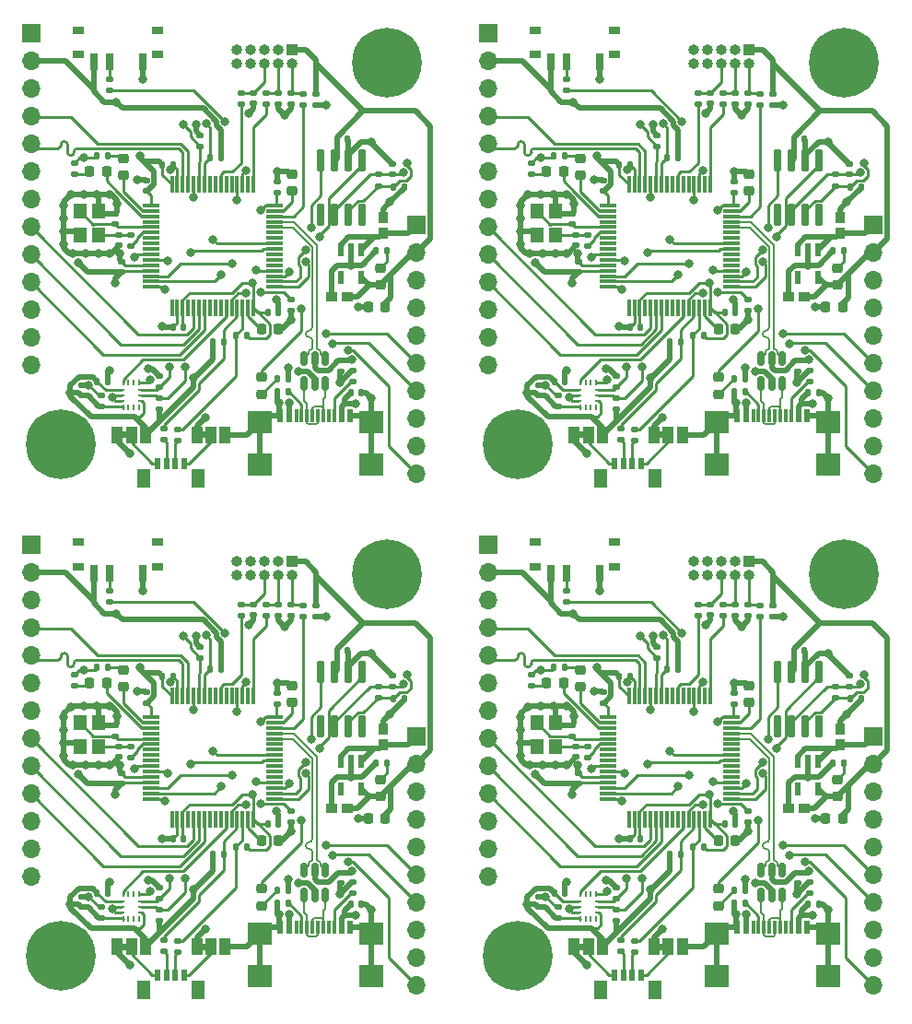
<source format=gbr>
%TF.GenerationSoftware,KiCad,Pcbnew,(6.0.11)*%
%TF.CreationDate,2023-02-14T10:47:04+13:00*%
%TF.ProjectId,stm32_panel,73746d33-325f-4706-916e-656c2e6b6963,rev?*%
%TF.SameCoordinates,Original*%
%TF.FileFunction,Copper,L1,Top*%
%TF.FilePolarity,Positive*%
%FSLAX46Y46*%
G04 Gerber Fmt 4.6, Leading zero omitted, Abs format (unit mm)*
G04 Created by KiCad (PCBNEW (6.0.11)) date 2023-02-14 10:47:04*
%MOMM*%
%LPD*%
G01*
G04 APERTURE LIST*
G04 Aperture macros list*
%AMRoundRect*
0 Rectangle with rounded corners*
0 $1 Rounding radius*
0 $2 $3 $4 $5 $6 $7 $8 $9 X,Y pos of 4 corners*
0 Add a 4 corners polygon primitive as box body*
4,1,4,$2,$3,$4,$5,$6,$7,$8,$9,$2,$3,0*
0 Add four circle primitives for the rounded corners*
1,1,$1+$1,$2,$3*
1,1,$1+$1,$4,$5*
1,1,$1+$1,$6,$7*
1,1,$1+$1,$8,$9*
0 Add four rect primitives between the rounded corners*
20,1,$1+$1,$2,$3,$4,$5,0*
20,1,$1+$1,$4,$5,$6,$7,0*
20,1,$1+$1,$6,$7,$8,$9,0*
20,1,$1+$1,$8,$9,$2,$3,0*%
G04 Aperture macros list end*
%TA.AperFunction,SMDPad,CuDef*%
%ADD10RoundRect,0.218750X-0.218750X-0.256250X0.218750X-0.256250X0.218750X0.256250X-0.218750X0.256250X0*%
%TD*%
%TA.AperFunction,SMDPad,CuDef*%
%ADD11RoundRect,0.147500X0.172500X-0.147500X0.172500X0.147500X-0.172500X0.147500X-0.172500X-0.147500X0*%
%TD*%
%TA.AperFunction,SMDPad,CuDef*%
%ADD12RoundRect,0.218750X0.256250X-0.218750X0.256250X0.218750X-0.256250X0.218750X-0.256250X-0.218750X0*%
%TD*%
%TA.AperFunction,SMDPad,CuDef*%
%ADD13RoundRect,0.225000X0.250000X-0.225000X0.250000X0.225000X-0.250000X0.225000X-0.250000X-0.225000X0*%
%TD*%
%TA.AperFunction,SMDPad,CuDef*%
%ADD14R,0.500000X1.100000*%
%TD*%
%TA.AperFunction,SMDPad,CuDef*%
%ADD15R,1.200000X1.700000*%
%TD*%
%TA.AperFunction,SMDPad,CuDef*%
%ADD16RoundRect,0.225000X0.225000X0.250000X-0.225000X0.250000X-0.225000X-0.250000X0.225000X-0.250000X0*%
%TD*%
%TA.AperFunction,SMDPad,CuDef*%
%ADD17R,0.999999X0.949998*%
%TD*%
%TA.AperFunction,ComponentPad*%
%ADD18R,1.700000X1.700000*%
%TD*%
%TA.AperFunction,ComponentPad*%
%ADD19O,1.700000X1.700000*%
%TD*%
%TA.AperFunction,SMDPad,CuDef*%
%ADD20RoundRect,0.135000X0.185000X-0.135000X0.185000X0.135000X-0.185000X0.135000X-0.185000X-0.135000X0*%
%TD*%
%TA.AperFunction,SMDPad,CuDef*%
%ADD21RoundRect,0.150000X0.150000X-0.512500X0.150000X0.512500X-0.150000X0.512500X-0.150000X-0.512500X0*%
%TD*%
%TA.AperFunction,SMDPad,CuDef*%
%ADD22RoundRect,0.135000X-0.135000X-0.185000X0.135000X-0.185000X0.135000X0.185000X-0.135000X0.185000X0*%
%TD*%
%TA.AperFunction,SMDPad,CuDef*%
%ADD23RoundRect,0.140000X0.140000X0.170000X-0.140000X0.170000X-0.140000X-0.170000X0.140000X-0.170000X0*%
%TD*%
%TA.AperFunction,SMDPad,CuDef*%
%ADD24RoundRect,0.088500X-0.206500X0.516500X-0.206500X-0.516500X0.206500X-0.516500X0.206500X0.516500X0*%
%TD*%
%TA.AperFunction,SMDPad,CuDef*%
%ADD25RoundRect,0.147500X-0.147500X-0.172500X0.147500X-0.172500X0.147500X0.172500X-0.147500X0.172500X0*%
%TD*%
%TA.AperFunction,SMDPad,CuDef*%
%ADD26RoundRect,0.140000X0.170000X-0.140000X0.170000X0.140000X-0.170000X0.140000X-0.170000X-0.140000X0*%
%TD*%
%TA.AperFunction,SMDPad,CuDef*%
%ADD27RoundRect,0.075000X-0.700000X-0.075000X0.700000X-0.075000X0.700000X0.075000X-0.700000X0.075000X0*%
%TD*%
%TA.AperFunction,SMDPad,CuDef*%
%ADD28RoundRect,0.075000X-0.075000X-0.700000X0.075000X-0.700000X0.075000X0.700000X-0.075000X0.700000X0*%
%TD*%
%TA.AperFunction,SMDPad,CuDef*%
%ADD29RoundRect,0.135000X-0.185000X0.135000X-0.185000X-0.135000X0.185000X-0.135000X0.185000X0.135000X0*%
%TD*%
%TA.AperFunction,SMDPad,CuDef*%
%ADD30R,1.000000X1.500000*%
%TD*%
%TA.AperFunction,SMDPad,CuDef*%
%ADD31RoundRect,0.147500X-0.172500X0.147500X-0.172500X-0.147500X0.172500X-0.147500X0.172500X0.147500X0*%
%TD*%
%TA.AperFunction,SMDPad,CuDef*%
%ADD32RoundRect,0.042000X-0.258000X0.943000X-0.258000X-0.943000X0.258000X-0.943000X0.258000X0.943000X0*%
%TD*%
%TA.AperFunction,SMDPad,CuDef*%
%ADD33R,1.200000X1.400000*%
%TD*%
%TA.AperFunction,SMDPad,CuDef*%
%ADD34RoundRect,0.140000X-0.140000X-0.170000X0.140000X-0.170000X0.140000X0.170000X-0.140000X0.170000X0*%
%TD*%
%TA.AperFunction,SMDPad,CuDef*%
%ADD35RoundRect,0.218750X-0.256250X0.218750X-0.256250X-0.218750X0.256250X-0.218750X0.256250X0.218750X0*%
%TD*%
%TA.AperFunction,SMDPad,CuDef*%
%ADD36RoundRect,0.140000X-0.170000X0.140000X-0.170000X-0.140000X0.170000X-0.140000X0.170000X0.140000X0*%
%TD*%
%TA.AperFunction,ComponentPad*%
%ADD37R,1.000000X1.000000*%
%TD*%
%TA.AperFunction,ComponentPad*%
%ADD38O,1.000000X1.000000*%
%TD*%
%TA.AperFunction,SMDPad,CuDef*%
%ADD39RoundRect,0.135000X0.135000X0.185000X-0.135000X0.185000X-0.135000X-0.185000X0.135000X-0.185000X0*%
%TD*%
%TA.AperFunction,SMDPad,CuDef*%
%ADD40R,0.949998X0.999999*%
%TD*%
%TA.AperFunction,ComponentPad*%
%ADD41C,0.800000*%
%TD*%
%TA.AperFunction,ComponentPad*%
%ADD42C,6.400000*%
%TD*%
%TA.AperFunction,SMDPad,CuDef*%
%ADD43R,0.250000X0.475000*%
%TD*%
%TA.AperFunction,SMDPad,CuDef*%
%ADD44R,0.475000X0.250000*%
%TD*%
%TA.AperFunction,SMDPad,CuDef*%
%ADD45RoundRect,0.225000X-0.225000X-0.250000X0.225000X-0.250000X0.225000X0.250000X-0.225000X0.250000X0*%
%TD*%
%TA.AperFunction,SMDPad,CuDef*%
%ADD46R,1.000000X0.800000*%
%TD*%
%TA.AperFunction,SMDPad,CuDef*%
%ADD47R,0.700000X1.500000*%
%TD*%
%TA.AperFunction,SMDPad,CuDef*%
%ADD48R,0.600000X1.150000*%
%TD*%
%TA.AperFunction,SMDPad,CuDef*%
%ADD49R,0.300000X1.150000*%
%TD*%
%TA.AperFunction,SMDPad,CuDef*%
%ADD50R,2.180000X2.000000*%
%TD*%
%TA.AperFunction,ViaPad*%
%ADD51C,0.800000*%
%TD*%
%TA.AperFunction,Conductor*%
%ADD52C,0.293370*%
%TD*%
%TA.AperFunction,Conductor*%
%ADD53C,0.500000*%
%TD*%
%TA.AperFunction,Conductor*%
%ADD54C,0.200000*%
%TD*%
%TA.AperFunction,Conductor*%
%ADD55C,0.250000*%
%TD*%
G04 APERTURE END LIST*
%TO.C,JP401*%
G36*
X42450000Y-101482500D02*
G01*
X41950000Y-101482500D01*
X41950000Y-100882500D01*
X42450000Y-100882500D01*
X42450000Y-101482500D01*
G37*
G36*
X84450000Y-101482500D02*
G01*
X83950000Y-101482500D01*
X83950000Y-100882500D01*
X84450000Y-100882500D01*
X84450000Y-101482500D01*
G37*
G36*
X42450000Y-54482500D02*
G01*
X41950000Y-54482500D01*
X41950000Y-53882500D01*
X42450000Y-53882500D01*
X42450000Y-54482500D01*
G37*
%TO.C,JP402*%
G36*
X35125000Y-101482500D02*
G01*
X34625000Y-101482500D01*
X34625000Y-100882500D01*
X35125000Y-100882500D01*
X35125000Y-101482500D01*
G37*
%TO.C,JP401*%
G36*
X84450000Y-54482500D02*
G01*
X83950000Y-54482500D01*
X83950000Y-53882500D01*
X84450000Y-53882500D01*
X84450000Y-54482500D01*
G37*
%TO.C,JP402*%
G36*
X77125000Y-54482500D02*
G01*
X76625000Y-54482500D01*
X76625000Y-53882500D01*
X77125000Y-53882500D01*
X77125000Y-54482500D01*
G37*
G36*
X35125000Y-54482500D02*
G01*
X34625000Y-54482500D01*
X34625000Y-53882500D01*
X35125000Y-53882500D01*
X35125000Y-54482500D01*
G37*
G36*
X77125000Y-101482500D02*
G01*
X76625000Y-101482500D01*
X76625000Y-100882500D01*
X77125000Y-100882500D01*
X77125000Y-101482500D01*
G37*
%TD*%
D10*
%TO.P,D308,1,K*%
%TO.N,Board_1-Net-(D308-Pad1)*%
X73672500Y-29970000D03*
%TO.P,D308,2,A*%
%TO.N,Board_1-/Microcontroller/MCU_LED_C*%
X75247500Y-29970000D03*
%TD*%
D11*
%TO.P,D502,1,A1*%
%TO.N,Board_2-MCU_CAN2L*%
X59550000Y-77265000D03*
%TO.P,D502,2,A2*%
%TO.N,Board_2-GND*%
X59550000Y-76295000D03*
%TD*%
D12*
%TO.P,D301,1,K*%
%TO.N,Board_1-Net-(D301-Pad1)*%
X89505000Y-50457500D03*
%TO.P,D301,2,A*%
%TO.N,Board_1-/Microcontroller/MCU_LED_A*%
X89505000Y-48882500D03*
%TD*%
D13*
%TO.P,C306,1*%
%TO.N,Board_0-/Microcontroller/MCU_VCAP2*%
X50255000Y-31765000D03*
%TO.P,C306,2*%
%TO.N,Board_0-GND*%
X50255000Y-30215000D03*
%TD*%
D14*
%TO.P,J401,1,1*%
%TO.N,Board_2-Net-(J401-Pad1)*%
X40350000Y-103800000D03*
%TO.P,J401,2,2*%
%TO.N,Board_2-Net-(J401-Pad2)*%
X39550000Y-103800000D03*
%TO.P,J401,3,3*%
%TO.N,Board_2-Net-(J401-Pad3)*%
X38750000Y-103800000D03*
%TO.P,J401,4,4*%
%TO.N,Board_2-Net-(J401-Pad4)*%
X37950000Y-103800000D03*
D15*
%TO.P,J401,S1*%
%TO.N,N/C*%
X41650000Y-105200000D03*
%TO.P,J401,S2*%
X36650000Y-105200000D03*
%TD*%
D16*
%TO.P,C303,1*%
%TO.N,Board_3-+3V3*%
X100885000Y-89440000D03*
%TO.P,C303,2*%
%TO.N,Board_3-GND*%
X99335000Y-89440000D03*
%TD*%
D17*
%TO.P,C205,1,1*%
%TO.N,Board_3-GND*%
X95935001Y-88480000D03*
%TO.P,C205,2,2*%
%TO.N,Board_3-+3V3*%
X97384999Y-88480000D03*
%TD*%
D18*
%TO.P,J503,1,Pin_1*%
%TO.N,Board_1-+5V*%
X103740000Y-34890000D03*
D19*
%TO.P,J503,2,Pin_2*%
%TO.N,Board_1-+3V3*%
X103740000Y-37430000D03*
%TO.P,J503,3,Pin_3*%
%TO.N,Board_1-GND*%
X103740000Y-39970000D03*
%TO.P,J503,4,Pin_4*%
%TO.N,Board_1-MCU_CAN2H*%
X103740000Y-42510000D03*
%TO.P,J503,5,Pin_5*%
%TO.N,Board_1-MCU_CAN2L*%
X103740000Y-45050000D03*
%TO.P,J503,6,Pin_6*%
%TO.N,Board_1-MCU_UART4_TX*%
X103740000Y-47590000D03*
%TO.P,J503,7,Pin_7*%
%TO.N,Board_1-MCU_UART4_RX*%
X103740000Y-50130000D03*
%TO.P,J503,8,Pin_8*%
%TO.N,Board_1-MCU_USART3_TX*%
X103740000Y-52670000D03*
%TO.P,J503,9,Pin_9*%
%TO.N,Board_1-MCU_USART3_RX*%
X103740000Y-55210000D03*
%TO.P,J503,10,Pin_10*%
%TO.N,Board_1-SHIELD_STAT_LED*%
X103740000Y-57750000D03*
%TD*%
D20*
%TO.P,R314,1*%
%TO.N,Board_3-MCU_SWDIO*%
X93305000Y-70865000D03*
%TO.P,R314,2*%
%TO.N,Board_3-/Microcontroller/CONN_SWDIO*%
X93305000Y-69845000D03*
%TD*%
D21*
%TO.P,U302,1,I/O1*%
%TO.N,Board_0-CONN_USB_D-*%
X51425000Y-49452500D03*
%TO.P,U302,2,GND*%
%TO.N,Board_0-GND*%
X52375000Y-49452500D03*
%TO.P,U302,3,I/O2*%
%TO.N,Board_0-CONN_USB_D+*%
X53325000Y-49452500D03*
%TO.P,U302,4,I/O2*%
%TO.N,Board_0-MCU_USB_D+*%
X53325000Y-47177500D03*
%TO.P,U302,5,VBUS*%
%TO.N,Board_0-VBUS*%
X52375000Y-47177500D03*
%TO.P,U302,6,I/O1*%
%TO.N,Board_0-MCU_USB_D-*%
X51425000Y-47177500D03*
%TD*%
D22*
%TO.P,R306,1*%
%TO.N,Board_1-Net-(D301-Pad1)*%
X90905000Y-49005000D03*
%TO.P,R306,2*%
%TO.N,Board_1-GND*%
X91925000Y-49005000D03*
%TD*%
D20*
%TO.P,R316,1*%
%TO.N,Board_0-MCU_SWO*%
X45600000Y-23770000D03*
%TO.P,R316,2*%
%TO.N,Board_0-/Microcontroller/CONN_SWO*%
X45600000Y-22750000D03*
%TD*%
D23*
%TO.P,C501,1*%
%TO.N,Board_0-GND*%
X55390000Y-26975000D03*
%TO.P,C501,2*%
%TO.N,Board_0-+3V3*%
X54430000Y-26975000D03*
%TD*%
D14*
%TO.P,J401,1,1*%
%TO.N,Board_3-Net-(J401-Pad1)*%
X82350000Y-103800000D03*
%TO.P,J401,2,2*%
%TO.N,Board_3-Net-(J401-Pad2)*%
X81550000Y-103800000D03*
%TO.P,J401,3,3*%
%TO.N,Board_3-Net-(J401-Pad3)*%
X80750000Y-103800000D03*
%TO.P,J401,4,4*%
%TO.N,Board_3-Net-(J401-Pad4)*%
X79950000Y-103800000D03*
D15*
%TO.P,J401,S1*%
%TO.N,N/C*%
X83650000Y-105200000D03*
%TO.P,J401,S2*%
X78650000Y-105200000D03*
%TD*%
D24*
%TO.P,U201,1,IN*%
%TO.N,Board_3-+5V*%
X98650000Y-84182500D03*
%TO.P,U201,2,GND*%
%TO.N,Board_3-GND*%
X97700000Y-84182500D03*
%TO.P,U201,3,EN*%
%TO.N,Board_3-+5V*%
X96750000Y-84182500D03*
%TO.P,U201,4,N/C*%
%TO.N,Board_3-unconnected-(U201-Pad4)*%
X96750000Y-86692500D03*
%TO.P,U201,5,OUT*%
%TO.N,Board_3-+3V3*%
X98650000Y-86692500D03*
%TD*%
D13*
%TO.P,C306,1*%
%TO.N,Board_1-/Microcontroller/MCU_VCAP2*%
X92255000Y-31765000D03*
%TO.P,C306,2*%
%TO.N,Board_1-GND*%
X92255000Y-30215000D03*
%TD*%
D25*
%TO.P,D306,1,A1*%
%TO.N,Board_3-VBUS*%
X97715000Y-97300000D03*
%TO.P,D306,2,A2*%
%TO.N,Board_3-GND*%
X98685000Y-97300000D03*
%TD*%
D21*
%TO.P,U302,1,I/O1*%
%TO.N,Board_3-CONN_USB_D-*%
X93425000Y-96452500D03*
%TO.P,U302,2,GND*%
%TO.N,Board_3-GND*%
X94375000Y-96452500D03*
%TO.P,U302,3,I/O2*%
%TO.N,Board_3-CONN_USB_D+*%
X95325000Y-96452500D03*
%TO.P,U302,4,I/O2*%
%TO.N,Board_3-MCU_USB_D+*%
X95325000Y-94177500D03*
%TO.P,U302,5,VBUS*%
%TO.N,Board_3-VBUS*%
X94375000Y-94177500D03*
%TO.P,U302,6,I/O1*%
%TO.N,Board_3-MCU_USB_D-*%
X93425000Y-94177500D03*
%TD*%
D20*
%TO.P,R502,1*%
%TO.N,Board_1-MCU_CAN2H*%
X100230000Y-31290000D03*
%TO.P,R502,2*%
%TO.N,Board_1-MCU_CAN2L*%
X100230000Y-30270000D03*
%TD*%
%TO.P,R317,1*%
%TO.N,Board_0-Net-(D308-Pad1)*%
X30290000Y-30220000D03*
%TO.P,R317,2*%
%TO.N,Board_0-GND*%
X30290000Y-29200000D03*
%TD*%
D26*
%TO.P,C312,1*%
%TO.N,Board_0-GND*%
X54800000Y-48330000D03*
%TO.P,C312,2*%
%TO.N,Board_0-VBUS*%
X54800000Y-47370000D03*
%TD*%
D27*
%TO.P,U301,1,VBAT*%
%TO.N,Board_2-+3V3*%
X37325000Y-80090000D03*
%TO.P,U301,2,PC13*%
%TO.N,Board_2-/Microcontroller/MCU_LED_B*%
X37325000Y-80590000D03*
%TO.P,U301,3,PC14*%
%TO.N,Board_2-/Microcontroller/MCU_LED_C*%
X37325000Y-81090000D03*
%TO.P,U301,4,PC15*%
%TO.N,Board_2-unconnected-(U301-Pad4)*%
X37325000Y-81590000D03*
%TO.P,U301,5,PH0*%
%TO.N,Board_2-/Microcontroller/MCU_HSE_IN*%
X37325000Y-82090000D03*
%TO.P,U301,6,PH1*%
%TO.N,Board_2-/Microcontroller/MCU_HSE_OUT*%
X37325000Y-82590000D03*
%TO.P,U301,7,NRST*%
%TO.N,Board_2-unconnected-(U301-Pad7)*%
X37325000Y-83090000D03*
%TO.P,U301,8,PC0*%
%TO.N,Board_2-unconnected-(U301-Pad8)*%
X37325000Y-83590000D03*
%TO.P,U301,9,PC1*%
%TO.N,Board_2-unconnected-(U301-Pad9)*%
X37325000Y-84090000D03*
%TO.P,U301,10,PC2*%
%TO.N,Board_2-10*%
X37325000Y-84590000D03*
%TO.P,U301,11,PC3*%
%TO.N,Board_2-11*%
X37325000Y-85090000D03*
%TO.P,U301,12,VSSA*%
%TO.N,Board_2-GND*%
X37325000Y-85590000D03*
%TO.P,U301,13,VDDA*%
%TO.N,Board_2-+3V3*%
X37325000Y-86090000D03*
%TO.P,U301,14,PA0*%
%TO.N,Board_2-MCU_UART4_TX*%
X37325000Y-86590000D03*
%TO.P,U301,15,PA1*%
%TO.N,Board_2-MCU_UART4_RX*%
X37325000Y-87090000D03*
%TO.P,U301,16,PA2*%
%TO.N,Board_2-16*%
X37325000Y-87590000D03*
D28*
%TO.P,U301,17,PA3*%
%TO.N,Board_2-unconnected-(U301-Pad17)*%
X39250000Y-89515000D03*
%TO.P,U301,18,VSS*%
%TO.N,Board_2-GND*%
X39750000Y-89515000D03*
%TO.P,U301,19,VDD*%
%TO.N,Board_2-+3V3*%
X40250000Y-89515000D03*
%TO.P,U301,20,PA4*%
%TO.N,Board_2-unconnected-(U301-Pad20)*%
X40750000Y-89515000D03*
%TO.P,U301,21,PA5*%
%TO.N,Board_2-MCU_SPI1_SCK*%
X41250000Y-89515000D03*
%TO.P,U301,22,PA6*%
%TO.N,Board_2-MCU_SPI1_MISO*%
X41750000Y-89515000D03*
%TO.P,U301,23,PA7*%
%TO.N,Board_2-MCU_SPI1_MOSI*%
X42250000Y-89515000D03*
%TO.P,U301,24,PC4*%
%TO.N,Board_2-unconnected-(U301-Pad24)*%
X42750000Y-89515000D03*
%TO.P,U301,25,PC5*%
%TO.N,Board_2-unconnected-(U301-Pad25)*%
X43250000Y-89515000D03*
%TO.P,U301,26,PB0*%
%TO.N,Board_2-unconnected-(U301-Pad26)*%
X43750000Y-89515000D03*
%TO.P,U301,27,PB1*%
%TO.N,Board_2-IMU_INTERRUPT*%
X44250000Y-89515000D03*
%TO.P,U301,28,PB2*%
%TO.N,Board_2-/Microcontroller/MCU_BOOT1*%
X44750000Y-89515000D03*
%TO.P,U301,29,PB10*%
%TO.N,Board_2-MCU_I2C2_SCL*%
X45250000Y-89515000D03*
%TO.P,U301,30,PB11*%
%TO.N,Board_2-MCU_I2C2_SDA*%
X45750000Y-89515000D03*
%TO.P,U301,31,VCAP_1*%
%TO.N,Board_2-/Microcontroller/MCU_VCAP1*%
X46250000Y-89515000D03*
%TO.P,U301,32,VDD*%
%TO.N,Board_2-+3V3*%
X46750000Y-89515000D03*
D27*
%TO.P,U301,33,PB12*%
%TO.N,Board_2-MCU_CAN2_RX*%
X48675000Y-87590000D03*
%TO.P,U301,34,PB13*%
%TO.N,Board_2-MCU_CAN2_TX*%
X48675000Y-87090000D03*
%TO.P,U301,35,PB14*%
%TO.N,Board_2-SHIELD_STAT_LED*%
X48675000Y-86590000D03*
%TO.P,U301,36,PB15*%
%TO.N,Board_2-/Microcontroller/MCU_LED_A*%
X48675000Y-86090000D03*
%TO.P,U301,37,PC6*%
%TO.N,Board_2-unconnected-(U301-Pad37)*%
X48675000Y-85590000D03*
%TO.P,U301,38,PC7*%
%TO.N,Board_2-unconnected-(U301-Pad38)*%
X48675000Y-85090000D03*
%TO.P,U301,39,PC8*%
%TO.N,Board_2-unconnected-(U301-Pad39)*%
X48675000Y-84590000D03*
%TO.P,U301,40,PC9*%
%TO.N,Board_2-MCU_I2C3_SDA*%
X48675000Y-84090000D03*
%TO.P,U301,41,PA8*%
%TO.N,Board_2-MCU_I2C3_SCL*%
X48675000Y-83590000D03*
%TO.P,U301,42,PA9*%
%TO.N,Board_2-unconnected-(U301-Pad42)*%
X48675000Y-83090000D03*
%TO.P,U301,43,PA10*%
%TO.N,Board_2-unconnected-(U301-Pad43)*%
X48675000Y-82590000D03*
%TO.P,U301,44,PA11*%
%TO.N,Board_2-MCU_USB_D-*%
X48675000Y-82090000D03*
%TO.P,U301,45,PA12*%
%TO.N,Board_2-MCU_USB_D+*%
X48675000Y-81590000D03*
%TO.P,U301,46,PA13*%
%TO.N,Board_2-MCU_SWDIO*%
X48675000Y-81090000D03*
%TO.P,U301,47,VCAP_2*%
%TO.N,Board_2-/Microcontroller/MCU_VCAP2*%
X48675000Y-80590000D03*
%TO.P,U301,48,VDD*%
%TO.N,Board_2-+3V3*%
X48675000Y-80090000D03*
D28*
%TO.P,U301,49,PA14*%
%TO.N,Board_2-MCU_SWCLK*%
X46750000Y-78165000D03*
%TO.P,U301,50,PA15*%
%TO.N,Board_2-unconnected-(U301-Pad50)*%
X46250000Y-78165000D03*
%TO.P,U301,51,PC10*%
%TO.N,Board_2-MCU_USART3_TX*%
X45750000Y-78165000D03*
%TO.P,U301,52,PC11*%
%TO.N,Board_2-MCU_USART3_RX*%
X45250000Y-78165000D03*
%TO.P,U301,53,PC12*%
%TO.N,Board_2-unconnected-(U301-Pad53)*%
X44750000Y-78165000D03*
%TO.P,U301,54,PD2*%
%TO.N,Board_2-unconnected-(U301-Pad54)*%
X44250000Y-78165000D03*
%TO.P,U301,55,PB3*%
%TO.N,Board_2-MCU_SWO*%
X43750000Y-78165000D03*
%TO.P,U301,56,PB4*%
%TO.N,Board_2-unconnected-(U301-Pad56)*%
X43250000Y-78165000D03*
%TO.P,U301,57,PB5*%
%TO.N,Board_2-unconnected-(U301-Pad57)*%
X42750000Y-78165000D03*
%TO.P,U301,58,PB6*%
%TO.N,Board_2-MCU_I2C1_SCL*%
X42250000Y-78165000D03*
%TO.P,U301,59,PB7*%
%TO.N,Board_2-MCU_I2C1_SDA*%
X41750000Y-78165000D03*
%TO.P,U301,60,BOOT0*%
%TO.N,Board_2-/Microcontroller/MCU_BOOT0*%
X41250000Y-78165000D03*
%TO.P,U301,61,PB8*%
%TO.N,Board_2-MCU_CAN1_RX*%
X40750000Y-78165000D03*
%TO.P,U301,62,PB9*%
%TO.N,Board_2-MCU_CAN1_TX*%
X40250000Y-78165000D03*
%TO.P,U301,63,VSS*%
%TO.N,Board_2-GND*%
X39750000Y-78165000D03*
%TO.P,U301,64,VDD*%
%TO.N,Board_2-+3V3*%
X39250000Y-78165000D03*
%TD*%
D29*
%TO.P,R308,1*%
%TO.N,Board_0-/Microcontroller/MCU_BOOT1*%
X50200000Y-41715000D03*
%TO.P,R308,2*%
%TO.N,Board_0-GND*%
X50200000Y-42735000D03*
%TD*%
D23*
%TO.P,C308,1*%
%TO.N,Board_0-+3V3*%
X40325000Y-44260000D03*
%TO.P,C308,2*%
%TO.N,Board_0-GND*%
X39365000Y-44260000D03*
%TD*%
D20*
%TO.P,R305,1*%
%TO.N,Board_1-Net-(J302-PadB5)*%
X97900000Y-49310000D03*
%TO.P,R305,2*%
%TO.N,Board_1-GND*%
X97900000Y-48290000D03*
%TD*%
D12*
%TO.P,D301,1,K*%
%TO.N,Board_3-Net-(D301-Pad1)*%
X89505000Y-97457500D03*
%TO.P,D301,2,A*%
%TO.N,Board_3-/Microcontroller/MCU_LED_A*%
X89505000Y-95882500D03*
%TD*%
D30*
%TO.P,JP401,1,A*%
%TO.N,Board_2-+3V3*%
X41550000Y-101182500D03*
%TO.P,JP401,2,C*%
%TO.N,Board_2-Net-(J401-Pad1)*%
X42850000Y-101182500D03*
%TO.P,JP401,3,B*%
%TO.N,Board_2-GND*%
X44150000Y-101182500D03*
%TD*%
D31*
%TO.P,D303,1,A1*%
%TO.N,Board_0-/Microcontroller/CONN_SWO*%
X46710000Y-22770000D03*
%TO.P,D303,2,A2*%
%TO.N,Board_0-GND*%
X46710000Y-23740000D03*
%TD*%
D32*
%TO.P,U501,1,D*%
%TO.N,Board_0-MCU_CAN2_TX*%
X56755000Y-28980000D03*
%TO.P,U501,2,GND*%
%TO.N,Board_0-GND*%
X55485000Y-28980000D03*
%TO.P,U501,3,VCC*%
%TO.N,Board_0-+3V3*%
X54215000Y-28980000D03*
%TO.P,U501,4,R*%
%TO.N,Board_0-MCU_CAN2_RX*%
X52945000Y-28980000D03*
%TO.P,U501,5,NC_5*%
%TO.N,Board_0-unconnected-(U501-Pad5)*%
X52945000Y-33920000D03*
%TO.P,U501,6,CANL*%
%TO.N,Board_0-MCU_CAN2L*%
X54215000Y-33920000D03*
%TO.P,U501,7,CANH*%
%TO.N,Board_0-MCU_CAN2H*%
X55485000Y-33920000D03*
%TO.P,U501,8,NC_8*%
%TO.N,Board_0-unconnected-(U501-Pad8)*%
X56755000Y-33920000D03*
%TD*%
D25*
%TO.P,D503,1,A1*%
%TO.N,Board_2-MCU_CAN2H*%
X59615000Y-78415000D03*
%TO.P,D503,2,A2*%
%TO.N,Board_2-GND*%
X60585000Y-78415000D03*
%TD*%
D22*
%TO.P,R310,1*%
%TO.N,Board_2-+3V3*%
X43010000Y-92670000D03*
%TO.P,R310,2*%
%TO.N,Board_2-MCU_I2C2_SCL*%
X44030000Y-92670000D03*
%TD*%
D24*
%TO.P,U201,1,IN*%
%TO.N,Board_0-+5V*%
X56650000Y-37182500D03*
%TO.P,U201,2,GND*%
%TO.N,Board_0-GND*%
X55700000Y-37182500D03*
%TO.P,U201,3,EN*%
%TO.N,Board_0-+5V*%
X54750000Y-37182500D03*
%TO.P,U201,4,N/C*%
%TO.N,Board_0-unconnected-(U201-Pad4)*%
X54750000Y-39692500D03*
%TO.P,U201,5,OUT*%
%TO.N,Board_0-+3V3*%
X56650000Y-39692500D03*
%TD*%
D16*
%TO.P,C303,1*%
%TO.N,Board_0-+3V3*%
X58885000Y-42440000D03*
%TO.P,C303,2*%
%TO.N,Board_0-GND*%
X57335000Y-42440000D03*
%TD*%
D33*
%TO.P,Y301,1,1*%
%TO.N,Board_0-/Microcontroller/MCU_HSE_IN*%
X30815000Y-33625000D03*
%TO.P,Y301,2,2*%
%TO.N,Board_0-GND*%
X30815000Y-35825000D03*
%TO.P,Y301,3,3*%
%TO.N,Board_0-/Microcontroller/MCU_HSE_OUT_R*%
X32515000Y-35825000D03*
%TO.P,Y301,4,4*%
%TO.N,Board_0-GND*%
X32515000Y-33625000D03*
%TD*%
D34*
%TO.P,C401,1*%
%TO.N,Board_2-+3V3*%
X32385000Y-96245000D03*
%TO.P,C401,2*%
%TO.N,Board_2-GND*%
X33345000Y-96245000D03*
%TD*%
D35*
%TO.P,D307,1,K*%
%TO.N,Board_0-Net-(D307-Pad1)*%
X34820000Y-28762500D03*
%TO.P,D307,2,A*%
%TO.N,Board_0-/Microcontroller/MCU_LED_B*%
X34820000Y-30337500D03*
%TD*%
D26*
%TO.P,C403,1*%
%TO.N,Board_2-+3V3*%
X32790000Y-98525000D03*
%TO.P,C403,2*%
%TO.N,Board_2-GND*%
X32790000Y-97565000D03*
%TD*%
D22*
%TO.P,R306,1*%
%TO.N,Board_2-Net-(D301-Pad1)*%
X48905000Y-96005000D03*
%TO.P,R306,2*%
%TO.N,Board_2-GND*%
X49925000Y-96005000D03*
%TD*%
D20*
%TO.P,R314,1*%
%TO.N,Board_0-MCU_SWDIO*%
X51305000Y-23865000D03*
%TO.P,R314,2*%
%TO.N,Board_0-/Microcontroller/CONN_SWDIO*%
X51305000Y-22845000D03*
%TD*%
D26*
%TO.P,C402,1*%
%TO.N,Board_1-+3V3*%
X73015000Y-50555000D03*
%TO.P,C402,2*%
%TO.N,Board_1-GND*%
X73015000Y-49595000D03*
%TD*%
D21*
%TO.P,U302,1,I/O1*%
%TO.N,Board_2-CONN_USB_D-*%
X51425000Y-96452500D03*
%TO.P,U302,2,GND*%
%TO.N,Board_2-GND*%
X52375000Y-96452500D03*
%TO.P,U302,3,I/O2*%
%TO.N,Board_2-CONN_USB_D+*%
X53325000Y-96452500D03*
%TO.P,U302,4,I/O2*%
%TO.N,Board_2-MCU_USB_D+*%
X53325000Y-94177500D03*
%TO.P,U302,5,VBUS*%
%TO.N,Board_2-VBUS*%
X52375000Y-94177500D03*
%TO.P,U302,6,I/O1*%
%TO.N,Board_2-MCU_USB_D-*%
X51425000Y-94177500D03*
%TD*%
D29*
%TO.P,R401,1*%
%TO.N,Board_0-MCU_I2C2_SDA*%
X39800000Y-53640000D03*
%TO.P,R401,2*%
%TO.N,Board_0-Net-(J401-Pad2)*%
X39800000Y-54660000D03*
%TD*%
D23*
%TO.P,C501,1*%
%TO.N,Board_2-GND*%
X55390000Y-73975000D03*
%TO.P,C501,2*%
%TO.N,Board_2-+3V3*%
X54430000Y-73975000D03*
%TD*%
D20*
%TO.P,R315,1*%
%TO.N,Board_0-MCU_SWCLK*%
X47930000Y-23805000D03*
%TO.P,R315,2*%
%TO.N,Board_0-/Microcontroller/CONN_SWCLK*%
X47930000Y-22785000D03*
%TD*%
D36*
%TO.P,C302,1*%
%TO.N,Board_2-/Microcontroller/MCU_HSE_OUT_R*%
X34406315Y-82806315D03*
%TO.P,C302,2*%
%TO.N,Board_2-GND*%
X34406315Y-83766315D03*
%TD*%
D37*
%TO.P,J301,1,Pin_1*%
%TO.N,Board_3-+3V3*%
X92300000Y-65800000D03*
D38*
%TO.P,J301,2,Pin_2*%
%TO.N,Board_3-/Microcontroller/CONN_SWDIO*%
X92300000Y-67070000D03*
%TO.P,J301,3,Pin_3*%
%TO.N,Board_3-GND*%
X91030000Y-65800000D03*
%TO.P,J301,4,Pin_4*%
%TO.N,Board_3-/Microcontroller/CONN_SWCLK*%
X91030000Y-67070000D03*
%TO.P,J301,5,Pin_5*%
%TO.N,Board_3-GND*%
X89760000Y-65800000D03*
%TO.P,J301,6,Pin_6*%
%TO.N,Board_3-/Microcontroller/CONN_SWO*%
X89760000Y-67070000D03*
%TO.P,J301,7,Pin_7*%
%TO.N,Board_3-unconnected-(J301-Pad7)*%
X88490000Y-65800000D03*
%TO.P,J301,8,Pin_8*%
%TO.N,Board_3-unconnected-(J301-Pad8)*%
X88490000Y-67070000D03*
%TO.P,J301,9,Pin_9*%
%TO.N,Board_3-GND*%
X87220000Y-65800000D03*
%TO.P,J301,10,Pin_10*%
%TO.N,Board_3-unconnected-(J301-Pad10)*%
X87220000Y-67070000D03*
%TD*%
D26*
%TO.P,C403,1*%
%TO.N,Board_3-+3V3*%
X74790000Y-98525000D03*
%TO.P,C403,2*%
%TO.N,Board_3-GND*%
X74790000Y-97565000D03*
%TD*%
D31*
%TO.P,D305,1,A1*%
%TO.N,Board_3-/Microcontroller/CONN_SWDIO*%
X92225000Y-69790000D03*
%TO.P,D305,2,A2*%
%TO.N,Board_3-GND*%
X92225000Y-70760000D03*
%TD*%
D29*
%TO.P,R402,1*%
%TO.N,Board_0-MCU_I2C2_SCL*%
X38530000Y-53590000D03*
%TO.P,R402,2*%
%TO.N,Board_0-Net-(J401-Pad3)*%
X38530000Y-54610000D03*
%TD*%
D23*
%TO.P,C501,1*%
%TO.N,Board_1-GND*%
X97390000Y-26975000D03*
%TO.P,C501,2*%
%TO.N,Board_1-+3V3*%
X96430000Y-26975000D03*
%TD*%
D39*
%TO.P,R313,1*%
%TO.N,Board_0-Net-(D307-Pad1)*%
X33380000Y-28560000D03*
%TO.P,R313,2*%
%TO.N,Board_0-GND*%
X32360000Y-28560000D03*
%TD*%
%TO.P,R313,1*%
%TO.N,Board_1-Net-(D307-Pad1)*%
X75380000Y-28560000D03*
%TO.P,R313,2*%
%TO.N,Board_1-GND*%
X74360000Y-28560000D03*
%TD*%
D22*
%TO.P,R306,1*%
%TO.N,Board_3-Net-(D301-Pad1)*%
X90905000Y-96005000D03*
%TO.P,R306,2*%
%TO.N,Board_3-GND*%
X91925000Y-96005000D03*
%TD*%
D21*
%TO.P,U302,1,I/O1*%
%TO.N,Board_1-CONN_USB_D-*%
X93425000Y-49452500D03*
%TO.P,U302,2,GND*%
%TO.N,Board_1-GND*%
X94375000Y-49452500D03*
%TO.P,U302,3,I/O2*%
%TO.N,Board_1-CONN_USB_D+*%
X95325000Y-49452500D03*
%TO.P,U302,4,I/O2*%
%TO.N,Board_1-MCU_USB_D+*%
X95325000Y-47177500D03*
%TO.P,U302,5,VBUS*%
%TO.N,Board_1-VBUS*%
X94375000Y-47177500D03*
%TO.P,U302,6,I/O1*%
%TO.N,Board_1-MCU_USB_D-*%
X93425000Y-47177500D03*
%TD*%
D16*
%TO.P,C303,1*%
%TO.N,Board_2-+3V3*%
X58885000Y-89440000D03*
%TO.P,C303,2*%
%TO.N,Board_2-GND*%
X57335000Y-89440000D03*
%TD*%
D40*
%TO.P,C201,1,1*%
%TO.N,Board_3-GND*%
X100655000Y-81220001D03*
%TO.P,C201,2,2*%
%TO.N,Board_3-+5V*%
X100655000Y-82669999D03*
%TD*%
D41*
%TO.P,H502,1,1*%
%TO.N,Board_2-GND*%
X31400000Y-102000000D03*
X30697056Y-100302944D03*
X27302944Y-100302944D03*
X30697056Y-103697056D03*
X27302944Y-103697056D03*
X29000000Y-99600000D03*
D42*
X29000000Y-102000000D03*
D41*
X26600000Y-102000000D03*
X29000000Y-104400000D03*
%TD*%
D26*
%TO.P,C403,1*%
%TO.N,Board_0-+3V3*%
X32790000Y-51525000D03*
%TO.P,C403,2*%
%TO.N,Board_0-GND*%
X32790000Y-50565000D03*
%TD*%
D34*
%TO.P,C307,1*%
%TO.N,Board_1-+3V3*%
X90095000Y-42890000D03*
%TO.P,C307,2*%
%TO.N,Board_1-GND*%
X91055000Y-42890000D03*
%TD*%
D18*
%TO.P,J505,1,Pin_1*%
%TO.N,Board_2-unconnected-(J505-Pad1)*%
X26300000Y-64300000D03*
D19*
%TO.P,J505,2,Pin_2*%
%TO.N,Board_2-+3V3*%
X26300000Y-66840000D03*
%TO.P,J505,3,Pin_3*%
%TO.N,Board_2-unconnected-(J505-Pad3)*%
X26300000Y-69380000D03*
%TO.P,J505,4,Pin_4*%
%TO.N,Board_2-MCU_CAN1_RX*%
X26300000Y-71920000D03*
%TO.P,J505,5,Pin_5*%
%TO.N,Board_2-MCU_CAN1_TX*%
X26300000Y-74460000D03*
%TO.P,J505,6,Pin_6*%
%TO.N,Board_2-MCU_I2C1_SCL*%
X26300000Y-77000000D03*
%TO.P,J505,7,Pin_7*%
%TO.N,Board_2-MCU_I2C1_SDA*%
X26300000Y-79540000D03*
%TO.P,J505,8,Pin_8*%
%TO.N,Board_2-MCU_SPI1_SCK*%
X26300000Y-82080000D03*
%TO.P,J505,9,Pin_9*%
%TO.N,Board_2-MCU_SPI1_MISO*%
X26300000Y-84620000D03*
%TO.P,J505,10,Pin_10*%
%TO.N,Board_2-MCU_SPI1_MOSI*%
X26300000Y-87160000D03*
%TO.P,J505,11,Pin_11*%
%TO.N,Board_2-10*%
X26300000Y-89700000D03*
%TO.P,J505,12,Pin_12*%
%TO.N,Board_2-11*%
X26300000Y-92240000D03*
%TO.P,J505,13,Pin_13*%
%TO.N,Board_2-16*%
X26300000Y-94780000D03*
%TD*%
D43*
%TO.P,U401,1,AP_SDO/AP_AD0*%
%TO.N,Board_2-GND*%
X36265000Y-96352500D03*
%TO.P,U401,2,RESV_2*%
%TO.N,Board_2-unconnected-(U401-Pad2)*%
X35765000Y-96352500D03*
%TO.P,U401,3,RESV_3*%
%TO.N,Board_2-unconnected-(U401-Pad3)*%
X35265000Y-96352500D03*
%TO.P,U401,4,INT1/INT*%
%TO.N,Board_2-IMU_INTERRUPT*%
X34765000Y-96352500D03*
D44*
%TO.P,U401,5,VDDIO*%
%TO.N,Board_2-+3V3*%
X34602500Y-97015000D03*
%TO.P,U401,6,GND*%
%TO.N,Board_2-GND*%
X34602500Y-97515000D03*
%TO.P,U401,7,FSYNC*%
X34602500Y-98015000D03*
D43*
%TO.P,U401,8,VDD*%
%TO.N,Board_2-+3V3*%
X34765000Y-98677500D03*
%TO.P,U401,9,INT2*%
%TO.N,Board_2-unconnected-(U401-Pad9)*%
X35265000Y-98677500D03*
%TO.P,U401,10,RESV_10*%
%TO.N,Board_2-unconnected-(U401-Pad10)*%
X35765000Y-98677500D03*
%TO.P,U401,11,RESV_11*%
%TO.N,Board_2-unconnected-(U401-Pad11)*%
X36265000Y-98677500D03*
D44*
%TO.P,U401,12,AP_CS*%
%TO.N,Board_2-+3V3*%
X36427500Y-98015000D03*
%TO.P,U401,13,AP_SCL/AP_SCLK*%
%TO.N,Board_2-MCU_I2C3_SCL*%
X36427500Y-97515000D03*
%TO.P,U401,14,AP_SDA/AP_SDIO/AP_SDI*%
%TO.N,Board_2-MCU_I2C3_SDA*%
X36427500Y-97015000D03*
%TD*%
D10*
%TO.P,D308,1,K*%
%TO.N,Board_2-Net-(D308-Pad1)*%
X31672500Y-76970000D03*
%TO.P,D308,2,A*%
%TO.N,Board_2-/Microcontroller/MCU_LED_C*%
X33247500Y-76970000D03*
%TD*%
D45*
%TO.P,C304,1*%
%TO.N,Board_0-/Microcontroller/MCU_VCAP1*%
X47495000Y-44455000D03*
%TO.P,C304,2*%
%TO.N,Board_0-GND*%
X49045000Y-44455000D03*
%TD*%
D25*
%TO.P,D503,1,A1*%
%TO.N,Board_1-MCU_CAN2H*%
X101615000Y-31415000D03*
%TO.P,D503,2,A2*%
%TO.N,Board_1-GND*%
X102585000Y-31415000D03*
%TD*%
D20*
%TO.P,R316,1*%
%TO.N,Board_3-MCU_SWO*%
X87600000Y-70770000D03*
%TO.P,R316,2*%
%TO.N,Board_3-/Microcontroller/CONN_SWO*%
X87600000Y-69750000D03*
%TD*%
D27*
%TO.P,U301,1,VBAT*%
%TO.N,Board_0-+3V3*%
X37325000Y-33090000D03*
%TO.P,U301,2,PC13*%
%TO.N,Board_0-/Microcontroller/MCU_LED_B*%
X37325000Y-33590000D03*
%TO.P,U301,3,PC14*%
%TO.N,Board_0-/Microcontroller/MCU_LED_C*%
X37325000Y-34090000D03*
%TO.P,U301,4,PC15*%
%TO.N,Board_0-unconnected-(U301-Pad4)*%
X37325000Y-34590000D03*
%TO.P,U301,5,PH0*%
%TO.N,Board_0-/Microcontroller/MCU_HSE_IN*%
X37325000Y-35090000D03*
%TO.P,U301,6,PH1*%
%TO.N,Board_0-/Microcontroller/MCU_HSE_OUT*%
X37325000Y-35590000D03*
%TO.P,U301,7,NRST*%
%TO.N,Board_0-unconnected-(U301-Pad7)*%
X37325000Y-36090000D03*
%TO.P,U301,8,PC0*%
%TO.N,Board_0-unconnected-(U301-Pad8)*%
X37325000Y-36590000D03*
%TO.P,U301,9,PC1*%
%TO.N,Board_0-unconnected-(U301-Pad9)*%
X37325000Y-37090000D03*
%TO.P,U301,10,PC2*%
%TO.N,Board_0-10*%
X37325000Y-37590000D03*
%TO.P,U301,11,PC3*%
%TO.N,Board_0-11*%
X37325000Y-38090000D03*
%TO.P,U301,12,VSSA*%
%TO.N,Board_0-GND*%
X37325000Y-38590000D03*
%TO.P,U301,13,VDDA*%
%TO.N,Board_0-+3V3*%
X37325000Y-39090000D03*
%TO.P,U301,14,PA0*%
%TO.N,Board_0-MCU_UART4_TX*%
X37325000Y-39590000D03*
%TO.P,U301,15,PA1*%
%TO.N,Board_0-MCU_UART4_RX*%
X37325000Y-40090000D03*
%TO.P,U301,16,PA2*%
%TO.N,Board_0-16*%
X37325000Y-40590000D03*
D28*
%TO.P,U301,17,PA3*%
%TO.N,Board_0-unconnected-(U301-Pad17)*%
X39250000Y-42515000D03*
%TO.P,U301,18,VSS*%
%TO.N,Board_0-GND*%
X39750000Y-42515000D03*
%TO.P,U301,19,VDD*%
%TO.N,Board_0-+3V3*%
X40250000Y-42515000D03*
%TO.P,U301,20,PA4*%
%TO.N,Board_0-unconnected-(U301-Pad20)*%
X40750000Y-42515000D03*
%TO.P,U301,21,PA5*%
%TO.N,Board_0-MCU_SPI1_SCK*%
X41250000Y-42515000D03*
%TO.P,U301,22,PA6*%
%TO.N,Board_0-MCU_SPI1_MISO*%
X41750000Y-42515000D03*
%TO.P,U301,23,PA7*%
%TO.N,Board_0-MCU_SPI1_MOSI*%
X42250000Y-42515000D03*
%TO.P,U301,24,PC4*%
%TO.N,Board_0-unconnected-(U301-Pad24)*%
X42750000Y-42515000D03*
%TO.P,U301,25,PC5*%
%TO.N,Board_0-unconnected-(U301-Pad25)*%
X43250000Y-42515000D03*
%TO.P,U301,26,PB0*%
%TO.N,Board_0-unconnected-(U301-Pad26)*%
X43750000Y-42515000D03*
%TO.P,U301,27,PB1*%
%TO.N,Board_0-IMU_INTERRUPT*%
X44250000Y-42515000D03*
%TO.P,U301,28,PB2*%
%TO.N,Board_0-/Microcontroller/MCU_BOOT1*%
X44750000Y-42515000D03*
%TO.P,U301,29,PB10*%
%TO.N,Board_0-MCU_I2C2_SCL*%
X45250000Y-42515000D03*
%TO.P,U301,30,PB11*%
%TO.N,Board_0-MCU_I2C2_SDA*%
X45750000Y-42515000D03*
%TO.P,U301,31,VCAP_1*%
%TO.N,Board_0-/Microcontroller/MCU_VCAP1*%
X46250000Y-42515000D03*
%TO.P,U301,32,VDD*%
%TO.N,Board_0-+3V3*%
X46750000Y-42515000D03*
D27*
%TO.P,U301,33,PB12*%
%TO.N,Board_0-MCU_CAN2_RX*%
X48675000Y-40590000D03*
%TO.P,U301,34,PB13*%
%TO.N,Board_0-MCU_CAN2_TX*%
X48675000Y-40090000D03*
%TO.P,U301,35,PB14*%
%TO.N,Board_0-SHIELD_STAT_LED*%
X48675000Y-39590000D03*
%TO.P,U301,36,PB15*%
%TO.N,Board_0-/Microcontroller/MCU_LED_A*%
X48675000Y-39090000D03*
%TO.P,U301,37,PC6*%
%TO.N,Board_0-unconnected-(U301-Pad37)*%
X48675000Y-38590000D03*
%TO.P,U301,38,PC7*%
%TO.N,Board_0-unconnected-(U301-Pad38)*%
X48675000Y-38090000D03*
%TO.P,U301,39,PC8*%
%TO.N,Board_0-unconnected-(U301-Pad39)*%
X48675000Y-37590000D03*
%TO.P,U301,40,PC9*%
%TO.N,Board_0-MCU_I2C3_SDA*%
X48675000Y-37090000D03*
%TO.P,U301,41,PA8*%
%TO.N,Board_0-MCU_I2C3_SCL*%
X48675000Y-36590000D03*
%TO.P,U301,42,PA9*%
%TO.N,Board_0-unconnected-(U301-Pad42)*%
X48675000Y-36090000D03*
%TO.P,U301,43,PA10*%
%TO.N,Board_0-unconnected-(U301-Pad43)*%
X48675000Y-35590000D03*
%TO.P,U301,44,PA11*%
%TO.N,Board_0-MCU_USB_D-*%
X48675000Y-35090000D03*
%TO.P,U301,45,PA12*%
%TO.N,Board_0-MCU_USB_D+*%
X48675000Y-34590000D03*
%TO.P,U301,46,PA13*%
%TO.N,Board_0-MCU_SWDIO*%
X48675000Y-34090000D03*
%TO.P,U301,47,VCAP_2*%
%TO.N,Board_0-/Microcontroller/MCU_VCAP2*%
X48675000Y-33590000D03*
%TO.P,U301,48,VDD*%
%TO.N,Board_0-+3V3*%
X48675000Y-33090000D03*
D28*
%TO.P,U301,49,PA14*%
%TO.N,Board_0-MCU_SWCLK*%
X46750000Y-31165000D03*
%TO.P,U301,50,PA15*%
%TO.N,Board_0-unconnected-(U301-Pad50)*%
X46250000Y-31165000D03*
%TO.P,U301,51,PC10*%
%TO.N,Board_0-MCU_USART3_TX*%
X45750000Y-31165000D03*
%TO.P,U301,52,PC11*%
%TO.N,Board_0-MCU_USART3_RX*%
X45250000Y-31165000D03*
%TO.P,U301,53,PC12*%
%TO.N,Board_0-unconnected-(U301-Pad53)*%
X44750000Y-31165000D03*
%TO.P,U301,54,PD2*%
%TO.N,Board_0-unconnected-(U301-Pad54)*%
X44250000Y-31165000D03*
%TO.P,U301,55,PB3*%
%TO.N,Board_0-MCU_SWO*%
X43750000Y-31165000D03*
%TO.P,U301,56,PB4*%
%TO.N,Board_0-unconnected-(U301-Pad56)*%
X43250000Y-31165000D03*
%TO.P,U301,57,PB5*%
%TO.N,Board_0-unconnected-(U301-Pad57)*%
X42750000Y-31165000D03*
%TO.P,U301,58,PB6*%
%TO.N,Board_0-MCU_I2C1_SCL*%
X42250000Y-31165000D03*
%TO.P,U301,59,PB7*%
%TO.N,Board_0-MCU_I2C1_SDA*%
X41750000Y-31165000D03*
%TO.P,U301,60,BOOT0*%
%TO.N,Board_0-/Microcontroller/MCU_BOOT0*%
X41250000Y-31165000D03*
%TO.P,U301,61,PB8*%
%TO.N,Board_0-MCU_CAN1_RX*%
X40750000Y-31165000D03*
%TO.P,U301,62,PB9*%
%TO.N,Board_0-MCU_CAN1_TX*%
X40250000Y-31165000D03*
%TO.P,U301,63,VSS*%
%TO.N,Board_0-GND*%
X39750000Y-31165000D03*
%TO.P,U301,64,VDD*%
%TO.N,Board_0-+3V3*%
X39250000Y-31165000D03*
%TD*%
D26*
%TO.P,C305,1*%
%TO.N,Board_2-+3V3*%
X48905000Y-78890000D03*
%TO.P,C305,2*%
%TO.N,Board_2-GND*%
X48905000Y-77930000D03*
%TD*%
D29*
%TO.P,R401,1*%
%TO.N,Board_3-MCU_I2C2_SDA*%
X81800000Y-100640000D03*
%TO.P,R401,2*%
%TO.N,Board_3-Net-(J401-Pad2)*%
X81800000Y-101660000D03*
%TD*%
D17*
%TO.P,C205,1,1*%
%TO.N,Board_1-GND*%
X95935001Y-41480000D03*
%TO.P,C205,2,2*%
%TO.N,Board_1-+3V3*%
X97384999Y-41480000D03*
%TD*%
D26*
%TO.P,C301,1*%
%TO.N,Board_3-/Microcontroller/MCU_HSE_IN*%
X76021315Y-81841315D03*
%TO.P,C301,2*%
%TO.N,Board_3-GND*%
X76021315Y-80881315D03*
%TD*%
D31*
%TO.P,D304,1,A1*%
%TO.N,Board_0-/Microcontroller/CONN_SWCLK*%
X49025000Y-22785000D03*
%TO.P,D304,2,A2*%
%TO.N,Board_0-GND*%
X49025000Y-23755000D03*
%TD*%
D40*
%TO.P,C201,1,1*%
%TO.N,Board_0-GND*%
X58655000Y-34220001D03*
%TO.P,C201,2,2*%
%TO.N,Board_0-+5V*%
X58655000Y-35669999D03*
%TD*%
D20*
%TO.P,R305,1*%
%TO.N,Board_0-Net-(J302-PadB5)*%
X55900000Y-49310000D03*
%TO.P,R305,2*%
%TO.N,Board_0-GND*%
X55900000Y-48290000D03*
%TD*%
D11*
%TO.P,D502,1,A1*%
%TO.N,Board_3-MCU_CAN2L*%
X101550000Y-77265000D03*
%TO.P,D502,2,A2*%
%TO.N,Board_3-GND*%
X101550000Y-76295000D03*
%TD*%
D26*
%TO.P,C309,1*%
%TO.N,Board_1-+3V3*%
X78920000Y-31785000D03*
%TO.P,C309,2*%
%TO.N,Board_1-GND*%
X78920000Y-30825000D03*
%TD*%
D20*
%TO.P,R317,1*%
%TO.N,Board_1-Net-(D308-Pad1)*%
X72290000Y-30220000D03*
%TO.P,R317,2*%
%TO.N,Board_1-GND*%
X72290000Y-29200000D03*
%TD*%
D25*
%TO.P,D306,1,A1*%
%TO.N,Board_0-VBUS*%
X55715000Y-50300000D03*
%TO.P,D306,2,A2*%
%TO.N,Board_0-GND*%
X56685000Y-50300000D03*
%TD*%
D30*
%TO.P,JP401,1,A*%
%TO.N,Board_3-+3V3*%
X83550000Y-101182500D03*
%TO.P,JP401,2,C*%
%TO.N,Board_3-Net-(J401-Pad1)*%
X84850000Y-101182500D03*
%TO.P,JP401,3,B*%
%TO.N,Board_3-GND*%
X86150000Y-101182500D03*
%TD*%
D24*
%TO.P,U201,1,IN*%
%TO.N,Board_2-+5V*%
X56650000Y-84182500D03*
%TO.P,U201,2,GND*%
%TO.N,Board_2-GND*%
X55700000Y-84182500D03*
%TO.P,U201,3,EN*%
%TO.N,Board_2-+5V*%
X54750000Y-84182500D03*
%TO.P,U201,4,N/C*%
%TO.N,Board_2-unconnected-(U201-Pad4)*%
X54750000Y-86692500D03*
%TO.P,U201,5,OUT*%
%TO.N,Board_2-+3V3*%
X56650000Y-86692500D03*
%TD*%
D46*
%TO.P,SW301,*%
%TO.N,*%
X79950000Y-19255000D03*
X79950000Y-17045000D03*
X72650000Y-19255000D03*
X72650000Y-17045000D03*
D47*
%TO.P,SW301,1,A*%
%TO.N,Board_1-GND*%
X78550000Y-19905000D03*
%TO.P,SW301,2,B*%
%TO.N,Board_1-/Microcontroller/SW_BOOT0*%
X75550000Y-19905000D03*
%TO.P,SW301,3,C*%
%TO.N,Board_1-+3V3*%
X74050000Y-19905000D03*
%TD*%
D20*
%TO.P,R315,1*%
%TO.N,Board_2-MCU_SWCLK*%
X47930000Y-70805000D03*
%TO.P,R315,2*%
%TO.N,Board_2-/Microcontroller/CONN_SWCLK*%
X47930000Y-69785000D03*
%TD*%
D18*
%TO.P,J505,1,Pin_1*%
%TO.N,Board_3-unconnected-(J505-Pad1)*%
X68300000Y-64300000D03*
D19*
%TO.P,J505,2,Pin_2*%
%TO.N,Board_3-+3V3*%
X68300000Y-66840000D03*
%TO.P,J505,3,Pin_3*%
%TO.N,Board_3-unconnected-(J505-Pad3)*%
X68300000Y-69380000D03*
%TO.P,J505,4,Pin_4*%
%TO.N,Board_3-MCU_CAN1_RX*%
X68300000Y-71920000D03*
%TO.P,J505,5,Pin_5*%
%TO.N,Board_3-MCU_CAN1_TX*%
X68300000Y-74460000D03*
%TO.P,J505,6,Pin_6*%
%TO.N,Board_3-MCU_I2C1_SCL*%
X68300000Y-77000000D03*
%TO.P,J505,7,Pin_7*%
%TO.N,Board_3-MCU_I2C1_SDA*%
X68300000Y-79540000D03*
%TO.P,J505,8,Pin_8*%
%TO.N,Board_3-MCU_SPI1_SCK*%
X68300000Y-82080000D03*
%TO.P,J505,9,Pin_9*%
%TO.N,Board_3-MCU_SPI1_MISO*%
X68300000Y-84620000D03*
%TO.P,J505,10,Pin_10*%
%TO.N,Board_3-MCU_SPI1_MOSI*%
X68300000Y-87160000D03*
%TO.P,J505,11,Pin_11*%
%TO.N,Board_3-10*%
X68300000Y-89700000D03*
%TO.P,J505,12,Pin_12*%
%TO.N,Board_3-11*%
X68300000Y-92240000D03*
%TO.P,J505,13,Pin_13*%
%TO.N,Board_3-16*%
X68300000Y-94780000D03*
%TD*%
D13*
%TO.P,C306,1*%
%TO.N,Board_2-/Microcontroller/MCU_VCAP2*%
X50255000Y-78765000D03*
%TO.P,C306,2*%
%TO.N,Board_2-GND*%
X50255000Y-77215000D03*
%TD*%
D39*
%TO.P,R309,1*%
%TO.N,Board_1-+3V3*%
X85795000Y-28705000D03*
%TO.P,R309,2*%
%TO.N,Board_1-MCU_I2C1_SCL*%
X84775000Y-28705000D03*
%TD*%
D23*
%TO.P,C308,1*%
%TO.N,Board_2-+3V3*%
X40325000Y-91260000D03*
%TO.P,C308,2*%
%TO.N,Board_2-GND*%
X39365000Y-91260000D03*
%TD*%
D10*
%TO.P,D308,1,K*%
%TO.N,Board_3-Net-(D308-Pad1)*%
X73672500Y-76970000D03*
%TO.P,D308,2,A*%
%TO.N,Board_3-/Microcontroller/MCU_LED_C*%
X75247500Y-76970000D03*
%TD*%
D29*
%TO.P,R401,1*%
%TO.N,Board_2-MCU_I2C2_SDA*%
X39800000Y-100640000D03*
%TO.P,R401,2*%
%TO.N,Board_2-Net-(J401-Pad2)*%
X39800000Y-101660000D03*
%TD*%
D30*
%TO.P,JP401,1,A*%
%TO.N,Board_0-+3V3*%
X41550000Y-54182500D03*
%TO.P,JP401,2,C*%
%TO.N,Board_0-Net-(J401-Pad1)*%
X42850000Y-54182500D03*
%TO.P,JP401,3,B*%
%TO.N,Board_0-GND*%
X44150000Y-54182500D03*
%TD*%
D31*
%TO.P,D302,1,A1*%
%TO.N,Board_2-+3V3*%
X52505000Y-69875000D03*
%TO.P,D302,2,A2*%
%TO.N,Board_2-GND*%
X52505000Y-70845000D03*
%TD*%
D26*
%TO.P,C309,1*%
%TO.N,Board_0-+3V3*%
X36920000Y-31785000D03*
%TO.P,C309,2*%
%TO.N,Board_0-GND*%
X36920000Y-30825000D03*
%TD*%
%TO.P,C305,1*%
%TO.N,Board_1-+3V3*%
X90905000Y-31890000D03*
%TO.P,C305,2*%
%TO.N,Board_1-GND*%
X90905000Y-30930000D03*
%TD*%
D43*
%TO.P,U401,1,AP_SDO/AP_AD0*%
%TO.N,Board_0-GND*%
X36265000Y-49352500D03*
%TO.P,U401,2,RESV_2*%
%TO.N,Board_0-unconnected-(U401-Pad2)*%
X35765000Y-49352500D03*
%TO.P,U401,3,RESV_3*%
%TO.N,Board_0-unconnected-(U401-Pad3)*%
X35265000Y-49352500D03*
%TO.P,U401,4,INT1/INT*%
%TO.N,Board_0-IMU_INTERRUPT*%
X34765000Y-49352500D03*
D44*
%TO.P,U401,5,VDDIO*%
%TO.N,Board_0-+3V3*%
X34602500Y-50015000D03*
%TO.P,U401,6,GND*%
%TO.N,Board_0-GND*%
X34602500Y-50515000D03*
%TO.P,U401,7,FSYNC*%
X34602500Y-51015000D03*
D43*
%TO.P,U401,8,VDD*%
%TO.N,Board_0-+3V3*%
X34765000Y-51677500D03*
%TO.P,U401,9,INT2*%
%TO.N,Board_0-unconnected-(U401-Pad9)*%
X35265000Y-51677500D03*
%TO.P,U401,10,RESV_10*%
%TO.N,Board_0-unconnected-(U401-Pad10)*%
X35765000Y-51677500D03*
%TO.P,U401,11,RESV_11*%
%TO.N,Board_0-unconnected-(U401-Pad11)*%
X36265000Y-51677500D03*
D44*
%TO.P,U401,12,AP_CS*%
%TO.N,Board_0-+3V3*%
X36427500Y-51015000D03*
%TO.P,U401,13,AP_SCL/AP_SCLK*%
%TO.N,Board_0-MCU_I2C3_SCL*%
X36427500Y-50515000D03*
%TO.P,U401,14,AP_SDA/AP_SDIO/AP_SDI*%
%TO.N,Board_0-MCU_I2C3_SDA*%
X36427500Y-50015000D03*
%TD*%
D22*
%TO.P,R310,1*%
%TO.N,Board_0-+3V3*%
X43010000Y-45670000D03*
%TO.P,R310,2*%
%TO.N,Board_0-MCU_I2C2_SCL*%
X44030000Y-45670000D03*
%TD*%
D26*
%TO.P,C301,1*%
%TO.N,Board_1-/Microcontroller/MCU_HSE_IN*%
X76021315Y-34841315D03*
%TO.P,C301,2*%
%TO.N,Board_1-GND*%
X76021315Y-33881315D03*
%TD*%
D20*
%TO.P,R305,1*%
%TO.N,Board_3-Net-(J302-PadB5)*%
X97900000Y-96310000D03*
%TO.P,R305,2*%
%TO.N,Board_3-GND*%
X97900000Y-95290000D03*
%TD*%
D41*
%TO.P,H501,1,1*%
%TO.N,Board_0-GND*%
X59000000Y-22400000D03*
X61400000Y-20000000D03*
X60697056Y-21697056D03*
X56600000Y-20000000D03*
X57302944Y-18302944D03*
D42*
X59000000Y-20000000D03*
D41*
X57302944Y-21697056D03*
X60697056Y-18302944D03*
X59000000Y-17600000D03*
%TD*%
D32*
%TO.P,U501,1,D*%
%TO.N,Board_1-MCU_CAN2_TX*%
X98755000Y-28980000D03*
%TO.P,U501,2,GND*%
%TO.N,Board_1-GND*%
X97485000Y-28980000D03*
%TO.P,U501,3,VCC*%
%TO.N,Board_1-+3V3*%
X96215000Y-28980000D03*
%TO.P,U501,4,R*%
%TO.N,Board_1-MCU_CAN2_RX*%
X94945000Y-28980000D03*
%TO.P,U501,5,NC_5*%
%TO.N,Board_1-unconnected-(U501-Pad5)*%
X94945000Y-33920000D03*
%TO.P,U501,6,CANL*%
%TO.N,Board_1-MCU_CAN2L*%
X96215000Y-33920000D03*
%TO.P,U501,7,CANH*%
%TO.N,Board_1-MCU_CAN2H*%
X97485000Y-33920000D03*
%TO.P,U501,8,NC_8*%
%TO.N,Board_1-unconnected-(U501-Pad8)*%
X98755000Y-33920000D03*
%TD*%
D40*
%TO.P,C201,1,1*%
%TO.N,Board_2-GND*%
X58655000Y-81220001D03*
%TO.P,C201,2,2*%
%TO.N,Board_2-+5V*%
X58655000Y-82669999D03*
%TD*%
D23*
%TO.P,C308,1*%
%TO.N,Board_3-+3V3*%
X82325000Y-91260000D03*
%TO.P,C308,2*%
%TO.N,Board_3-GND*%
X81365000Y-91260000D03*
%TD*%
D20*
%TO.P,R303,1*%
%TO.N,Board_1-/Microcontroller/MCU_BOOT0*%
X75550000Y-22550000D03*
%TO.P,R303,2*%
%TO.N,Board_1-/Microcontroller/SW_BOOT0*%
X75550000Y-21530000D03*
%TD*%
D36*
%TO.P,C302,1*%
%TO.N,Board_0-/Microcontroller/MCU_HSE_OUT_R*%
X34406315Y-35806315D03*
%TO.P,C302,2*%
%TO.N,Board_0-GND*%
X34406315Y-36766315D03*
%TD*%
D39*
%TO.P,R208,1*%
%TO.N,Board_1-Net-(D204-Pad1)*%
X101040000Y-37295000D03*
%TO.P,R208,2*%
%TO.N,Board_1-GND*%
X100020000Y-37295000D03*
%TD*%
D45*
%TO.P,C304,1*%
%TO.N,Board_3-/Microcontroller/MCU_VCAP1*%
X89495000Y-91455000D03*
%TO.P,C304,2*%
%TO.N,Board_3-GND*%
X91045000Y-91455000D03*
%TD*%
D31*
%TO.P,D304,1,A1*%
%TO.N,Board_1-/Microcontroller/CONN_SWCLK*%
X91025000Y-22785000D03*
%TO.P,D304,2,A2*%
%TO.N,Board_1-GND*%
X91025000Y-23755000D03*
%TD*%
D48*
%TO.P,J302,A1/B12,GND*%
%TO.N,Board_2-GND*%
X49225000Y-99395000D03*
%TO.P,J302,A4/B9,VBUS*%
%TO.N,Board_2-VBUS*%
X50025000Y-99395000D03*
D49*
%TO.P,J302,A5,CC1*%
%TO.N,Board_2-Net-(J302-PadA5)*%
X51175000Y-99395000D03*
%TO.P,J302,A6,DP1*%
%TO.N,Board_2-CONN_USB_D+*%
X52175000Y-99395000D03*
%TO.P,J302,A7,DN1*%
%TO.N,Board_2-CONN_USB_D-*%
X52675000Y-99395000D03*
%TO.P,J302,A8,SBU1*%
%TO.N,Board_2-unconnected-(J302-PadA8)*%
X53675000Y-99395000D03*
D48*
%TO.P,J302,B1/A12,GND*%
%TO.N,Board_2-GND*%
X55625000Y-99395000D03*
%TO.P,J302,B4/A9,VBUS*%
%TO.N,Board_2-VBUS*%
X54825000Y-99395000D03*
D49*
%TO.P,J302,B5,CC2*%
%TO.N,Board_2-Net-(J302-PadB5)*%
X54175000Y-99395000D03*
%TO.P,J302,B6,DP2*%
%TO.N,Board_2-CONN_USB_D+*%
X53175000Y-99395000D03*
%TO.P,J302,B7,DN2*%
%TO.N,Board_2-CONN_USB_D-*%
X51675000Y-99395000D03*
%TO.P,J302,B8,SBU2*%
%TO.N,Board_2-unconnected-(J302-PadB8)*%
X50675000Y-99395000D03*
D50*
%TO.P,J302,S1,GND*%
%TO.N,Board_2-GND*%
X47315000Y-99970000D03*
%TO.P,J302,S2,GND*%
X57535000Y-99970000D03*
%TO.P,J302,S3,GND*%
X47315000Y-103900000D03*
%TO.P,J302,S4,GND*%
X57535000Y-103900000D03*
%TD*%
D43*
%TO.P,U401,1,AP_SDO/AP_AD0*%
%TO.N,Board_3-GND*%
X78265000Y-96352500D03*
%TO.P,U401,2,RESV_2*%
%TO.N,Board_3-unconnected-(U401-Pad2)*%
X77765000Y-96352500D03*
%TO.P,U401,3,RESV_3*%
%TO.N,Board_3-unconnected-(U401-Pad3)*%
X77265000Y-96352500D03*
%TO.P,U401,4,INT1/INT*%
%TO.N,Board_3-IMU_INTERRUPT*%
X76765000Y-96352500D03*
D44*
%TO.P,U401,5,VDDIO*%
%TO.N,Board_3-+3V3*%
X76602500Y-97015000D03*
%TO.P,U401,6,GND*%
%TO.N,Board_3-GND*%
X76602500Y-97515000D03*
%TO.P,U401,7,FSYNC*%
X76602500Y-98015000D03*
D43*
%TO.P,U401,8,VDD*%
%TO.N,Board_3-+3V3*%
X76765000Y-98677500D03*
%TO.P,U401,9,INT2*%
%TO.N,Board_3-unconnected-(U401-Pad9)*%
X77265000Y-98677500D03*
%TO.P,U401,10,RESV_10*%
%TO.N,Board_3-unconnected-(U401-Pad10)*%
X77765000Y-98677500D03*
%TO.P,U401,11,RESV_11*%
%TO.N,Board_3-unconnected-(U401-Pad11)*%
X78265000Y-98677500D03*
D44*
%TO.P,U401,12,AP_CS*%
%TO.N,Board_3-+3V3*%
X78427500Y-98015000D03*
%TO.P,U401,13,AP_SCL/AP_SCLK*%
%TO.N,Board_3-MCU_I2C3_SCL*%
X78427500Y-97515000D03*
%TO.P,U401,14,AP_SDA/AP_SDIO/AP_SDI*%
%TO.N,Board_3-MCU_I2C3_SDA*%
X78427500Y-97015000D03*
%TD*%
D42*
%TO.P,H502,1,1*%
%TO.N,Board_0-GND*%
X29000000Y-55000000D03*
D41*
X30697056Y-53302944D03*
X26600000Y-55000000D03*
X29000000Y-52600000D03*
X27302944Y-56697056D03*
X30697056Y-56697056D03*
X29000000Y-57400000D03*
X31400000Y-55000000D03*
X27302944Y-53302944D03*
%TD*%
D22*
%TO.P,R304,1*%
%TO.N,Board_2-GND*%
X48940000Y-97200000D03*
%TO.P,R304,2*%
%TO.N,Board_2-Net-(J302-PadA5)*%
X49960000Y-97200000D03*
%TD*%
D29*
%TO.P,R301,1*%
%TO.N,Board_3-+3V3*%
X80095000Y-95770000D03*
%TO.P,R301,2*%
%TO.N,Board_3-MCU_I2C3_SDA*%
X80095000Y-96790000D03*
%TD*%
D20*
%TO.P,R316,1*%
%TO.N,Board_1-MCU_SWO*%
X87600000Y-23770000D03*
%TO.P,R316,2*%
%TO.N,Board_1-/Microcontroller/CONN_SWO*%
X87600000Y-22750000D03*
%TD*%
%TO.P,R305,1*%
%TO.N,Board_2-Net-(J302-PadB5)*%
X55900000Y-96310000D03*
%TO.P,R305,2*%
%TO.N,Board_2-GND*%
X55900000Y-95290000D03*
%TD*%
D22*
%TO.P,R304,1*%
%TO.N,Board_1-GND*%
X90940000Y-50200000D03*
%TO.P,R304,2*%
%TO.N,Board_1-Net-(J302-PadA5)*%
X91960000Y-50200000D03*
%TD*%
D45*
%TO.P,C304,1*%
%TO.N,Board_1-/Microcontroller/MCU_VCAP1*%
X89495000Y-44455000D03*
%TO.P,C304,2*%
%TO.N,Board_1-GND*%
X91045000Y-44455000D03*
%TD*%
D18*
%TO.P,J505,1,Pin_1*%
%TO.N,Board_0-unconnected-(J505-Pad1)*%
X26300000Y-17300000D03*
D19*
%TO.P,J505,2,Pin_2*%
%TO.N,Board_0-+3V3*%
X26300000Y-19840000D03*
%TO.P,J505,3,Pin_3*%
%TO.N,Board_0-unconnected-(J505-Pad3)*%
X26300000Y-22380000D03*
%TO.P,J505,4,Pin_4*%
%TO.N,Board_0-MCU_CAN1_RX*%
X26300000Y-24920000D03*
%TO.P,J505,5,Pin_5*%
%TO.N,Board_0-MCU_CAN1_TX*%
X26300000Y-27460000D03*
%TO.P,J505,6,Pin_6*%
%TO.N,Board_0-MCU_I2C1_SCL*%
X26300000Y-30000000D03*
%TO.P,J505,7,Pin_7*%
%TO.N,Board_0-MCU_I2C1_SDA*%
X26300000Y-32540000D03*
%TO.P,J505,8,Pin_8*%
%TO.N,Board_0-MCU_SPI1_SCK*%
X26300000Y-35080000D03*
%TO.P,J505,9,Pin_9*%
%TO.N,Board_0-MCU_SPI1_MISO*%
X26300000Y-37620000D03*
%TO.P,J505,10,Pin_10*%
%TO.N,Board_0-MCU_SPI1_MOSI*%
X26300000Y-40160000D03*
%TO.P,J505,11,Pin_11*%
%TO.N,Board_0-10*%
X26300000Y-42700000D03*
%TO.P,J505,12,Pin_12*%
%TO.N,Board_0-11*%
X26300000Y-45240000D03*
%TO.P,J505,13,Pin_13*%
%TO.N,Board_0-16*%
X26300000Y-47780000D03*
%TD*%
D26*
%TO.P,C305,1*%
%TO.N,Board_3-+3V3*%
X90905000Y-78890000D03*
%TO.P,C305,2*%
%TO.N,Board_3-GND*%
X90905000Y-77930000D03*
%TD*%
D30*
%TO.P,JP402,1,A*%
%TO.N,Board_2-GND*%
X34225000Y-101182500D03*
%TO.P,JP402,2,C*%
%TO.N,Board_2-Net-(J401-Pad4)*%
X35525000Y-101182500D03*
%TO.P,JP402,3,B*%
%TO.N,Board_2-+3V3*%
X36825000Y-101182500D03*
%TD*%
D20*
%TO.P,R307,1*%
%TO.N,Board_1-+3V3*%
X80065000Y-51830000D03*
%TO.P,R307,2*%
%TO.N,Board_1-MCU_I2C3_SCL*%
X80065000Y-50810000D03*
%TD*%
D35*
%TO.P,D307,1,K*%
%TO.N,Board_1-Net-(D307-Pad1)*%
X76820000Y-28762500D03*
%TO.P,D307,2,A*%
%TO.N,Board_1-/Microcontroller/MCU_LED_B*%
X76820000Y-30337500D03*
%TD*%
D34*
%TO.P,C310,1*%
%TO.N,Board_3-+3V3*%
X80370000Y-76350000D03*
%TO.P,C310,2*%
%TO.N,Board_3-GND*%
X81330000Y-76350000D03*
%TD*%
D20*
%TO.P,R302,1*%
%TO.N,Board_3-/Microcontroller/MCU_HSE_OUT*%
X77460000Y-83855000D03*
%TO.P,R302,2*%
%TO.N,Board_3-/Microcontroller/MCU_HSE_OUT_R*%
X77460000Y-82835000D03*
%TD*%
D26*
%TO.P,C312,1*%
%TO.N,Board_3-GND*%
X96800000Y-95330000D03*
%TO.P,C312,2*%
%TO.N,Board_3-VBUS*%
X96800000Y-94370000D03*
%TD*%
D31*
%TO.P,D302,1,A1*%
%TO.N,Board_0-+3V3*%
X52505000Y-22875000D03*
%TO.P,D302,2,A2*%
%TO.N,Board_0-GND*%
X52505000Y-23845000D03*
%TD*%
D25*
%TO.P,D306,1,A1*%
%TO.N,Board_2-VBUS*%
X55715000Y-97300000D03*
%TO.P,D306,2,A2*%
%TO.N,Board_2-GND*%
X56685000Y-97300000D03*
%TD*%
D34*
%TO.P,C310,1*%
%TO.N,Board_0-+3V3*%
X38370000Y-29350000D03*
%TO.P,C310,2*%
%TO.N,Board_0-GND*%
X39330000Y-29350000D03*
%TD*%
D26*
%TO.P,C402,1*%
%TO.N,Board_0-+3V3*%
X31015000Y-50555000D03*
%TO.P,C402,2*%
%TO.N,Board_0-GND*%
X31015000Y-49595000D03*
%TD*%
D18*
%TO.P,J503,1,Pin_1*%
%TO.N,Board_0-+5V*%
X61740000Y-34890000D03*
D19*
%TO.P,J503,2,Pin_2*%
%TO.N,Board_0-+3V3*%
X61740000Y-37430000D03*
%TO.P,J503,3,Pin_3*%
%TO.N,Board_0-GND*%
X61740000Y-39970000D03*
%TO.P,J503,4,Pin_4*%
%TO.N,Board_0-MCU_CAN2H*%
X61740000Y-42510000D03*
%TO.P,J503,5,Pin_5*%
%TO.N,Board_0-MCU_CAN2L*%
X61740000Y-45050000D03*
%TO.P,J503,6,Pin_6*%
%TO.N,Board_0-MCU_UART4_TX*%
X61740000Y-47590000D03*
%TO.P,J503,7,Pin_7*%
%TO.N,Board_0-MCU_UART4_RX*%
X61740000Y-50130000D03*
%TO.P,J503,8,Pin_8*%
%TO.N,Board_0-MCU_USART3_TX*%
X61740000Y-52670000D03*
%TO.P,J503,9,Pin_9*%
%TO.N,Board_0-MCU_USART3_RX*%
X61740000Y-55210000D03*
%TO.P,J503,10,Pin_10*%
%TO.N,Board_0-SHIELD_STAT_LED*%
X61740000Y-57750000D03*
%TD*%
D20*
%TO.P,R314,1*%
%TO.N,Board_1-MCU_SWDIO*%
X93305000Y-23865000D03*
%TO.P,R314,2*%
%TO.N,Board_1-/Microcontroller/CONN_SWDIO*%
X93305000Y-22845000D03*
%TD*%
D29*
%TO.P,R308,1*%
%TO.N,Board_1-/Microcontroller/MCU_BOOT1*%
X92200000Y-41715000D03*
%TO.P,R308,2*%
%TO.N,Board_1-GND*%
X92200000Y-42735000D03*
%TD*%
D26*
%TO.P,C311,1*%
%TO.N,Board_2-+3V3*%
X34640000Y-86230000D03*
%TO.P,C311,2*%
%TO.N,Board_2-GND*%
X34640000Y-85270000D03*
%TD*%
%TO.P,C305,1*%
%TO.N,Board_0-+3V3*%
X48905000Y-31890000D03*
%TO.P,C305,2*%
%TO.N,Board_0-GND*%
X48905000Y-30930000D03*
%TD*%
D39*
%TO.P,R313,1*%
%TO.N,Board_3-Net-(D307-Pad1)*%
X75380000Y-75560000D03*
%TO.P,R313,2*%
%TO.N,Board_3-GND*%
X74360000Y-75560000D03*
%TD*%
D20*
%TO.P,R302,1*%
%TO.N,Board_0-/Microcontroller/MCU_HSE_OUT*%
X35460000Y-36855000D03*
%TO.P,R302,2*%
%TO.N,Board_0-/Microcontroller/MCU_HSE_OUT_R*%
X35460000Y-35835000D03*
%TD*%
D39*
%TO.P,R312,1*%
%TO.N,Board_1-+3V3*%
X88135000Y-45010000D03*
%TO.P,R312,2*%
%TO.N,Board_1-MCU_I2C2_SDA*%
X87115000Y-45010000D03*
%TD*%
D41*
%TO.P,H501,1,1*%
%TO.N,Board_2-GND*%
X57302944Y-68697056D03*
X60697056Y-68697056D03*
X59000000Y-69400000D03*
X57302944Y-65302944D03*
X60697056Y-65302944D03*
X61400000Y-67000000D03*
X59000000Y-64600000D03*
D42*
X59000000Y-67000000D03*
D41*
X56600000Y-67000000D03*
%TD*%
D31*
%TO.P,D304,1,A1*%
%TO.N,Board_2-/Microcontroller/CONN_SWCLK*%
X49025000Y-69785000D03*
%TO.P,D304,2,A2*%
%TO.N,Board_2-GND*%
X49025000Y-70755000D03*
%TD*%
%TO.P,D305,1,A1*%
%TO.N,Board_0-/Microcontroller/CONN_SWDIO*%
X50225000Y-22790000D03*
%TO.P,D305,2,A2*%
%TO.N,Board_0-GND*%
X50225000Y-23760000D03*
%TD*%
D40*
%TO.P,C201,1,1*%
%TO.N,Board_1-GND*%
X100655000Y-34220001D03*
%TO.P,C201,2,2*%
%TO.N,Board_1-+5V*%
X100655000Y-35669999D03*
%TD*%
D48*
%TO.P,J302,A1/B12,GND*%
%TO.N,Board_3-GND*%
X91225000Y-99395000D03*
%TO.P,J302,A4/B9,VBUS*%
%TO.N,Board_3-VBUS*%
X92025000Y-99395000D03*
D49*
%TO.P,J302,A5,CC1*%
%TO.N,Board_3-Net-(J302-PadA5)*%
X93175000Y-99395000D03*
%TO.P,J302,A6,DP1*%
%TO.N,Board_3-CONN_USB_D+*%
X94175000Y-99395000D03*
%TO.P,J302,A7,DN1*%
%TO.N,Board_3-CONN_USB_D-*%
X94675000Y-99395000D03*
%TO.P,J302,A8,SBU1*%
%TO.N,Board_3-unconnected-(J302-PadA8)*%
X95675000Y-99395000D03*
D48*
%TO.P,J302,B1/A12,GND*%
%TO.N,Board_3-GND*%
X97625000Y-99395000D03*
%TO.P,J302,B4/A9,VBUS*%
%TO.N,Board_3-VBUS*%
X96825000Y-99395000D03*
D49*
%TO.P,J302,B5,CC2*%
%TO.N,Board_3-Net-(J302-PadB5)*%
X96175000Y-99395000D03*
%TO.P,J302,B6,DP2*%
%TO.N,Board_3-CONN_USB_D+*%
X95175000Y-99395000D03*
%TO.P,J302,B7,DN2*%
%TO.N,Board_3-CONN_USB_D-*%
X93675000Y-99395000D03*
%TO.P,J302,B8,SBU2*%
%TO.N,Board_3-unconnected-(J302-PadB8)*%
X92675000Y-99395000D03*
D50*
%TO.P,J302,S1,GND*%
%TO.N,Board_3-GND*%
X89315000Y-99970000D03*
%TO.P,J302,S2,GND*%
X99535000Y-99970000D03*
%TO.P,J302,S3,GND*%
X89315000Y-103900000D03*
%TO.P,J302,S4,GND*%
X99535000Y-103900000D03*
%TD*%
D39*
%TO.P,R208,1*%
%TO.N,Board_3-Net-(D204-Pad1)*%
X101040000Y-84295000D03*
%TO.P,R208,2*%
%TO.N,Board_3-GND*%
X100020000Y-84295000D03*
%TD*%
D11*
%TO.P,D502,1,A1*%
%TO.N,Board_0-MCU_CAN2L*%
X59550000Y-30265000D03*
%TO.P,D502,2,A2*%
%TO.N,Board_0-GND*%
X59550000Y-29295000D03*
%TD*%
D29*
%TO.P,R311,1*%
%TO.N,Board_3-+3V3*%
X83845000Y-73645000D03*
%TO.P,R311,2*%
%TO.N,Board_3-MCU_I2C1_SDA*%
X83845000Y-74665000D03*
%TD*%
D18*
%TO.P,J505,1,Pin_1*%
%TO.N,Board_1-unconnected-(J505-Pad1)*%
X68300000Y-17300000D03*
D19*
%TO.P,J505,2,Pin_2*%
%TO.N,Board_1-+3V3*%
X68300000Y-19840000D03*
%TO.P,J505,3,Pin_3*%
%TO.N,Board_1-unconnected-(J505-Pad3)*%
X68300000Y-22380000D03*
%TO.P,J505,4,Pin_4*%
%TO.N,Board_1-MCU_CAN1_RX*%
X68300000Y-24920000D03*
%TO.P,J505,5,Pin_5*%
%TO.N,Board_1-MCU_CAN1_TX*%
X68300000Y-27460000D03*
%TO.P,J505,6,Pin_6*%
%TO.N,Board_1-MCU_I2C1_SCL*%
X68300000Y-30000000D03*
%TO.P,J505,7,Pin_7*%
%TO.N,Board_1-MCU_I2C1_SDA*%
X68300000Y-32540000D03*
%TO.P,J505,8,Pin_8*%
%TO.N,Board_1-MCU_SPI1_SCK*%
X68300000Y-35080000D03*
%TO.P,J505,9,Pin_9*%
%TO.N,Board_1-MCU_SPI1_MISO*%
X68300000Y-37620000D03*
%TO.P,J505,10,Pin_10*%
%TO.N,Board_1-MCU_SPI1_MOSI*%
X68300000Y-40160000D03*
%TO.P,J505,11,Pin_11*%
%TO.N,Board_1-10*%
X68300000Y-42700000D03*
%TO.P,J505,12,Pin_12*%
%TO.N,Board_1-11*%
X68300000Y-45240000D03*
%TO.P,J505,13,Pin_13*%
%TO.N,Board_1-16*%
X68300000Y-47780000D03*
%TD*%
D23*
%TO.P,C501,1*%
%TO.N,Board_3-GND*%
X97390000Y-73975000D03*
%TO.P,C501,2*%
%TO.N,Board_3-+3V3*%
X96430000Y-73975000D03*
%TD*%
D14*
%TO.P,J401,1,1*%
%TO.N,Board_0-Net-(J401-Pad1)*%
X40350000Y-56800000D03*
%TO.P,J401,2,2*%
%TO.N,Board_0-Net-(J401-Pad2)*%
X39550000Y-56800000D03*
%TO.P,J401,3,3*%
%TO.N,Board_0-Net-(J401-Pad3)*%
X38750000Y-56800000D03*
%TO.P,J401,4,4*%
%TO.N,Board_0-Net-(J401-Pad4)*%
X37950000Y-56800000D03*
D15*
%TO.P,J401,S1*%
%TO.N,N/C*%
X41650000Y-58200000D03*
%TO.P,J401,S2*%
X36650000Y-58200000D03*
%TD*%
D31*
%TO.P,D302,1,A1*%
%TO.N,Board_3-+3V3*%
X94505000Y-69875000D03*
%TO.P,D302,2,A2*%
%TO.N,Board_3-GND*%
X94505000Y-70845000D03*
%TD*%
D22*
%TO.P,R304,1*%
%TO.N,Board_0-GND*%
X48940000Y-50200000D03*
%TO.P,R304,2*%
%TO.N,Board_0-Net-(J302-PadA5)*%
X49960000Y-50200000D03*
%TD*%
D14*
%TO.P,J401,1,1*%
%TO.N,Board_1-Net-(J401-Pad1)*%
X82350000Y-56800000D03*
%TO.P,J401,2,2*%
%TO.N,Board_1-Net-(J401-Pad2)*%
X81550000Y-56800000D03*
%TO.P,J401,3,3*%
%TO.N,Board_1-Net-(J401-Pad3)*%
X80750000Y-56800000D03*
%TO.P,J401,4,4*%
%TO.N,Board_1-Net-(J401-Pad4)*%
X79950000Y-56800000D03*
D15*
%TO.P,J401,S1*%
%TO.N,N/C*%
X83650000Y-58200000D03*
%TO.P,J401,S2*%
X78650000Y-58200000D03*
%TD*%
D31*
%TO.P,D305,1,A1*%
%TO.N,Board_2-/Microcontroller/CONN_SWDIO*%
X50225000Y-69790000D03*
%TO.P,D305,2,A2*%
%TO.N,Board_2-GND*%
X50225000Y-70760000D03*
%TD*%
D20*
%TO.P,R302,1*%
%TO.N,Board_2-/Microcontroller/MCU_HSE_OUT*%
X35460000Y-83855000D03*
%TO.P,R302,2*%
%TO.N,Board_2-/Microcontroller/MCU_HSE_OUT_R*%
X35460000Y-82835000D03*
%TD*%
%TO.P,R502,1*%
%TO.N,Board_3-MCU_CAN2H*%
X100230000Y-78290000D03*
%TO.P,R502,2*%
%TO.N,Board_3-MCU_CAN2L*%
X100230000Y-77270000D03*
%TD*%
D39*
%TO.P,R208,1*%
%TO.N,Board_2-Net-(D204-Pad1)*%
X59040000Y-84295000D03*
%TO.P,R208,2*%
%TO.N,Board_2-GND*%
X58020000Y-84295000D03*
%TD*%
D22*
%TO.P,R310,1*%
%TO.N,Board_3-+3V3*%
X85010000Y-92670000D03*
%TO.P,R310,2*%
%TO.N,Board_3-MCU_I2C2_SCL*%
X86030000Y-92670000D03*
%TD*%
D17*
%TO.P,C205,1,1*%
%TO.N,Board_2-GND*%
X53935001Y-88480000D03*
%TO.P,C205,2,2*%
%TO.N,Board_2-+3V3*%
X55384999Y-88480000D03*
%TD*%
D25*
%TO.P,D306,1,A1*%
%TO.N,Board_1-VBUS*%
X97715000Y-50300000D03*
%TO.P,D306,2,A2*%
%TO.N,Board_1-GND*%
X98685000Y-50300000D03*
%TD*%
D20*
%TO.P,R315,1*%
%TO.N,Board_3-MCU_SWCLK*%
X89930000Y-70805000D03*
%TO.P,R315,2*%
%TO.N,Board_3-/Microcontroller/CONN_SWCLK*%
X89930000Y-69785000D03*
%TD*%
D39*
%TO.P,R208,1*%
%TO.N,Board_0-Net-(D204-Pad1)*%
X59040000Y-37295000D03*
%TO.P,R208,2*%
%TO.N,Board_0-GND*%
X58020000Y-37295000D03*
%TD*%
D17*
%TO.P,C205,1,1*%
%TO.N,Board_0-GND*%
X53935001Y-41480000D03*
%TO.P,C205,2,2*%
%TO.N,Board_0-+3V3*%
X55384999Y-41480000D03*
%TD*%
D30*
%TO.P,JP401,1,A*%
%TO.N,Board_1-+3V3*%
X83550000Y-54182500D03*
%TO.P,JP401,2,C*%
%TO.N,Board_1-Net-(J401-Pad1)*%
X84850000Y-54182500D03*
%TO.P,JP401,3,B*%
%TO.N,Board_1-GND*%
X86150000Y-54182500D03*
%TD*%
D26*
%TO.P,C402,1*%
%TO.N,Board_3-+3V3*%
X73015000Y-97555000D03*
%TO.P,C402,2*%
%TO.N,Board_3-GND*%
X73015000Y-96595000D03*
%TD*%
D39*
%TO.P,R313,1*%
%TO.N,Board_2-Net-(D307-Pad1)*%
X33380000Y-75560000D03*
%TO.P,R313,2*%
%TO.N,Board_2-GND*%
X32360000Y-75560000D03*
%TD*%
D35*
%TO.P,D307,1,K*%
%TO.N,Board_2-Net-(D307-Pad1)*%
X34820000Y-75762500D03*
%TO.P,D307,2,A*%
%TO.N,Board_2-/Microcontroller/MCU_LED_B*%
X34820000Y-77337500D03*
%TD*%
D30*
%TO.P,JP402,1,A*%
%TO.N,Board_1-GND*%
X76225000Y-54182500D03*
%TO.P,JP402,2,C*%
%TO.N,Board_1-Net-(J401-Pad4)*%
X77525000Y-54182500D03*
%TO.P,JP402,3,B*%
%TO.N,Board_1-+3V3*%
X78825000Y-54182500D03*
%TD*%
D35*
%TO.P,D204,1,K*%
%TO.N,Board_1-Net-(D204-Pad1)*%
X100400000Y-38832500D03*
%TO.P,D204,2,A*%
%TO.N,Board_1-+3V3*%
X100400000Y-40407500D03*
%TD*%
D30*
%TO.P,JP402,1,A*%
%TO.N,Board_0-GND*%
X34225000Y-54182500D03*
%TO.P,JP402,2,C*%
%TO.N,Board_0-Net-(J401-Pad4)*%
X35525000Y-54182500D03*
%TO.P,JP402,3,B*%
%TO.N,Board_0-+3V3*%
X36825000Y-54182500D03*
%TD*%
D26*
%TO.P,C309,1*%
%TO.N,Board_2-+3V3*%
X36920000Y-78785000D03*
%TO.P,C309,2*%
%TO.N,Board_2-GND*%
X36920000Y-77825000D03*
%TD*%
D24*
%TO.P,U201,1,IN*%
%TO.N,Board_1-+5V*%
X98650000Y-37182500D03*
%TO.P,U201,2,GND*%
%TO.N,Board_1-GND*%
X97700000Y-37182500D03*
%TO.P,U201,3,EN*%
%TO.N,Board_1-+5V*%
X96750000Y-37182500D03*
%TO.P,U201,4,N/C*%
%TO.N,Board_1-unconnected-(U201-Pad4)*%
X96750000Y-39692500D03*
%TO.P,U201,5,OUT*%
%TO.N,Board_1-+3V3*%
X98650000Y-39692500D03*
%TD*%
D31*
%TO.P,D303,1,A1*%
%TO.N,Board_1-/Microcontroller/CONN_SWO*%
X88710000Y-22770000D03*
%TO.P,D303,2,A2*%
%TO.N,Board_1-GND*%
X88710000Y-23740000D03*
%TD*%
D39*
%TO.P,R312,1*%
%TO.N,Board_3-+3V3*%
X88135000Y-92010000D03*
%TO.P,R312,2*%
%TO.N,Board_3-MCU_I2C2_SDA*%
X87115000Y-92010000D03*
%TD*%
%TO.P,R309,1*%
%TO.N,Board_2-+3V3*%
X43795000Y-75705000D03*
%TO.P,R309,2*%
%TO.N,Board_2-MCU_I2C1_SCL*%
X42775000Y-75705000D03*
%TD*%
D10*
%TO.P,D308,1,K*%
%TO.N,Board_0-Net-(D308-Pad1)*%
X31672500Y-29970000D03*
%TO.P,D308,2,A*%
%TO.N,Board_0-/Microcontroller/MCU_LED_C*%
X33247500Y-29970000D03*
%TD*%
D36*
%TO.P,C302,1*%
%TO.N,Board_1-/Microcontroller/MCU_HSE_OUT_R*%
X76406315Y-35806315D03*
%TO.P,C302,2*%
%TO.N,Board_1-GND*%
X76406315Y-36766315D03*
%TD*%
D37*
%TO.P,J301,1,Pin_1*%
%TO.N,Board_2-+3V3*%
X50300000Y-65800000D03*
D38*
%TO.P,J301,2,Pin_2*%
%TO.N,Board_2-/Microcontroller/CONN_SWDIO*%
X50300000Y-67070000D03*
%TO.P,J301,3,Pin_3*%
%TO.N,Board_2-GND*%
X49030000Y-65800000D03*
%TO.P,J301,4,Pin_4*%
%TO.N,Board_2-/Microcontroller/CONN_SWCLK*%
X49030000Y-67070000D03*
%TO.P,J301,5,Pin_5*%
%TO.N,Board_2-GND*%
X47760000Y-65800000D03*
%TO.P,J301,6,Pin_6*%
%TO.N,Board_2-/Microcontroller/CONN_SWO*%
X47760000Y-67070000D03*
%TO.P,J301,7,Pin_7*%
%TO.N,Board_2-unconnected-(J301-Pad7)*%
X46490000Y-65800000D03*
%TO.P,J301,8,Pin_8*%
%TO.N,Board_2-unconnected-(J301-Pad8)*%
X46490000Y-67070000D03*
%TO.P,J301,9,Pin_9*%
%TO.N,Board_2-GND*%
X45220000Y-65800000D03*
%TO.P,J301,10,Pin_10*%
%TO.N,Board_2-unconnected-(J301-Pad10)*%
X45220000Y-67070000D03*
%TD*%
D29*
%TO.P,R308,1*%
%TO.N,Board_3-/Microcontroller/MCU_BOOT1*%
X92200000Y-88715000D03*
%TO.P,R308,2*%
%TO.N,Board_3-GND*%
X92200000Y-89735000D03*
%TD*%
D35*
%TO.P,D307,1,K*%
%TO.N,Board_3-Net-(D307-Pad1)*%
X76820000Y-75762500D03*
%TO.P,D307,2,A*%
%TO.N,Board_3-/Microcontroller/MCU_LED_B*%
X76820000Y-77337500D03*
%TD*%
D31*
%TO.P,D303,1,A1*%
%TO.N,Board_3-/Microcontroller/CONN_SWO*%
X88710000Y-69770000D03*
%TO.P,D303,2,A2*%
%TO.N,Board_3-GND*%
X88710000Y-70740000D03*
%TD*%
D46*
%TO.P,SW301,*%
%TO.N,*%
X30650000Y-64045000D03*
X37950000Y-64045000D03*
X30650000Y-66255000D03*
X37950000Y-66255000D03*
D47*
%TO.P,SW301,1,A*%
%TO.N,Board_2-GND*%
X36550000Y-66905000D03*
%TO.P,SW301,2,B*%
%TO.N,Board_2-/Microcontroller/SW_BOOT0*%
X33550000Y-66905000D03*
%TO.P,SW301,3,C*%
%TO.N,Board_2-+3V3*%
X32050000Y-66905000D03*
%TD*%
D20*
%TO.P,R307,1*%
%TO.N,Board_3-+3V3*%
X80065000Y-98830000D03*
%TO.P,R307,2*%
%TO.N,Board_3-MCU_I2C3_SCL*%
X80065000Y-97810000D03*
%TD*%
D26*
%TO.P,C402,1*%
%TO.N,Board_2-+3V3*%
X31015000Y-97555000D03*
%TO.P,C402,2*%
%TO.N,Board_2-GND*%
X31015000Y-96595000D03*
%TD*%
D18*
%TO.P,J503,1,Pin_1*%
%TO.N,Board_2-+5V*%
X61740000Y-81890000D03*
D19*
%TO.P,J503,2,Pin_2*%
%TO.N,Board_2-+3V3*%
X61740000Y-84430000D03*
%TO.P,J503,3,Pin_3*%
%TO.N,Board_2-GND*%
X61740000Y-86970000D03*
%TO.P,J503,4,Pin_4*%
%TO.N,Board_2-MCU_CAN2H*%
X61740000Y-89510000D03*
%TO.P,J503,5,Pin_5*%
%TO.N,Board_2-MCU_CAN2L*%
X61740000Y-92050000D03*
%TO.P,J503,6,Pin_6*%
%TO.N,Board_2-MCU_UART4_TX*%
X61740000Y-94590000D03*
%TO.P,J503,7,Pin_7*%
%TO.N,Board_2-MCU_UART4_RX*%
X61740000Y-97130000D03*
%TO.P,J503,8,Pin_8*%
%TO.N,Board_2-MCU_USART3_TX*%
X61740000Y-99670000D03*
%TO.P,J503,9,Pin_9*%
%TO.N,Board_2-MCU_USART3_RX*%
X61740000Y-102210000D03*
%TO.P,J503,10,Pin_10*%
%TO.N,Board_2-SHIELD_STAT_LED*%
X61740000Y-104750000D03*
%TD*%
D20*
%TO.P,R307,1*%
%TO.N,Board_2-+3V3*%
X38065000Y-98830000D03*
%TO.P,R307,2*%
%TO.N,Board_2-MCU_I2C3_SCL*%
X38065000Y-97810000D03*
%TD*%
D33*
%TO.P,Y301,1,1*%
%TO.N,Board_1-/Microcontroller/MCU_HSE_IN*%
X72815000Y-33625000D03*
%TO.P,Y301,2,2*%
%TO.N,Board_1-GND*%
X72815000Y-35825000D03*
%TO.P,Y301,3,3*%
%TO.N,Board_1-/Microcontroller/MCU_HSE_OUT_R*%
X74515000Y-35825000D03*
%TO.P,Y301,4,4*%
%TO.N,Board_1-GND*%
X74515000Y-33625000D03*
%TD*%
D20*
%TO.P,R502,1*%
%TO.N,Board_0-MCU_CAN2H*%
X58230000Y-31290000D03*
%TO.P,R502,2*%
%TO.N,Board_0-MCU_CAN2L*%
X58230000Y-30270000D03*
%TD*%
D31*
%TO.P,D303,1,A1*%
%TO.N,Board_2-/Microcontroller/CONN_SWO*%
X46710000Y-69770000D03*
%TO.P,D303,2,A2*%
%TO.N,Board_2-GND*%
X46710000Y-70740000D03*
%TD*%
D22*
%TO.P,R304,1*%
%TO.N,Board_3-GND*%
X90940000Y-97200000D03*
%TO.P,R304,2*%
%TO.N,Board_3-Net-(J302-PadA5)*%
X91960000Y-97200000D03*
%TD*%
D34*
%TO.P,C307,1*%
%TO.N,Board_3-+3V3*%
X90095000Y-89890000D03*
%TO.P,C307,2*%
%TO.N,Board_3-GND*%
X91055000Y-89890000D03*
%TD*%
D35*
%TO.P,D204,1,K*%
%TO.N,Board_3-Net-(D204-Pad1)*%
X100400000Y-85832500D03*
%TO.P,D204,2,A*%
%TO.N,Board_3-+3V3*%
X100400000Y-87407500D03*
%TD*%
D29*
%TO.P,R301,1*%
%TO.N,Board_0-+3V3*%
X38095000Y-48770000D03*
%TO.P,R301,2*%
%TO.N,Board_0-MCU_I2C3_SDA*%
X38095000Y-49790000D03*
%TD*%
D43*
%TO.P,U401,1,AP_SDO/AP_AD0*%
%TO.N,Board_1-GND*%
X78265000Y-49352500D03*
%TO.P,U401,2,RESV_2*%
%TO.N,Board_1-unconnected-(U401-Pad2)*%
X77765000Y-49352500D03*
%TO.P,U401,3,RESV_3*%
%TO.N,Board_1-unconnected-(U401-Pad3)*%
X77265000Y-49352500D03*
%TO.P,U401,4,INT1/INT*%
%TO.N,Board_1-IMU_INTERRUPT*%
X76765000Y-49352500D03*
D44*
%TO.P,U401,5,VDDIO*%
%TO.N,Board_1-+3V3*%
X76602500Y-50015000D03*
%TO.P,U401,6,GND*%
%TO.N,Board_1-GND*%
X76602500Y-50515000D03*
%TO.P,U401,7,FSYNC*%
X76602500Y-51015000D03*
D43*
%TO.P,U401,8,VDD*%
%TO.N,Board_1-+3V3*%
X76765000Y-51677500D03*
%TO.P,U401,9,INT2*%
%TO.N,Board_1-unconnected-(U401-Pad9)*%
X77265000Y-51677500D03*
%TO.P,U401,10,RESV_10*%
%TO.N,Board_1-unconnected-(U401-Pad10)*%
X77765000Y-51677500D03*
%TO.P,U401,11,RESV_11*%
%TO.N,Board_1-unconnected-(U401-Pad11)*%
X78265000Y-51677500D03*
D44*
%TO.P,U401,12,AP_CS*%
%TO.N,Board_1-+3V3*%
X78427500Y-51015000D03*
%TO.P,U401,13,AP_SCL/AP_SCLK*%
%TO.N,Board_1-MCU_I2C3_SCL*%
X78427500Y-50515000D03*
%TO.P,U401,14,AP_SDA/AP_SDIO/AP_SDI*%
%TO.N,Board_1-MCU_I2C3_SDA*%
X78427500Y-50015000D03*
%TD*%
D34*
%TO.P,C401,1*%
%TO.N,Board_3-+3V3*%
X74385000Y-96245000D03*
%TO.P,C401,2*%
%TO.N,Board_3-GND*%
X75345000Y-96245000D03*
%TD*%
D48*
%TO.P,J302,A1/B12,GND*%
%TO.N,Board_0-GND*%
X49225000Y-52395000D03*
%TO.P,J302,A4/B9,VBUS*%
%TO.N,Board_0-VBUS*%
X50025000Y-52395000D03*
D49*
%TO.P,J302,A5,CC1*%
%TO.N,Board_0-Net-(J302-PadA5)*%
X51175000Y-52395000D03*
%TO.P,J302,A6,DP1*%
%TO.N,Board_0-CONN_USB_D+*%
X52175000Y-52395000D03*
%TO.P,J302,A7,DN1*%
%TO.N,Board_0-CONN_USB_D-*%
X52675000Y-52395000D03*
%TO.P,J302,A8,SBU1*%
%TO.N,Board_0-unconnected-(J302-PadA8)*%
X53675000Y-52395000D03*
D48*
%TO.P,J302,B1/A12,GND*%
%TO.N,Board_0-GND*%
X55625000Y-52395000D03*
%TO.P,J302,B4/A9,VBUS*%
%TO.N,Board_0-VBUS*%
X54825000Y-52395000D03*
D49*
%TO.P,J302,B5,CC2*%
%TO.N,Board_0-Net-(J302-PadB5)*%
X54175000Y-52395000D03*
%TO.P,J302,B6,DP2*%
%TO.N,Board_0-CONN_USB_D+*%
X53175000Y-52395000D03*
%TO.P,J302,B7,DN2*%
%TO.N,Board_0-CONN_USB_D-*%
X51675000Y-52395000D03*
%TO.P,J302,B8,SBU2*%
%TO.N,Board_0-unconnected-(J302-PadB8)*%
X50675000Y-52395000D03*
D50*
%TO.P,J302,S1,GND*%
%TO.N,Board_0-GND*%
X47315000Y-52970000D03*
%TO.P,J302,S2,GND*%
X57535000Y-52970000D03*
%TO.P,J302,S3,GND*%
X47315000Y-56900000D03*
%TO.P,J302,S4,GND*%
X57535000Y-56900000D03*
%TD*%
D27*
%TO.P,U301,1,VBAT*%
%TO.N,Board_1-+3V3*%
X79325000Y-33090000D03*
%TO.P,U301,2,PC13*%
%TO.N,Board_1-/Microcontroller/MCU_LED_B*%
X79325000Y-33590000D03*
%TO.P,U301,3,PC14*%
%TO.N,Board_1-/Microcontroller/MCU_LED_C*%
X79325000Y-34090000D03*
%TO.P,U301,4,PC15*%
%TO.N,Board_1-unconnected-(U301-Pad4)*%
X79325000Y-34590000D03*
%TO.P,U301,5,PH0*%
%TO.N,Board_1-/Microcontroller/MCU_HSE_IN*%
X79325000Y-35090000D03*
%TO.P,U301,6,PH1*%
%TO.N,Board_1-/Microcontroller/MCU_HSE_OUT*%
X79325000Y-35590000D03*
%TO.P,U301,7,NRST*%
%TO.N,Board_1-unconnected-(U301-Pad7)*%
X79325000Y-36090000D03*
%TO.P,U301,8,PC0*%
%TO.N,Board_1-unconnected-(U301-Pad8)*%
X79325000Y-36590000D03*
%TO.P,U301,9,PC1*%
%TO.N,Board_1-unconnected-(U301-Pad9)*%
X79325000Y-37090000D03*
%TO.P,U301,10,PC2*%
%TO.N,Board_1-10*%
X79325000Y-37590000D03*
%TO.P,U301,11,PC3*%
%TO.N,Board_1-11*%
X79325000Y-38090000D03*
%TO.P,U301,12,VSSA*%
%TO.N,Board_1-GND*%
X79325000Y-38590000D03*
%TO.P,U301,13,VDDA*%
%TO.N,Board_1-+3V3*%
X79325000Y-39090000D03*
%TO.P,U301,14,PA0*%
%TO.N,Board_1-MCU_UART4_TX*%
X79325000Y-39590000D03*
%TO.P,U301,15,PA1*%
%TO.N,Board_1-MCU_UART4_RX*%
X79325000Y-40090000D03*
%TO.P,U301,16,PA2*%
%TO.N,Board_1-16*%
X79325000Y-40590000D03*
D28*
%TO.P,U301,17,PA3*%
%TO.N,Board_1-unconnected-(U301-Pad17)*%
X81250000Y-42515000D03*
%TO.P,U301,18,VSS*%
%TO.N,Board_1-GND*%
X81750000Y-42515000D03*
%TO.P,U301,19,VDD*%
%TO.N,Board_1-+3V3*%
X82250000Y-42515000D03*
%TO.P,U301,20,PA4*%
%TO.N,Board_1-unconnected-(U301-Pad20)*%
X82750000Y-42515000D03*
%TO.P,U301,21,PA5*%
%TO.N,Board_1-MCU_SPI1_SCK*%
X83250000Y-42515000D03*
%TO.P,U301,22,PA6*%
%TO.N,Board_1-MCU_SPI1_MISO*%
X83750000Y-42515000D03*
%TO.P,U301,23,PA7*%
%TO.N,Board_1-MCU_SPI1_MOSI*%
X84250000Y-42515000D03*
%TO.P,U301,24,PC4*%
%TO.N,Board_1-unconnected-(U301-Pad24)*%
X84750000Y-42515000D03*
%TO.P,U301,25,PC5*%
%TO.N,Board_1-unconnected-(U301-Pad25)*%
X85250000Y-42515000D03*
%TO.P,U301,26,PB0*%
%TO.N,Board_1-unconnected-(U301-Pad26)*%
X85750000Y-42515000D03*
%TO.P,U301,27,PB1*%
%TO.N,Board_1-IMU_INTERRUPT*%
X86250000Y-42515000D03*
%TO.P,U301,28,PB2*%
%TO.N,Board_1-/Microcontroller/MCU_BOOT1*%
X86750000Y-42515000D03*
%TO.P,U301,29,PB10*%
%TO.N,Board_1-MCU_I2C2_SCL*%
X87250000Y-42515000D03*
%TO.P,U301,30,PB11*%
%TO.N,Board_1-MCU_I2C2_SDA*%
X87750000Y-42515000D03*
%TO.P,U301,31,VCAP_1*%
%TO.N,Board_1-/Microcontroller/MCU_VCAP1*%
X88250000Y-42515000D03*
%TO.P,U301,32,VDD*%
%TO.N,Board_1-+3V3*%
X88750000Y-42515000D03*
D27*
%TO.P,U301,33,PB12*%
%TO.N,Board_1-MCU_CAN2_RX*%
X90675000Y-40590000D03*
%TO.P,U301,34,PB13*%
%TO.N,Board_1-MCU_CAN2_TX*%
X90675000Y-40090000D03*
%TO.P,U301,35,PB14*%
%TO.N,Board_1-SHIELD_STAT_LED*%
X90675000Y-39590000D03*
%TO.P,U301,36,PB15*%
%TO.N,Board_1-/Microcontroller/MCU_LED_A*%
X90675000Y-39090000D03*
%TO.P,U301,37,PC6*%
%TO.N,Board_1-unconnected-(U301-Pad37)*%
X90675000Y-38590000D03*
%TO.P,U301,38,PC7*%
%TO.N,Board_1-unconnected-(U301-Pad38)*%
X90675000Y-38090000D03*
%TO.P,U301,39,PC8*%
%TO.N,Board_1-unconnected-(U301-Pad39)*%
X90675000Y-37590000D03*
%TO.P,U301,40,PC9*%
%TO.N,Board_1-MCU_I2C3_SDA*%
X90675000Y-37090000D03*
%TO.P,U301,41,PA8*%
%TO.N,Board_1-MCU_I2C3_SCL*%
X90675000Y-36590000D03*
%TO.P,U301,42,PA9*%
%TO.N,Board_1-unconnected-(U301-Pad42)*%
X90675000Y-36090000D03*
%TO.P,U301,43,PA10*%
%TO.N,Board_1-unconnected-(U301-Pad43)*%
X90675000Y-35590000D03*
%TO.P,U301,44,PA11*%
%TO.N,Board_1-MCU_USB_D-*%
X90675000Y-35090000D03*
%TO.P,U301,45,PA12*%
%TO.N,Board_1-MCU_USB_D+*%
X90675000Y-34590000D03*
%TO.P,U301,46,PA13*%
%TO.N,Board_1-MCU_SWDIO*%
X90675000Y-34090000D03*
%TO.P,U301,47,VCAP_2*%
%TO.N,Board_1-/Microcontroller/MCU_VCAP2*%
X90675000Y-33590000D03*
%TO.P,U301,48,VDD*%
%TO.N,Board_1-+3V3*%
X90675000Y-33090000D03*
D28*
%TO.P,U301,49,PA14*%
%TO.N,Board_1-MCU_SWCLK*%
X88750000Y-31165000D03*
%TO.P,U301,50,PA15*%
%TO.N,Board_1-unconnected-(U301-Pad50)*%
X88250000Y-31165000D03*
%TO.P,U301,51,PC10*%
%TO.N,Board_1-MCU_USART3_TX*%
X87750000Y-31165000D03*
%TO.P,U301,52,PC11*%
%TO.N,Board_1-MCU_USART3_RX*%
X87250000Y-31165000D03*
%TO.P,U301,53,PC12*%
%TO.N,Board_1-unconnected-(U301-Pad53)*%
X86750000Y-31165000D03*
%TO.P,U301,54,PD2*%
%TO.N,Board_1-unconnected-(U301-Pad54)*%
X86250000Y-31165000D03*
%TO.P,U301,55,PB3*%
%TO.N,Board_1-MCU_SWO*%
X85750000Y-31165000D03*
%TO.P,U301,56,PB4*%
%TO.N,Board_1-unconnected-(U301-Pad56)*%
X85250000Y-31165000D03*
%TO.P,U301,57,PB5*%
%TO.N,Board_1-unconnected-(U301-Pad57)*%
X84750000Y-31165000D03*
%TO.P,U301,58,PB6*%
%TO.N,Board_1-MCU_I2C1_SCL*%
X84250000Y-31165000D03*
%TO.P,U301,59,PB7*%
%TO.N,Board_1-MCU_I2C1_SDA*%
X83750000Y-31165000D03*
%TO.P,U301,60,BOOT0*%
%TO.N,Board_1-/Microcontroller/MCU_BOOT0*%
X83250000Y-31165000D03*
%TO.P,U301,61,PB8*%
%TO.N,Board_1-MCU_CAN1_RX*%
X82750000Y-31165000D03*
%TO.P,U301,62,PB9*%
%TO.N,Board_1-MCU_CAN1_TX*%
X82250000Y-31165000D03*
%TO.P,U301,63,VSS*%
%TO.N,Board_1-GND*%
X81750000Y-31165000D03*
%TO.P,U301,64,VDD*%
%TO.N,Board_1-+3V3*%
X81250000Y-31165000D03*
%TD*%
D26*
%TO.P,C301,1*%
%TO.N,Board_2-/Microcontroller/MCU_HSE_IN*%
X34021315Y-81841315D03*
%TO.P,C301,2*%
%TO.N,Board_2-GND*%
X34021315Y-80881315D03*
%TD*%
D29*
%TO.P,R301,1*%
%TO.N,Board_1-+3V3*%
X80095000Y-48770000D03*
%TO.P,R301,2*%
%TO.N,Board_1-MCU_I2C3_SDA*%
X80095000Y-49790000D03*
%TD*%
D36*
%TO.P,C302,1*%
%TO.N,Board_3-/Microcontroller/MCU_HSE_OUT_R*%
X76406315Y-82806315D03*
%TO.P,C302,2*%
%TO.N,Board_3-GND*%
X76406315Y-83766315D03*
%TD*%
D26*
%TO.P,C301,1*%
%TO.N,Board_0-/Microcontroller/MCU_HSE_IN*%
X34021315Y-34841315D03*
%TO.P,C301,2*%
%TO.N,Board_0-GND*%
X34021315Y-33881315D03*
%TD*%
D34*
%TO.P,C401,1*%
%TO.N,Board_1-+3V3*%
X74385000Y-49245000D03*
%TO.P,C401,2*%
%TO.N,Board_1-GND*%
X75345000Y-49245000D03*
%TD*%
D27*
%TO.P,U301,1,VBAT*%
%TO.N,Board_3-+3V3*%
X79325000Y-80090000D03*
%TO.P,U301,2,PC13*%
%TO.N,Board_3-/Microcontroller/MCU_LED_B*%
X79325000Y-80590000D03*
%TO.P,U301,3,PC14*%
%TO.N,Board_3-/Microcontroller/MCU_LED_C*%
X79325000Y-81090000D03*
%TO.P,U301,4,PC15*%
%TO.N,Board_3-unconnected-(U301-Pad4)*%
X79325000Y-81590000D03*
%TO.P,U301,5,PH0*%
%TO.N,Board_3-/Microcontroller/MCU_HSE_IN*%
X79325000Y-82090000D03*
%TO.P,U301,6,PH1*%
%TO.N,Board_3-/Microcontroller/MCU_HSE_OUT*%
X79325000Y-82590000D03*
%TO.P,U301,7,NRST*%
%TO.N,Board_3-unconnected-(U301-Pad7)*%
X79325000Y-83090000D03*
%TO.P,U301,8,PC0*%
%TO.N,Board_3-unconnected-(U301-Pad8)*%
X79325000Y-83590000D03*
%TO.P,U301,9,PC1*%
%TO.N,Board_3-unconnected-(U301-Pad9)*%
X79325000Y-84090000D03*
%TO.P,U301,10,PC2*%
%TO.N,Board_3-10*%
X79325000Y-84590000D03*
%TO.P,U301,11,PC3*%
%TO.N,Board_3-11*%
X79325000Y-85090000D03*
%TO.P,U301,12,VSSA*%
%TO.N,Board_3-GND*%
X79325000Y-85590000D03*
%TO.P,U301,13,VDDA*%
%TO.N,Board_3-+3V3*%
X79325000Y-86090000D03*
%TO.P,U301,14,PA0*%
%TO.N,Board_3-MCU_UART4_TX*%
X79325000Y-86590000D03*
%TO.P,U301,15,PA1*%
%TO.N,Board_3-MCU_UART4_RX*%
X79325000Y-87090000D03*
%TO.P,U301,16,PA2*%
%TO.N,Board_3-16*%
X79325000Y-87590000D03*
D28*
%TO.P,U301,17,PA3*%
%TO.N,Board_3-unconnected-(U301-Pad17)*%
X81250000Y-89515000D03*
%TO.P,U301,18,VSS*%
%TO.N,Board_3-GND*%
X81750000Y-89515000D03*
%TO.P,U301,19,VDD*%
%TO.N,Board_3-+3V3*%
X82250000Y-89515000D03*
%TO.P,U301,20,PA4*%
%TO.N,Board_3-unconnected-(U301-Pad20)*%
X82750000Y-89515000D03*
%TO.P,U301,21,PA5*%
%TO.N,Board_3-MCU_SPI1_SCK*%
X83250000Y-89515000D03*
%TO.P,U301,22,PA6*%
%TO.N,Board_3-MCU_SPI1_MISO*%
X83750000Y-89515000D03*
%TO.P,U301,23,PA7*%
%TO.N,Board_3-MCU_SPI1_MOSI*%
X84250000Y-89515000D03*
%TO.P,U301,24,PC4*%
%TO.N,Board_3-unconnected-(U301-Pad24)*%
X84750000Y-89515000D03*
%TO.P,U301,25,PC5*%
%TO.N,Board_3-unconnected-(U301-Pad25)*%
X85250000Y-89515000D03*
%TO.P,U301,26,PB0*%
%TO.N,Board_3-unconnected-(U301-Pad26)*%
X85750000Y-89515000D03*
%TO.P,U301,27,PB1*%
%TO.N,Board_3-IMU_INTERRUPT*%
X86250000Y-89515000D03*
%TO.P,U301,28,PB2*%
%TO.N,Board_3-/Microcontroller/MCU_BOOT1*%
X86750000Y-89515000D03*
%TO.P,U301,29,PB10*%
%TO.N,Board_3-MCU_I2C2_SCL*%
X87250000Y-89515000D03*
%TO.P,U301,30,PB11*%
%TO.N,Board_3-MCU_I2C2_SDA*%
X87750000Y-89515000D03*
%TO.P,U301,31,VCAP_1*%
%TO.N,Board_3-/Microcontroller/MCU_VCAP1*%
X88250000Y-89515000D03*
%TO.P,U301,32,VDD*%
%TO.N,Board_3-+3V3*%
X88750000Y-89515000D03*
D27*
%TO.P,U301,33,PB12*%
%TO.N,Board_3-MCU_CAN2_RX*%
X90675000Y-87590000D03*
%TO.P,U301,34,PB13*%
%TO.N,Board_3-MCU_CAN2_TX*%
X90675000Y-87090000D03*
%TO.P,U301,35,PB14*%
%TO.N,Board_3-SHIELD_STAT_LED*%
X90675000Y-86590000D03*
%TO.P,U301,36,PB15*%
%TO.N,Board_3-/Microcontroller/MCU_LED_A*%
X90675000Y-86090000D03*
%TO.P,U301,37,PC6*%
%TO.N,Board_3-unconnected-(U301-Pad37)*%
X90675000Y-85590000D03*
%TO.P,U301,38,PC7*%
%TO.N,Board_3-unconnected-(U301-Pad38)*%
X90675000Y-85090000D03*
%TO.P,U301,39,PC8*%
%TO.N,Board_3-unconnected-(U301-Pad39)*%
X90675000Y-84590000D03*
%TO.P,U301,40,PC9*%
%TO.N,Board_3-MCU_I2C3_SDA*%
X90675000Y-84090000D03*
%TO.P,U301,41,PA8*%
%TO.N,Board_3-MCU_I2C3_SCL*%
X90675000Y-83590000D03*
%TO.P,U301,42,PA9*%
%TO.N,Board_3-unconnected-(U301-Pad42)*%
X90675000Y-83090000D03*
%TO.P,U301,43,PA10*%
%TO.N,Board_3-unconnected-(U301-Pad43)*%
X90675000Y-82590000D03*
%TO.P,U301,44,PA11*%
%TO.N,Board_3-MCU_USB_D-*%
X90675000Y-82090000D03*
%TO.P,U301,45,PA12*%
%TO.N,Board_3-MCU_USB_D+*%
X90675000Y-81590000D03*
%TO.P,U301,46,PA13*%
%TO.N,Board_3-MCU_SWDIO*%
X90675000Y-81090000D03*
%TO.P,U301,47,VCAP_2*%
%TO.N,Board_3-/Microcontroller/MCU_VCAP2*%
X90675000Y-80590000D03*
%TO.P,U301,48,VDD*%
%TO.N,Board_3-+3V3*%
X90675000Y-80090000D03*
D28*
%TO.P,U301,49,PA14*%
%TO.N,Board_3-MCU_SWCLK*%
X88750000Y-78165000D03*
%TO.P,U301,50,PA15*%
%TO.N,Board_3-unconnected-(U301-Pad50)*%
X88250000Y-78165000D03*
%TO.P,U301,51,PC10*%
%TO.N,Board_3-MCU_USART3_TX*%
X87750000Y-78165000D03*
%TO.P,U301,52,PC11*%
%TO.N,Board_3-MCU_USART3_RX*%
X87250000Y-78165000D03*
%TO.P,U301,53,PC12*%
%TO.N,Board_3-unconnected-(U301-Pad53)*%
X86750000Y-78165000D03*
%TO.P,U301,54,PD2*%
%TO.N,Board_3-unconnected-(U301-Pad54)*%
X86250000Y-78165000D03*
%TO.P,U301,55,PB3*%
%TO.N,Board_3-MCU_SWO*%
X85750000Y-78165000D03*
%TO.P,U301,56,PB4*%
%TO.N,Board_3-unconnected-(U301-Pad56)*%
X85250000Y-78165000D03*
%TO.P,U301,57,PB5*%
%TO.N,Board_3-unconnected-(U301-Pad57)*%
X84750000Y-78165000D03*
%TO.P,U301,58,PB6*%
%TO.N,Board_3-MCU_I2C1_SCL*%
X84250000Y-78165000D03*
%TO.P,U301,59,PB7*%
%TO.N,Board_3-MCU_I2C1_SDA*%
X83750000Y-78165000D03*
%TO.P,U301,60,BOOT0*%
%TO.N,Board_3-/Microcontroller/MCU_BOOT0*%
X83250000Y-78165000D03*
%TO.P,U301,61,PB8*%
%TO.N,Board_3-MCU_CAN1_RX*%
X82750000Y-78165000D03*
%TO.P,U301,62,PB9*%
%TO.N,Board_3-MCU_CAN1_TX*%
X82250000Y-78165000D03*
%TO.P,U301,63,VSS*%
%TO.N,Board_3-GND*%
X81750000Y-78165000D03*
%TO.P,U301,64,VDD*%
%TO.N,Board_3-+3V3*%
X81250000Y-78165000D03*
%TD*%
D34*
%TO.P,C310,1*%
%TO.N,Board_1-+3V3*%
X80370000Y-29350000D03*
%TO.P,C310,2*%
%TO.N,Board_1-GND*%
X81330000Y-29350000D03*
%TD*%
D26*
%TO.P,C311,1*%
%TO.N,Board_1-+3V3*%
X76640000Y-39230000D03*
%TO.P,C311,2*%
%TO.N,Board_1-GND*%
X76640000Y-38270000D03*
%TD*%
D39*
%TO.P,R309,1*%
%TO.N,Board_0-+3V3*%
X43795000Y-28705000D03*
%TO.P,R309,2*%
%TO.N,Board_0-MCU_I2C1_SCL*%
X42775000Y-28705000D03*
%TD*%
D41*
%TO.P,H501,1,1*%
%TO.N,Board_1-GND*%
X102697056Y-18302944D03*
D42*
X101000000Y-20000000D03*
D41*
X99302944Y-18302944D03*
X101000000Y-17600000D03*
X101000000Y-22400000D03*
X99302944Y-21697056D03*
X103400000Y-20000000D03*
X102697056Y-21697056D03*
X98600000Y-20000000D03*
%TD*%
D22*
%TO.P,R306,1*%
%TO.N,Board_0-Net-(D301-Pad1)*%
X48905000Y-49005000D03*
%TO.P,R306,2*%
%TO.N,Board_0-GND*%
X49925000Y-49005000D03*
%TD*%
D41*
%TO.P,H502,1,1*%
%TO.N,Board_3-GND*%
X69302944Y-100302944D03*
X71000000Y-99600000D03*
D42*
X71000000Y-102000000D03*
D41*
X72697056Y-103697056D03*
X72697056Y-100302944D03*
X68600000Y-102000000D03*
X73400000Y-102000000D03*
X71000000Y-104400000D03*
X69302944Y-103697056D03*
%TD*%
D22*
%TO.P,R310,1*%
%TO.N,Board_1-+3V3*%
X85010000Y-45670000D03*
%TO.P,R310,2*%
%TO.N,Board_1-MCU_I2C2_SCL*%
X86030000Y-45670000D03*
%TD*%
D29*
%TO.P,R402,1*%
%TO.N,Board_2-MCU_I2C2_SCL*%
X38530000Y-100590000D03*
%TO.P,R402,2*%
%TO.N,Board_2-Net-(J401-Pad3)*%
X38530000Y-101610000D03*
%TD*%
D20*
%TO.P,R317,1*%
%TO.N,Board_2-Net-(D308-Pad1)*%
X30290000Y-77220000D03*
%TO.P,R317,2*%
%TO.N,Board_2-GND*%
X30290000Y-76200000D03*
%TD*%
D34*
%TO.P,C307,1*%
%TO.N,Board_0-+3V3*%
X48095000Y-42890000D03*
%TO.P,C307,2*%
%TO.N,Board_0-GND*%
X49055000Y-42890000D03*
%TD*%
D20*
%TO.P,R303,1*%
%TO.N,Board_2-/Microcontroller/MCU_BOOT0*%
X33550000Y-69550000D03*
%TO.P,R303,2*%
%TO.N,Board_2-/Microcontroller/SW_BOOT0*%
X33550000Y-68530000D03*
%TD*%
D45*
%TO.P,C304,1*%
%TO.N,Board_2-/Microcontroller/MCU_VCAP1*%
X47495000Y-91455000D03*
%TO.P,C304,2*%
%TO.N,Board_2-GND*%
X49045000Y-91455000D03*
%TD*%
D31*
%TO.P,D302,1,A1*%
%TO.N,Board_1-+3V3*%
X94505000Y-22875000D03*
%TO.P,D302,2,A2*%
%TO.N,Board_1-GND*%
X94505000Y-23845000D03*
%TD*%
D20*
%TO.P,R302,1*%
%TO.N,Board_1-/Microcontroller/MCU_HSE_OUT*%
X77460000Y-36855000D03*
%TO.P,R302,2*%
%TO.N,Board_1-/Microcontroller/MCU_HSE_OUT_R*%
X77460000Y-35835000D03*
%TD*%
D29*
%TO.P,R311,1*%
%TO.N,Board_1-+3V3*%
X83845000Y-26645000D03*
%TO.P,R311,2*%
%TO.N,Board_1-MCU_I2C1_SDA*%
X83845000Y-27665000D03*
%TD*%
D46*
%TO.P,SW301,*%
%TO.N,*%
X30650000Y-19255000D03*
X37950000Y-17045000D03*
X30650000Y-17045000D03*
X37950000Y-19255000D03*
D47*
%TO.P,SW301,1,A*%
%TO.N,Board_0-GND*%
X36550000Y-19905000D03*
%TO.P,SW301,2,B*%
%TO.N,Board_0-/Microcontroller/SW_BOOT0*%
X33550000Y-19905000D03*
%TO.P,SW301,3,C*%
%TO.N,Board_0-+3V3*%
X32050000Y-19905000D03*
%TD*%
D37*
%TO.P,J301,1,Pin_1*%
%TO.N,Board_0-+3V3*%
X50300000Y-18800000D03*
D38*
%TO.P,J301,2,Pin_2*%
%TO.N,Board_0-/Microcontroller/CONN_SWDIO*%
X50300000Y-20070000D03*
%TO.P,J301,3,Pin_3*%
%TO.N,Board_0-GND*%
X49030000Y-18800000D03*
%TO.P,J301,4,Pin_4*%
%TO.N,Board_0-/Microcontroller/CONN_SWCLK*%
X49030000Y-20070000D03*
%TO.P,J301,5,Pin_5*%
%TO.N,Board_0-GND*%
X47760000Y-18800000D03*
%TO.P,J301,6,Pin_6*%
%TO.N,Board_0-/Microcontroller/CONN_SWO*%
X47760000Y-20070000D03*
%TO.P,J301,7,Pin_7*%
%TO.N,Board_0-unconnected-(J301-Pad7)*%
X46490000Y-18800000D03*
%TO.P,J301,8,Pin_8*%
%TO.N,Board_0-unconnected-(J301-Pad8)*%
X46490000Y-20070000D03*
%TO.P,J301,9,Pin_9*%
%TO.N,Board_0-GND*%
X45220000Y-18800000D03*
%TO.P,J301,10,Pin_10*%
%TO.N,Board_0-unconnected-(J301-Pad10)*%
X45220000Y-20070000D03*
%TD*%
D33*
%TO.P,Y301,1,1*%
%TO.N,Board_2-/Microcontroller/MCU_HSE_IN*%
X30815000Y-80625000D03*
%TO.P,Y301,2,2*%
%TO.N,Board_2-GND*%
X30815000Y-82825000D03*
%TO.P,Y301,3,3*%
%TO.N,Board_2-/Microcontroller/MCU_HSE_OUT_R*%
X32515000Y-82825000D03*
%TO.P,Y301,4,4*%
%TO.N,Board_2-GND*%
X32515000Y-80625000D03*
%TD*%
D41*
%TO.P,H502,1,1*%
%TO.N,Board_1-GND*%
X71000000Y-57400000D03*
X69302944Y-53302944D03*
D42*
X71000000Y-55000000D03*
D41*
X73400000Y-55000000D03*
X71000000Y-52600000D03*
X69302944Y-56697056D03*
X68600000Y-55000000D03*
X72697056Y-53302944D03*
X72697056Y-56697056D03*
%TD*%
D34*
%TO.P,C307,1*%
%TO.N,Board_2-+3V3*%
X48095000Y-89890000D03*
%TO.P,C307,2*%
%TO.N,Board_2-GND*%
X49055000Y-89890000D03*
%TD*%
D33*
%TO.P,Y301,1,1*%
%TO.N,Board_3-/Microcontroller/MCU_HSE_IN*%
X72815000Y-80625000D03*
%TO.P,Y301,2,2*%
%TO.N,Board_3-GND*%
X72815000Y-82825000D03*
%TO.P,Y301,3,3*%
%TO.N,Board_3-/Microcontroller/MCU_HSE_OUT_R*%
X74515000Y-82825000D03*
%TO.P,Y301,4,4*%
%TO.N,Board_3-GND*%
X74515000Y-80625000D03*
%TD*%
D39*
%TO.P,R312,1*%
%TO.N,Board_2-+3V3*%
X46135000Y-92010000D03*
%TO.P,R312,2*%
%TO.N,Board_2-MCU_I2C2_SDA*%
X45115000Y-92010000D03*
%TD*%
D20*
%TO.P,R303,1*%
%TO.N,Board_0-/Microcontroller/MCU_BOOT0*%
X33550000Y-22550000D03*
%TO.P,R303,2*%
%TO.N,Board_0-/Microcontroller/SW_BOOT0*%
X33550000Y-21530000D03*
%TD*%
%TO.P,R303,1*%
%TO.N,Board_3-/Microcontroller/MCU_BOOT0*%
X75550000Y-69550000D03*
%TO.P,R303,2*%
%TO.N,Board_3-/Microcontroller/SW_BOOT0*%
X75550000Y-68530000D03*
%TD*%
D35*
%TO.P,D204,1,K*%
%TO.N,Board_0-Net-(D204-Pad1)*%
X58400000Y-38832500D03*
%TO.P,D204,2,A*%
%TO.N,Board_0-+3V3*%
X58400000Y-40407500D03*
%TD*%
D12*
%TO.P,D301,1,K*%
%TO.N,Board_2-Net-(D301-Pad1)*%
X47505000Y-97457500D03*
%TO.P,D301,2,A*%
%TO.N,Board_2-/Microcontroller/MCU_LED_A*%
X47505000Y-95882500D03*
%TD*%
D32*
%TO.P,U501,1,D*%
%TO.N,Board_3-MCU_CAN2_TX*%
X98755000Y-75980000D03*
%TO.P,U501,2,GND*%
%TO.N,Board_3-GND*%
X97485000Y-75980000D03*
%TO.P,U501,3,VCC*%
%TO.N,Board_3-+3V3*%
X96215000Y-75980000D03*
%TO.P,U501,4,R*%
%TO.N,Board_3-MCU_CAN2_RX*%
X94945000Y-75980000D03*
%TO.P,U501,5,NC_5*%
%TO.N,Board_3-unconnected-(U501-Pad5)*%
X94945000Y-80920000D03*
%TO.P,U501,6,CANL*%
%TO.N,Board_3-MCU_CAN2L*%
X96215000Y-80920000D03*
%TO.P,U501,7,CANH*%
%TO.N,Board_3-MCU_CAN2H*%
X97485000Y-80920000D03*
%TO.P,U501,8,NC_8*%
%TO.N,Board_3-unconnected-(U501-Pad8)*%
X98755000Y-80920000D03*
%TD*%
D26*
%TO.P,C403,1*%
%TO.N,Board_1-+3V3*%
X74790000Y-51525000D03*
%TO.P,C403,2*%
%TO.N,Board_1-GND*%
X74790000Y-50565000D03*
%TD*%
D29*
%TO.P,R402,1*%
%TO.N,Board_1-MCU_I2C2_SCL*%
X80530000Y-53590000D03*
%TO.P,R402,2*%
%TO.N,Board_1-Net-(J401-Pad3)*%
X80530000Y-54610000D03*
%TD*%
%TO.P,R311,1*%
%TO.N,Board_0-+3V3*%
X41845000Y-26645000D03*
%TO.P,R311,2*%
%TO.N,Board_0-MCU_I2C1_SDA*%
X41845000Y-27665000D03*
%TD*%
D26*
%TO.P,C309,1*%
%TO.N,Board_3-+3V3*%
X78920000Y-78785000D03*
%TO.P,C309,2*%
%TO.N,Board_3-GND*%
X78920000Y-77825000D03*
%TD*%
D20*
%TO.P,R317,1*%
%TO.N,Board_3-Net-(D308-Pad1)*%
X72290000Y-77220000D03*
%TO.P,R317,2*%
%TO.N,Board_3-GND*%
X72290000Y-76200000D03*
%TD*%
D26*
%TO.P,C311,1*%
%TO.N,Board_3-+3V3*%
X76640000Y-86230000D03*
%TO.P,C311,2*%
%TO.N,Board_3-GND*%
X76640000Y-85270000D03*
%TD*%
%TO.P,C312,1*%
%TO.N,Board_2-GND*%
X54800000Y-95330000D03*
%TO.P,C312,2*%
%TO.N,Board_2-VBUS*%
X54800000Y-94370000D03*
%TD*%
%TO.P,C311,1*%
%TO.N,Board_0-+3V3*%
X34640000Y-39230000D03*
%TO.P,C311,2*%
%TO.N,Board_0-GND*%
X34640000Y-38270000D03*
%TD*%
D31*
%TO.P,D304,1,A1*%
%TO.N,Board_3-/Microcontroller/CONN_SWCLK*%
X91025000Y-69785000D03*
%TO.P,D304,2,A2*%
%TO.N,Board_3-GND*%
X91025000Y-70755000D03*
%TD*%
D18*
%TO.P,J503,1,Pin_1*%
%TO.N,Board_3-+5V*%
X103740000Y-81890000D03*
D19*
%TO.P,J503,2,Pin_2*%
%TO.N,Board_3-+3V3*%
X103740000Y-84430000D03*
%TO.P,J503,3,Pin_3*%
%TO.N,Board_3-GND*%
X103740000Y-86970000D03*
%TO.P,J503,4,Pin_4*%
%TO.N,Board_3-MCU_CAN2H*%
X103740000Y-89510000D03*
%TO.P,J503,5,Pin_5*%
%TO.N,Board_3-MCU_CAN2L*%
X103740000Y-92050000D03*
%TO.P,J503,6,Pin_6*%
%TO.N,Board_3-MCU_UART4_TX*%
X103740000Y-94590000D03*
%TO.P,J503,7,Pin_7*%
%TO.N,Board_3-MCU_UART4_RX*%
X103740000Y-97130000D03*
%TO.P,J503,8,Pin_8*%
%TO.N,Board_3-MCU_USART3_TX*%
X103740000Y-99670000D03*
%TO.P,J503,9,Pin_9*%
%TO.N,Board_3-MCU_USART3_RX*%
X103740000Y-102210000D03*
%TO.P,J503,10,Pin_10*%
%TO.N,Board_3-SHIELD_STAT_LED*%
X103740000Y-104750000D03*
%TD*%
D23*
%TO.P,C308,1*%
%TO.N,Board_1-+3V3*%
X82325000Y-44260000D03*
%TO.P,C308,2*%
%TO.N,Board_1-GND*%
X81365000Y-44260000D03*
%TD*%
D25*
%TO.P,D503,1,A1*%
%TO.N,Board_3-MCU_CAN2H*%
X101615000Y-78415000D03*
%TO.P,D503,2,A2*%
%TO.N,Board_3-GND*%
X102585000Y-78415000D03*
%TD*%
D29*
%TO.P,R402,1*%
%TO.N,Board_3-MCU_I2C2_SCL*%
X80530000Y-100590000D03*
%TO.P,R402,2*%
%TO.N,Board_3-Net-(J401-Pad3)*%
X80530000Y-101610000D03*
%TD*%
D26*
%TO.P,C312,1*%
%TO.N,Board_1-GND*%
X96800000Y-48330000D03*
%TO.P,C312,2*%
%TO.N,Board_1-VBUS*%
X96800000Y-47370000D03*
%TD*%
D20*
%TO.P,R502,1*%
%TO.N,Board_2-MCU_CAN2H*%
X58230000Y-78290000D03*
%TO.P,R502,2*%
%TO.N,Board_2-MCU_CAN2L*%
X58230000Y-77270000D03*
%TD*%
D39*
%TO.P,R312,1*%
%TO.N,Board_0-+3V3*%
X46135000Y-45010000D03*
%TO.P,R312,2*%
%TO.N,Board_0-MCU_I2C2_SDA*%
X45115000Y-45010000D03*
%TD*%
D11*
%TO.P,D502,1,A1*%
%TO.N,Board_1-MCU_CAN2L*%
X101550000Y-30265000D03*
%TO.P,D502,2,A2*%
%TO.N,Board_1-GND*%
X101550000Y-29295000D03*
%TD*%
D41*
%TO.P,H501,1,1*%
%TO.N,Board_3-GND*%
X101000000Y-64600000D03*
X99302944Y-65302944D03*
X101000000Y-69400000D03*
X99302944Y-68697056D03*
X98600000Y-67000000D03*
X102697056Y-68697056D03*
X103400000Y-67000000D03*
D42*
X101000000Y-67000000D03*
D41*
X102697056Y-65302944D03*
%TD*%
D48*
%TO.P,J302,A1/B12,GND*%
%TO.N,Board_1-GND*%
X91225000Y-52395000D03*
%TO.P,J302,A4/B9,VBUS*%
%TO.N,Board_1-VBUS*%
X92025000Y-52395000D03*
D49*
%TO.P,J302,A5,CC1*%
%TO.N,Board_1-Net-(J302-PadA5)*%
X93175000Y-52395000D03*
%TO.P,J302,A6,DP1*%
%TO.N,Board_1-CONN_USB_D+*%
X94175000Y-52395000D03*
%TO.P,J302,A7,DN1*%
%TO.N,Board_1-CONN_USB_D-*%
X94675000Y-52395000D03*
%TO.P,J302,A8,SBU1*%
%TO.N,Board_1-unconnected-(J302-PadA8)*%
X95675000Y-52395000D03*
D48*
%TO.P,J302,B1/A12,GND*%
%TO.N,Board_1-GND*%
X97625000Y-52395000D03*
%TO.P,J302,B4/A9,VBUS*%
%TO.N,Board_1-VBUS*%
X96825000Y-52395000D03*
D49*
%TO.P,J302,B5,CC2*%
%TO.N,Board_1-Net-(J302-PadB5)*%
X96175000Y-52395000D03*
%TO.P,J302,B6,DP2*%
%TO.N,Board_1-CONN_USB_D+*%
X95175000Y-52395000D03*
%TO.P,J302,B7,DN2*%
%TO.N,Board_1-CONN_USB_D-*%
X93675000Y-52395000D03*
%TO.P,J302,B8,SBU2*%
%TO.N,Board_1-unconnected-(J302-PadB8)*%
X92675000Y-52395000D03*
D50*
%TO.P,J302,S1,GND*%
%TO.N,Board_1-GND*%
X89315000Y-52970000D03*
%TO.P,J302,S2,GND*%
X99535000Y-52970000D03*
%TO.P,J302,S3,GND*%
X89315000Y-56900000D03*
%TO.P,J302,S4,GND*%
X99535000Y-56900000D03*
%TD*%
D46*
%TO.P,SW301,*%
%TO.N,*%
X79950000Y-64045000D03*
X72650000Y-66255000D03*
X79950000Y-66255000D03*
X72650000Y-64045000D03*
D47*
%TO.P,SW301,1,A*%
%TO.N,Board_3-GND*%
X78550000Y-66905000D03*
%TO.P,SW301,2,B*%
%TO.N,Board_3-/Microcontroller/SW_BOOT0*%
X75550000Y-66905000D03*
%TO.P,SW301,3,C*%
%TO.N,Board_3-+3V3*%
X74050000Y-66905000D03*
%TD*%
D29*
%TO.P,R401,1*%
%TO.N,Board_1-MCU_I2C2_SDA*%
X81800000Y-53640000D03*
%TO.P,R401,2*%
%TO.N,Board_1-Net-(J401-Pad2)*%
X81800000Y-54660000D03*
%TD*%
D31*
%TO.P,D305,1,A1*%
%TO.N,Board_1-/Microcontroller/CONN_SWDIO*%
X92225000Y-22790000D03*
%TO.P,D305,2,A2*%
%TO.N,Board_1-GND*%
X92225000Y-23760000D03*
%TD*%
D20*
%TO.P,R307,1*%
%TO.N,Board_0-+3V3*%
X38065000Y-51830000D03*
%TO.P,R307,2*%
%TO.N,Board_0-MCU_I2C3_SCL*%
X38065000Y-50810000D03*
%TD*%
D13*
%TO.P,C306,1*%
%TO.N,Board_3-/Microcontroller/MCU_VCAP2*%
X92255000Y-78765000D03*
%TO.P,C306,2*%
%TO.N,Board_3-GND*%
X92255000Y-77215000D03*
%TD*%
D30*
%TO.P,JP402,1,A*%
%TO.N,Board_3-GND*%
X76225000Y-101182500D03*
%TO.P,JP402,2,C*%
%TO.N,Board_3-Net-(J401-Pad4)*%
X77525000Y-101182500D03*
%TO.P,JP402,3,B*%
%TO.N,Board_3-+3V3*%
X78825000Y-101182500D03*
%TD*%
D34*
%TO.P,C310,1*%
%TO.N,Board_2-+3V3*%
X38370000Y-76350000D03*
%TO.P,C310,2*%
%TO.N,Board_2-GND*%
X39330000Y-76350000D03*
%TD*%
D37*
%TO.P,J301,1,Pin_1*%
%TO.N,Board_1-+3V3*%
X92300000Y-18800000D03*
D38*
%TO.P,J301,2,Pin_2*%
%TO.N,Board_1-/Microcontroller/CONN_SWDIO*%
X92300000Y-20070000D03*
%TO.P,J301,3,Pin_3*%
%TO.N,Board_1-GND*%
X91030000Y-18800000D03*
%TO.P,J301,4,Pin_4*%
%TO.N,Board_1-/Microcontroller/CONN_SWCLK*%
X91030000Y-20070000D03*
%TO.P,J301,5,Pin_5*%
%TO.N,Board_1-GND*%
X89760000Y-18800000D03*
%TO.P,J301,6,Pin_6*%
%TO.N,Board_1-/Microcontroller/CONN_SWO*%
X89760000Y-20070000D03*
%TO.P,J301,7,Pin_7*%
%TO.N,Board_1-unconnected-(J301-Pad7)*%
X88490000Y-18800000D03*
%TO.P,J301,8,Pin_8*%
%TO.N,Board_1-unconnected-(J301-Pad8)*%
X88490000Y-20070000D03*
%TO.P,J301,9,Pin_9*%
%TO.N,Board_1-GND*%
X87220000Y-18800000D03*
%TO.P,J301,10,Pin_10*%
%TO.N,Board_1-unconnected-(J301-Pad10)*%
X87220000Y-20070000D03*
%TD*%
D29*
%TO.P,R301,1*%
%TO.N,Board_2-+3V3*%
X38095000Y-95770000D03*
%TO.P,R301,2*%
%TO.N,Board_2-MCU_I2C3_SDA*%
X38095000Y-96790000D03*
%TD*%
D39*
%TO.P,R309,1*%
%TO.N,Board_3-+3V3*%
X85795000Y-75705000D03*
%TO.P,R309,2*%
%TO.N,Board_3-MCU_I2C1_SCL*%
X84775000Y-75705000D03*
%TD*%
D34*
%TO.P,C401,1*%
%TO.N,Board_0-+3V3*%
X32385000Y-49245000D03*
%TO.P,C401,2*%
%TO.N,Board_0-GND*%
X33345000Y-49245000D03*
%TD*%
D20*
%TO.P,R315,1*%
%TO.N,Board_1-MCU_SWCLK*%
X89930000Y-23805000D03*
%TO.P,R315,2*%
%TO.N,Board_1-/Microcontroller/CONN_SWCLK*%
X89930000Y-22785000D03*
%TD*%
%TO.P,R316,1*%
%TO.N,Board_2-MCU_SWO*%
X45600000Y-70770000D03*
%TO.P,R316,2*%
%TO.N,Board_2-/Microcontroller/CONN_SWO*%
X45600000Y-69750000D03*
%TD*%
D32*
%TO.P,U501,1,D*%
%TO.N,Board_2-MCU_CAN2_TX*%
X56755000Y-75980000D03*
%TO.P,U501,2,GND*%
%TO.N,Board_2-GND*%
X55485000Y-75980000D03*
%TO.P,U501,3,VCC*%
%TO.N,Board_2-+3V3*%
X54215000Y-75980000D03*
%TO.P,U501,4,R*%
%TO.N,Board_2-MCU_CAN2_RX*%
X52945000Y-75980000D03*
%TO.P,U501,5,NC_5*%
%TO.N,Board_2-unconnected-(U501-Pad5)*%
X52945000Y-80920000D03*
%TO.P,U501,6,CANL*%
%TO.N,Board_2-MCU_CAN2L*%
X54215000Y-80920000D03*
%TO.P,U501,7,CANH*%
%TO.N,Board_2-MCU_CAN2H*%
X55485000Y-80920000D03*
%TO.P,U501,8,NC_8*%
%TO.N,Board_2-unconnected-(U501-Pad8)*%
X56755000Y-80920000D03*
%TD*%
D29*
%TO.P,R311,1*%
%TO.N,Board_2-+3V3*%
X41845000Y-73645000D03*
%TO.P,R311,2*%
%TO.N,Board_2-MCU_I2C1_SDA*%
X41845000Y-74665000D03*
%TD*%
D25*
%TO.P,D503,1,A1*%
%TO.N,Board_0-MCU_CAN2H*%
X59615000Y-31415000D03*
%TO.P,D503,2,A2*%
%TO.N,Board_0-GND*%
X60585000Y-31415000D03*
%TD*%
D12*
%TO.P,D301,1,K*%
%TO.N,Board_0-Net-(D301-Pad1)*%
X47505000Y-50457500D03*
%TO.P,D301,2,A*%
%TO.N,Board_0-/Microcontroller/MCU_LED_A*%
X47505000Y-48882500D03*
%TD*%
D29*
%TO.P,R308,1*%
%TO.N,Board_2-/Microcontroller/MCU_BOOT1*%
X50200000Y-88715000D03*
%TO.P,R308,2*%
%TO.N,Board_2-GND*%
X50200000Y-89735000D03*
%TD*%
D35*
%TO.P,D204,1,K*%
%TO.N,Board_2-Net-(D204-Pad1)*%
X58400000Y-85832500D03*
%TO.P,D204,2,A*%
%TO.N,Board_2-+3V3*%
X58400000Y-87407500D03*
%TD*%
D20*
%TO.P,R314,1*%
%TO.N,Board_2-MCU_SWDIO*%
X51305000Y-70865000D03*
%TO.P,R314,2*%
%TO.N,Board_2-/Microcontroller/CONN_SWDIO*%
X51305000Y-69845000D03*
%TD*%
D16*
%TO.P,C303,1*%
%TO.N,Board_1-+3V3*%
X100885000Y-42440000D03*
%TO.P,C303,2*%
%TO.N,Board_1-GND*%
X99335000Y-42440000D03*
%TD*%
D51*
%TO.N,Board_0-+3V3*%
X41490000Y-25630000D03*
X34150000Y-23620000D03*
X29925000Y-50300000D03*
X37125000Y-48075000D03*
X46660000Y-40220000D03*
X34070000Y-40200000D03*
X41200000Y-48950000D03*
X36340000Y-28540000D03*
X30625000Y-38325000D03*
X47373500Y-33550000D03*
X42300000Y-52600000D03*
%TO.N,Board_0-/Microcontroller/MCU_BOOT0*%
X44145000Y-25420000D03*
X41270000Y-32380000D03*
%TO.N,Board_0-/Microcontroller/MCU_BOOT1*%
X46076815Y-41165000D03*
X47423185Y-41035000D03*
%TO.N,Board_0-/Microcontroller/MCU_LED_A*%
X47000000Y-39000000D03*
X51138986Y-42571014D03*
%TO.N,Board_0-10*%
X35800000Y-37875000D03*
%TO.N,Board_0-11*%
X38860000Y-38225000D03*
%TO.N,Board_0-16*%
X38590000Y-40800000D03*
%TO.N,Board_0-GND*%
X36075000Y-30725000D03*
X35400000Y-55850000D03*
X33516812Y-32075009D03*
X34216812Y-32975009D03*
X29316812Y-33085009D03*
X38385500Y-44240000D03*
X57580000Y-27260000D03*
X34500000Y-37525000D03*
X32316812Y-32075009D03*
X30116812Y-37475009D03*
X33516812Y-37475009D03*
X49100000Y-51200000D03*
X48815000Y-41740000D03*
X31607459Y-49609331D03*
X57600000Y-50800000D03*
X50900000Y-48350000D03*
X29975000Y-32125000D03*
X37283018Y-49115894D03*
X29316812Y-36685009D03*
X49945000Y-47990000D03*
X53410000Y-23850000D03*
X55705000Y-38580000D03*
X32516812Y-37475009D03*
X56400000Y-42400000D03*
X31161509Y-28741509D03*
X48925000Y-29955000D03*
X33775000Y-50745000D03*
X31316812Y-37475009D03*
X49620000Y-24780000D03*
X46273185Y-24625000D03*
X31116812Y-32075009D03*
X29316812Y-35485009D03*
X36550000Y-21465000D03*
X54700000Y-49350000D03*
X29316812Y-34285009D03*
X50175000Y-43600000D03*
X59260000Y-32810000D03*
X33525000Y-48230000D03*
X39095500Y-29838454D03*
%TO.N,Board_0-MCU_CAN2H*%
X60865109Y-29206595D03*
%TO.N,Board_0-MCU_CAN2L*%
X60513986Y-30063986D03*
%TO.N,Board_0-MCU_CAN2_RX*%
X52050000Y-35120000D03*
X51523499Y-38270000D03*
%TO.N,Board_0-MCU_CAN2_TX*%
X52810000Y-35950000D03*
X51523499Y-37210000D03*
%TO.N,Board_0-MCU_I2C1_SCL*%
X42415589Y-25588863D03*
%TO.N,Board_0-MCU_I2C1_SDA*%
X40335931Y-25685931D03*
%TO.N,Board_0-MCU_I2C3_SCL*%
X43000000Y-36200000D03*
X40464388Y-47890882D03*
%TO.N,Board_0-MCU_I2C3_SDA*%
X39040000Y-47912980D03*
X41000000Y-37400000D03*
%TO.N,Board_0-MCU_UART4_RX*%
X43800000Y-39443500D03*
X54050000Y-45815000D03*
%TO.N,Board_0-MCU_UART4_TX*%
X53448986Y-44881014D03*
X44800000Y-38400000D03*
%TO.N,Board_0-MCU_USART3_RX*%
X45250000Y-32600000D03*
%TO.N,Board_0-MCU_USART3_TX*%
X46060202Y-29874556D03*
%TO.N,Board_0-SHIELD_STAT_LED*%
X55474683Y-46382489D03*
X50000000Y-39200000D03*
%TO.N,Board_0-VBUS*%
X56100000Y-51300000D03*
X50050000Y-51200000D03*
X55800000Y-47250000D03*
%TO.N,Board_1-+3V3*%
X83490000Y-25630000D03*
X76150000Y-23620000D03*
X71925000Y-50300000D03*
X79125000Y-48075000D03*
X88660000Y-40220000D03*
X76070000Y-40200000D03*
X83200000Y-48950000D03*
X78340000Y-28540000D03*
X72625000Y-38325000D03*
X89373500Y-33550000D03*
X84300000Y-52600000D03*
%TO.N,Board_1-/Microcontroller/MCU_BOOT0*%
X86145000Y-25420000D03*
X83270000Y-32380000D03*
%TO.N,Board_1-/Microcontroller/MCU_BOOT1*%
X88076815Y-41165000D03*
X89423185Y-41035000D03*
%TO.N,Board_1-/Microcontroller/MCU_LED_A*%
X89000000Y-39000000D03*
X93138986Y-42571014D03*
%TO.N,Board_1-10*%
X77800000Y-37875000D03*
%TO.N,Board_1-11*%
X80860000Y-38225000D03*
%TO.N,Board_1-16*%
X80590000Y-40800000D03*
%TO.N,Board_1-GND*%
X78075000Y-30725000D03*
X77400000Y-55850000D03*
X75516812Y-32075009D03*
X76216812Y-32975009D03*
X71316812Y-33085009D03*
X80385500Y-44240000D03*
X99580000Y-27260000D03*
X76500000Y-37525000D03*
X74316812Y-32075009D03*
X72116812Y-37475009D03*
X75516812Y-37475009D03*
X91100000Y-51200000D03*
X90815000Y-41740000D03*
X73607459Y-49609331D03*
X99600000Y-50800000D03*
X92900000Y-48350000D03*
X71975000Y-32125000D03*
X79283018Y-49115894D03*
X71316812Y-36685009D03*
X91945000Y-47990000D03*
X95410000Y-23850000D03*
X97705000Y-38580000D03*
X74516812Y-37475009D03*
X98400000Y-42400000D03*
X73161509Y-28741509D03*
X90925000Y-29955000D03*
X75775000Y-50745000D03*
X73316812Y-37475009D03*
X91620000Y-24780000D03*
X88273185Y-24625000D03*
X73116812Y-32075009D03*
X71316812Y-35485009D03*
X78550000Y-21465000D03*
X96700000Y-49350000D03*
X71316812Y-34285009D03*
X92175000Y-43600000D03*
X101260000Y-32810000D03*
X75525000Y-48230000D03*
X81095500Y-29838454D03*
%TO.N,Board_1-MCU_CAN2H*%
X102865109Y-29206595D03*
%TO.N,Board_1-MCU_CAN2L*%
X102513986Y-30063986D03*
%TO.N,Board_1-MCU_CAN2_RX*%
X94050000Y-35120000D03*
X93523499Y-38270000D03*
%TO.N,Board_1-MCU_CAN2_TX*%
X94810000Y-35950000D03*
X93523499Y-37210000D03*
%TO.N,Board_1-MCU_I2C1_SCL*%
X84415589Y-25588863D03*
%TO.N,Board_1-MCU_I2C1_SDA*%
X82335931Y-25685931D03*
%TO.N,Board_1-MCU_I2C3_SCL*%
X85000000Y-36200000D03*
X82464388Y-47890882D03*
%TO.N,Board_1-MCU_I2C3_SDA*%
X81040000Y-47912980D03*
X83000000Y-37400000D03*
%TO.N,Board_1-MCU_UART4_RX*%
X85800000Y-39443500D03*
X96050000Y-45815000D03*
%TO.N,Board_1-MCU_UART4_TX*%
X95448986Y-44881014D03*
X86800000Y-38400000D03*
%TO.N,Board_1-MCU_USART3_RX*%
X87250000Y-32600000D03*
%TO.N,Board_1-MCU_USART3_TX*%
X88060202Y-29874556D03*
%TO.N,Board_1-SHIELD_STAT_LED*%
X97474683Y-46382489D03*
X92000000Y-39200000D03*
%TO.N,Board_1-VBUS*%
X98100000Y-51300000D03*
X92050000Y-51200000D03*
X97800000Y-47250000D03*
%TO.N,Board_2-+3V3*%
X41490000Y-72630000D03*
X34150000Y-70620000D03*
X29925000Y-97300000D03*
X37125000Y-95075000D03*
X46660000Y-87220000D03*
X34070000Y-87200000D03*
X41200000Y-95950000D03*
X36340000Y-75540000D03*
X30625000Y-85325000D03*
X47373500Y-80550000D03*
X42300000Y-99600000D03*
%TO.N,Board_2-/Microcontroller/MCU_BOOT0*%
X44145000Y-72420000D03*
X41270000Y-79380000D03*
%TO.N,Board_2-/Microcontroller/MCU_BOOT1*%
X46076815Y-88165000D03*
X47423185Y-88035000D03*
%TO.N,Board_2-/Microcontroller/MCU_LED_A*%
X47000000Y-86000000D03*
X51138986Y-89571014D03*
%TO.N,Board_2-10*%
X35800000Y-84875000D03*
%TO.N,Board_2-11*%
X38860000Y-85225000D03*
%TO.N,Board_2-16*%
X38590000Y-87800000D03*
%TO.N,Board_2-GND*%
X36075000Y-77725000D03*
X35400000Y-102850000D03*
X33516812Y-79075009D03*
X34216812Y-79975009D03*
X29316812Y-80085009D03*
X38385500Y-91240000D03*
X57580000Y-74260000D03*
X34500000Y-84525000D03*
X32316812Y-79075009D03*
X30116812Y-84475009D03*
X33516812Y-84475009D03*
X49100000Y-98200000D03*
X48815000Y-88740000D03*
X31607459Y-96609331D03*
X57600000Y-97800000D03*
X50900000Y-95350000D03*
X29975000Y-79125000D03*
X37283018Y-96115894D03*
X29316812Y-83685009D03*
X49945000Y-94990000D03*
X53410000Y-70850000D03*
X55705000Y-85580000D03*
X32516812Y-84475009D03*
X56400000Y-89400000D03*
X31161509Y-75741509D03*
X48925000Y-76955000D03*
X33775000Y-97745000D03*
X31316812Y-84475009D03*
X49620000Y-71780000D03*
X46273185Y-71625000D03*
X31116812Y-79075009D03*
X29316812Y-82485009D03*
X36550000Y-68465000D03*
X54700000Y-96350000D03*
X29316812Y-81285009D03*
X50175000Y-90600000D03*
X59260000Y-79810000D03*
X33525000Y-95230000D03*
X39095500Y-76838454D03*
%TO.N,Board_2-MCU_CAN2H*%
X60865109Y-76206595D03*
%TO.N,Board_2-MCU_CAN2L*%
X60513986Y-77063986D03*
%TO.N,Board_2-MCU_CAN2_RX*%
X52050000Y-82120000D03*
X51523499Y-85270000D03*
%TO.N,Board_2-MCU_CAN2_TX*%
X52810000Y-82950000D03*
X51523499Y-84210000D03*
%TO.N,Board_2-MCU_I2C1_SCL*%
X42415589Y-72588863D03*
%TO.N,Board_2-MCU_I2C1_SDA*%
X40335931Y-72685931D03*
%TO.N,Board_2-MCU_I2C3_SCL*%
X43000000Y-83200000D03*
X40464388Y-94890882D03*
%TO.N,Board_2-MCU_I2C3_SDA*%
X39040000Y-94912980D03*
X41000000Y-84400000D03*
%TO.N,Board_2-MCU_UART4_RX*%
X43800000Y-86443500D03*
X54050000Y-92815000D03*
%TO.N,Board_2-MCU_UART4_TX*%
X53448986Y-91881014D03*
X44800000Y-85400000D03*
%TO.N,Board_2-MCU_USART3_RX*%
X45250000Y-79600000D03*
%TO.N,Board_2-MCU_USART3_TX*%
X46060202Y-76874556D03*
%TO.N,Board_2-SHIELD_STAT_LED*%
X55474683Y-93382489D03*
X50000000Y-86200000D03*
%TO.N,Board_2-VBUS*%
X56100000Y-98300000D03*
X50050000Y-98200000D03*
X55800000Y-94250000D03*
%TO.N,Board_3-+3V3*%
X83490000Y-72630000D03*
X76150000Y-70620000D03*
X71925000Y-97300000D03*
X79125000Y-95075000D03*
X88660000Y-87220000D03*
X76070000Y-87200000D03*
X83200000Y-95950000D03*
X78340000Y-75540000D03*
X72625000Y-85325000D03*
X89373500Y-80550000D03*
X84300000Y-99600000D03*
%TO.N,Board_3-/Microcontroller/MCU_BOOT0*%
X86145000Y-72420000D03*
X83270000Y-79380000D03*
%TO.N,Board_3-/Microcontroller/MCU_BOOT1*%
X88076815Y-88165000D03*
X89423185Y-88035000D03*
%TO.N,Board_3-/Microcontroller/MCU_LED_A*%
X89000000Y-86000000D03*
X93138986Y-89571014D03*
%TO.N,Board_3-10*%
X77800000Y-84875000D03*
%TO.N,Board_3-11*%
X80860000Y-85225000D03*
%TO.N,Board_3-16*%
X80590000Y-87800000D03*
%TO.N,Board_3-GND*%
X78075000Y-77725000D03*
X77400000Y-102850000D03*
X75516812Y-79075009D03*
X76216812Y-79975009D03*
X71316812Y-80085009D03*
X80385500Y-91240000D03*
X99580000Y-74260000D03*
X76500000Y-84525000D03*
X74316812Y-79075009D03*
X72116812Y-84475009D03*
X75516812Y-84475009D03*
X91100000Y-98200000D03*
X90815000Y-88740000D03*
X73607459Y-96609331D03*
X99600000Y-97800000D03*
X92900000Y-95350000D03*
X71975000Y-79125000D03*
X79283018Y-96115894D03*
X71316812Y-83685009D03*
X91945000Y-94990000D03*
X95410000Y-70850000D03*
X97705000Y-85580000D03*
X74516812Y-84475009D03*
X98400000Y-89400000D03*
X73161509Y-75741509D03*
X90925000Y-76955000D03*
X75775000Y-97745000D03*
X73316812Y-84475009D03*
X91620000Y-71780000D03*
X88273185Y-71625000D03*
X73116812Y-79075009D03*
X71316812Y-82485009D03*
X78550000Y-68465000D03*
X96700000Y-96350000D03*
X71316812Y-81285009D03*
X92175000Y-90600000D03*
X101260000Y-79810000D03*
X75525000Y-95230000D03*
X81095500Y-76838454D03*
%TO.N,Board_3-MCU_CAN2H*%
X102865109Y-76206595D03*
%TO.N,Board_3-MCU_CAN2L*%
X102513986Y-77063986D03*
%TO.N,Board_3-MCU_CAN2_RX*%
X94050000Y-82120000D03*
X93523499Y-85270000D03*
%TO.N,Board_3-MCU_CAN2_TX*%
X94810000Y-82950000D03*
X93523499Y-84210000D03*
%TO.N,Board_3-MCU_I2C1_SCL*%
X84415589Y-72588863D03*
%TO.N,Board_3-MCU_I2C1_SDA*%
X82335931Y-72685931D03*
%TO.N,Board_3-MCU_I2C3_SCL*%
X85000000Y-83200000D03*
X82464388Y-94890882D03*
%TO.N,Board_3-MCU_I2C3_SDA*%
X81040000Y-94912980D03*
X83000000Y-84400000D03*
%TO.N,Board_3-MCU_UART4_RX*%
X85800000Y-86443500D03*
X96050000Y-92815000D03*
%TO.N,Board_3-MCU_UART4_TX*%
X95448986Y-91881014D03*
X86800000Y-85400000D03*
%TO.N,Board_3-MCU_USART3_RX*%
X87250000Y-79600000D03*
%TO.N,Board_3-MCU_USART3_TX*%
X88060202Y-76874556D03*
%TO.N,Board_3-SHIELD_STAT_LED*%
X97474683Y-93382489D03*
X92000000Y-86200000D03*
%TO.N,Board_3-VBUS*%
X98100000Y-98300000D03*
X92050000Y-98200000D03*
X97800000Y-94250000D03*
%TD*%
D52*
%TO.N,Board_0-+3V3*%
X40250000Y-41746885D02*
X40250000Y-42515000D01*
D53*
X41200000Y-48950000D02*
X41200000Y-49807500D01*
D52*
X47920000Y-45310000D02*
X46435000Y-45310000D01*
D53*
X51540000Y-18800000D02*
X50300000Y-18800000D01*
D52*
X48870000Y-32895000D02*
X48675000Y-33090000D01*
X44782393Y-41120000D02*
X40876885Y-41120000D01*
D53*
X33035000Y-23620000D02*
X32050000Y-22635000D01*
X41200000Y-48950000D02*
X41300000Y-48950000D01*
D52*
X46660000Y-40220000D02*
X46750000Y-40310000D01*
X47405000Y-42890000D02*
X47125000Y-42890000D01*
D53*
X34150000Y-23620000D02*
X34680000Y-24150000D01*
D52*
X36427500Y-51015000D02*
X36512370Y-51015000D01*
D53*
X36670000Y-29060000D02*
X37607000Y-29997000D01*
D52*
X36362370Y-52490000D02*
X35836500Y-52490000D01*
D53*
X34150000Y-23620000D02*
X33035000Y-23620000D01*
X63005000Y-25830000D02*
X63005000Y-36165000D01*
X30933852Y-50555000D02*
X31015000Y-50555000D01*
X54430000Y-26975000D02*
X54430000Y-28765000D01*
X31815000Y-52490000D02*
X35836500Y-52490000D01*
X41200000Y-49807500D02*
X38168750Y-52838750D01*
X41550000Y-53350000D02*
X41550000Y-54182500D01*
X61600000Y-24425000D02*
X63005000Y-25830000D01*
D52*
X40250000Y-44185000D02*
X40325000Y-44260000D01*
X34765000Y-51677500D02*
X34765000Y-51645000D01*
X45682393Y-40220000D02*
X44782393Y-41120000D01*
D53*
X63005000Y-36165000D02*
X61740000Y-37430000D01*
X52510000Y-19790000D02*
X52510000Y-22870000D01*
X52510000Y-19770000D02*
X51540000Y-18800000D01*
D52*
X47833500Y-33090000D02*
X48675000Y-33090000D01*
X36685000Y-52167370D02*
X36362370Y-52490000D01*
D53*
X29455000Y-19840000D02*
X31055000Y-21440000D01*
X43795000Y-26168844D02*
X43795000Y-28705000D01*
X32050000Y-19905000D02*
X32050000Y-22635000D01*
X41300000Y-48950000D02*
X43010000Y-47240000D01*
X29925000Y-49643852D02*
X30736521Y-48832331D01*
X57365000Y-40407500D02*
X56292500Y-41480000D01*
D52*
X48870000Y-31925000D02*
X48905000Y-31890000D01*
X34780000Y-39090000D02*
X37325000Y-39090000D01*
D53*
X34070000Y-40200000D02*
X34070000Y-39800000D01*
X43368000Y-25393000D02*
X43368000Y-25741844D01*
D52*
X33155000Y-50015000D02*
X32385000Y-49245000D01*
X48870000Y-32895000D02*
X48870000Y-31925000D01*
X34602500Y-50015000D02*
X33155000Y-50015000D01*
D53*
X54430000Y-26975000D02*
X54430000Y-26815000D01*
D52*
X46435000Y-45310000D02*
X46135000Y-45010000D01*
X36512370Y-51015000D02*
X36685000Y-51187630D01*
X40250000Y-42515000D02*
X40250000Y-44185000D01*
D53*
X37001148Y-31785000D02*
X36920000Y-31785000D01*
X61377500Y-37430000D02*
X59673750Y-39133750D01*
D52*
X47125000Y-42875000D02*
X48270000Y-44020000D01*
D53*
X36340000Y-28730000D02*
X36670000Y-29060000D01*
X29925000Y-50300000D02*
X29925000Y-49643852D01*
X31055000Y-21440000D02*
X29525000Y-19910000D01*
D52*
X48270000Y-44020000D02*
X48270000Y-44960000D01*
D53*
X32790000Y-51525000D02*
X32540000Y-51525000D01*
X59673750Y-39133750D02*
X58400000Y-40407500D01*
X32540000Y-51525000D02*
X31570000Y-50555000D01*
X56820000Y-24425000D02*
X61600000Y-24425000D01*
X34070000Y-39800000D02*
X34640000Y-39230000D01*
X29925000Y-50300000D02*
X29925000Y-50600000D01*
D52*
X38370000Y-29350000D02*
X38370000Y-30285000D01*
D53*
X58400000Y-40407500D02*
X57365000Y-40407500D01*
D52*
X34645000Y-51525000D02*
X32790000Y-51525000D01*
D53*
X34680000Y-24150000D02*
X42125000Y-24150000D01*
X56820000Y-24425000D02*
X56820000Y-24420000D01*
X36825000Y-53478500D02*
X35836500Y-52490000D01*
X37125000Y-48075000D02*
X37400000Y-48075000D01*
D52*
X36685000Y-51187630D02*
X36685000Y-52167370D01*
D53*
X52510000Y-20110000D02*
X52510000Y-19770000D01*
D52*
X38370000Y-30285000D02*
X39250000Y-31165000D01*
X48095000Y-42890000D02*
X47405000Y-42890000D01*
D53*
X59390000Y-39417500D02*
X59390000Y-41550000D01*
X41490000Y-25630000D02*
X41490000Y-26290000D01*
X52510000Y-22870000D02*
X52505000Y-22875000D01*
X38370000Y-29350000D02*
X38080000Y-29060000D01*
D52*
X37325000Y-33090000D02*
X37325000Y-32190000D01*
D53*
X59390000Y-41550000D02*
X58885000Y-42055000D01*
X38065000Y-52940000D02*
X38065000Y-51830000D01*
X56292500Y-41480000D02*
X55384999Y-41480000D01*
D52*
X34640000Y-39230000D02*
X34780000Y-39090000D01*
D53*
X37400000Y-48075000D02*
X38095000Y-48770000D01*
X54430000Y-28765000D02*
X54215000Y-28980000D01*
X31972331Y-48832331D02*
X32385000Y-49245000D01*
X41490000Y-26290000D02*
X41845000Y-26645000D01*
X29925000Y-50300000D02*
X30678852Y-50300000D01*
X37607000Y-29997000D02*
X37607000Y-31179148D01*
D52*
X46750000Y-40310000D02*
X46750000Y-42515000D01*
D53*
X31530000Y-39230000D02*
X34640000Y-39230000D01*
D52*
X47373500Y-33550000D02*
X47833500Y-33090000D01*
D53*
X58885000Y-42055000D02*
X58885000Y-42440000D01*
X26300000Y-19840000D02*
X29455000Y-19840000D01*
X36340000Y-28540000D02*
X36340000Y-28730000D01*
X42300000Y-52600000D02*
X41550000Y-53350000D01*
X56820000Y-24420000D02*
X52510000Y-20110000D01*
D52*
X46660000Y-40220000D02*
X45682393Y-40220000D01*
D53*
X59673750Y-39133750D02*
X59390000Y-39417500D01*
X61740000Y-37430000D02*
X61377500Y-37430000D01*
D52*
X48270000Y-44960000D02*
X47920000Y-45310000D01*
D53*
X31570000Y-50555000D02*
X31015000Y-50555000D01*
X42125000Y-24150000D02*
X43368000Y-25393000D01*
X38168750Y-52838750D02*
X36825000Y-54182500D01*
X30625000Y-38325000D02*
X31530000Y-39230000D01*
D52*
X37325000Y-32190000D02*
X36920000Y-31785000D01*
X34765000Y-51645000D02*
X34645000Y-51525000D01*
D53*
X31055000Y-21440000D02*
X32050000Y-22435000D01*
X37607000Y-31179148D02*
X37001148Y-31785000D01*
D52*
X40876885Y-41120000D02*
X40250000Y-41746885D01*
D53*
X43368000Y-25741844D02*
X43795000Y-26168844D01*
X57365000Y-40407500D02*
X56650000Y-39692500D01*
X30678852Y-50300000D02*
X30933852Y-50555000D01*
D52*
X47125000Y-42890000D02*
X46750000Y-42515000D01*
D53*
X32050000Y-22435000D02*
X32050000Y-22635000D01*
X38080000Y-29060000D02*
X36670000Y-29060000D01*
X54430000Y-26815000D02*
X56820000Y-24425000D01*
X43010000Y-47240000D02*
X43010000Y-45670000D01*
X52500000Y-19780000D02*
X52510000Y-19790000D01*
X29925000Y-50600000D02*
X31815000Y-52490000D01*
X30736521Y-48832331D02*
X31972331Y-48832331D01*
%TO.N,Board_0-+5V*%
X55487434Y-36013750D02*
X54750000Y-36751184D01*
X57818750Y-36013750D02*
X55487434Y-36013750D01*
X57818750Y-36013750D02*
X58311249Y-36013750D01*
X56650000Y-37182500D02*
X57818750Y-36013750D01*
X58655000Y-35669999D02*
X60960001Y-35669999D01*
X54750000Y-36751184D02*
X54750000Y-37182500D01*
X58311249Y-36013750D02*
X58655000Y-35669999D01*
X60960001Y-35669999D02*
X61740000Y-34890000D01*
D52*
%TO.N,Board_0-/Microcontroller/CONN_SWCLK*%
X49025000Y-22785000D02*
X49025000Y-20075000D01*
X49025000Y-20075000D02*
X49030000Y-20070000D01*
X47930000Y-22785000D02*
X49025000Y-22785000D01*
%TO.N,Board_0-/Microcontroller/CONN_SWDIO*%
X50240000Y-22775000D02*
X50225000Y-22790000D01*
X50225000Y-22790000D02*
X51250000Y-22790000D01*
X50300000Y-20070000D02*
X50300000Y-22715000D01*
X51250000Y-22790000D02*
X51305000Y-22845000D01*
%TO.N,Board_0-/Microcontroller/CONN_SWO*%
X46710000Y-22770000D02*
X47760000Y-21720000D01*
X47760000Y-21720000D02*
X47760000Y-20070000D01*
X45600000Y-22750000D02*
X46690000Y-22750000D01*
X46690000Y-22750000D02*
X46710000Y-22770000D01*
%TO.N,Board_0-/Microcontroller/MCU_BOOT0*%
X41275000Y-22550000D02*
X44145000Y-25420000D01*
X33550000Y-22550000D02*
X41275000Y-22550000D01*
X41270000Y-32380000D02*
X41250000Y-32360000D01*
X41250000Y-32360000D02*
X41250000Y-31165000D01*
%TO.N,Board_0-/Microcontroller/MCU_BOOT1*%
X46076815Y-41165000D02*
X45331885Y-41165000D01*
X44750000Y-41746885D02*
X44750000Y-42515000D01*
X45331885Y-41165000D02*
X44750000Y-41746885D01*
X47423185Y-41035000D02*
X49520000Y-41035000D01*
X49520000Y-41035000D02*
X50200000Y-41715000D01*
%TO.N,Board_0-/Microcontroller/MCU_HSE_IN*%
X34021315Y-34841315D02*
X32051315Y-34841315D01*
X34270000Y-35090000D02*
X37325000Y-35090000D01*
X32051315Y-34841315D02*
X32041315Y-34851315D01*
X34021315Y-34841315D02*
X34270000Y-35090000D01*
X32041315Y-34851315D02*
X30815000Y-33625000D01*
%TO.N,Board_0-/Microcontroller/MCU_HSE_OUT*%
X36053685Y-36093200D02*
X36053685Y-36261315D01*
X36053685Y-36261315D02*
X35460000Y-36855000D01*
X37325000Y-35590000D02*
X36556885Y-35590000D01*
X36556885Y-35590000D02*
X36053685Y-36093200D01*
%TO.N,Board_0-/Microcontroller/MCU_HSE_OUT_R*%
X34406315Y-35806315D02*
X35431315Y-35806315D01*
X34406315Y-35806315D02*
X32533685Y-35806315D01*
X35431315Y-35806315D02*
X35460000Y-35835000D01*
X32533685Y-35806315D02*
X32515000Y-35825000D01*
%TO.N,Board_0-/Microcontroller/MCU_LED_A*%
X47000000Y-39000000D02*
X47090000Y-39090000D01*
X47090000Y-39090000D02*
X48675000Y-39090000D01*
X51138986Y-44638749D02*
X47505000Y-48272735D01*
X47505000Y-48272735D02*
X47505000Y-48882500D01*
X51138986Y-42571014D02*
X51138986Y-44638749D01*
%TO.N,Board_0-/Microcontroller/MCU_LED_B*%
X35320370Y-32353485D02*
X36556885Y-33590000D01*
X35320370Y-32343473D02*
X35320370Y-32353485D01*
X34820000Y-30337500D02*
X34820000Y-31843103D01*
X36556885Y-33590000D02*
X37325000Y-33590000D01*
X34820000Y-31843103D02*
X35320370Y-32343473D01*
%TO.N,Board_0-/Microcontroller/MCU_LED_C*%
X36462393Y-34090000D02*
X34900000Y-32527607D01*
X34900000Y-32527607D02*
X34900000Y-32517595D01*
X37325000Y-34090000D02*
X36462393Y-34090000D01*
X34190497Y-31808092D02*
X34190497Y-31795959D01*
X34900000Y-32517595D02*
X34190497Y-31808092D01*
X33247500Y-29970000D02*
X33247500Y-30852962D01*
X33247500Y-30852962D02*
X34190497Y-31795959D01*
%TO.N,Board_0-/Microcontroller/MCU_VCAP1*%
X47421885Y-44455000D02*
X47495000Y-44455000D01*
X46250000Y-43283115D02*
X47421885Y-44455000D01*
X46250000Y-42515000D02*
X46250000Y-43283115D01*
%TO.N,Board_0-/Microcontroller/MCU_VCAP2*%
X50255000Y-31765000D02*
X50255000Y-32778115D01*
X49443115Y-33590000D02*
X48675000Y-33590000D01*
X50255000Y-32778115D02*
X49443115Y-33590000D01*
%TO.N,Board_0-/Microcontroller/SW_BOOT0*%
X33550000Y-19905000D02*
X33550000Y-21530000D01*
%TO.N,Board_0-10*%
X35800000Y-37875000D02*
X36085000Y-37590000D01*
X36085000Y-37590000D02*
X37325000Y-37590000D01*
%TO.N,Board_0-11*%
X38725000Y-38090000D02*
X38860000Y-38225000D01*
X37325000Y-38090000D02*
X38725000Y-38090000D01*
%TO.N,Board_0-16*%
X38380000Y-40590000D02*
X37325000Y-40590000D01*
X38590000Y-40800000D02*
X38380000Y-40590000D01*
D54*
%TO.N,Board_0-CONN_USB_D+*%
X53175000Y-50875000D02*
X53325000Y-50725000D01*
X53175000Y-52410000D02*
X53175000Y-51731000D01*
X53175000Y-51731000D02*
X53037000Y-51593000D01*
X53325000Y-50725000D02*
X53325000Y-49452500D01*
X53175000Y-51731000D02*
X53175000Y-50875000D01*
X52313000Y-51593000D02*
X52175000Y-51731000D01*
X52175000Y-51731000D02*
X52175000Y-52395000D01*
X53037000Y-51593000D02*
X52313000Y-51593000D01*
%TO.N,Board_0-CONN_USB_D-*%
X52533000Y-53212000D02*
X51837000Y-53212000D01*
X52675000Y-52395000D02*
X52675000Y-53070000D01*
X52675000Y-53070000D02*
X52533000Y-53212000D01*
X51425000Y-51080000D02*
X51425000Y-49452500D01*
X51675000Y-53050000D02*
X51675000Y-51330000D01*
X51675000Y-51330000D02*
X51425000Y-51080000D01*
X51837000Y-53212000D02*
X51675000Y-53050000D01*
D53*
%TO.N,Board_0-GND*%
X34216812Y-32975009D02*
X34216812Y-32575009D01*
X33516812Y-32075009D02*
X32316812Y-32075009D01*
X32316812Y-32075009D02*
X31116812Y-32075009D01*
X29316812Y-35475009D02*
X29316812Y-36675009D01*
X29316812Y-36675009D02*
X29316812Y-36975009D01*
X30116812Y-37475009D02*
X31216812Y-37475009D01*
X31316812Y-37475009D02*
X31216812Y-37475009D01*
X32516812Y-37475009D02*
X31316812Y-37475009D01*
X33516812Y-37475009D02*
X32516812Y-37475009D01*
X48925000Y-29955000D02*
X48905000Y-29975000D01*
X56685000Y-50300000D02*
X57100000Y-50300000D01*
X29975000Y-32125000D02*
X29316812Y-32783188D01*
X50225000Y-23760000D02*
X50225000Y-24175000D01*
X29316812Y-32783188D02*
X29316812Y-35475009D01*
D52*
X39095500Y-29838454D02*
X39095500Y-29584500D01*
X39750000Y-43875000D02*
X39365000Y-44260000D01*
X32178491Y-28741509D02*
X32360000Y-28560000D01*
X39095500Y-29584500D02*
X39330000Y-29350000D01*
X37283018Y-49115894D02*
X37046412Y-49352500D01*
X34960000Y-38590000D02*
X34640000Y-38270000D01*
D53*
X56735000Y-38580000D02*
X58020000Y-37295000D01*
X55700000Y-38575000D02*
X55705000Y-38580000D01*
X34216812Y-32575009D02*
X33716812Y-32075009D01*
D52*
X31593128Y-49595000D02*
X31015000Y-49595000D01*
D53*
X32771315Y-33881315D02*
X32515000Y-33625000D01*
X56400000Y-42400000D02*
X56440000Y-42440000D01*
D52*
X37325000Y-38590000D02*
X34960000Y-38590000D01*
D53*
X53935001Y-39126183D02*
X54481184Y-38580000D01*
X49025000Y-23755000D02*
X49025000Y-24185000D01*
D52*
X30748491Y-28741509D02*
X30290000Y-29200000D01*
D53*
X29975000Y-32125000D02*
X30024991Y-32075009D01*
X49925000Y-48010000D02*
X49925000Y-49005000D01*
X60585000Y-31506755D02*
X59281755Y-32810000D01*
X52596755Y-23845000D02*
X52505000Y-23845000D01*
X30465009Y-35475009D02*
X30815000Y-35825000D01*
X55900000Y-48290000D02*
X55760000Y-48290000D01*
X33345000Y-49245000D02*
X33345000Y-48410000D01*
X30024991Y-32075009D02*
X31116812Y-32075009D01*
X47890000Y-52410000D02*
X49225000Y-52410000D01*
X48905000Y-29975000D02*
X48905000Y-30930000D01*
X50225000Y-24175000D02*
X49620000Y-24780000D01*
X50200000Y-43575000D02*
X50200000Y-42735000D01*
X38385500Y-44240000D02*
X38405500Y-44260000D01*
X47315000Y-52970000D02*
X47315000Y-56915000D01*
X29816812Y-37475009D02*
X30116812Y-37475009D01*
X48940000Y-50200000D02*
X48940000Y-51040000D01*
X57580000Y-27325000D02*
X59550000Y-29295000D01*
X57535000Y-52970000D02*
X57535000Y-56915000D01*
X49055000Y-42890000D02*
X49055000Y-41980000D01*
X53935001Y-41480000D02*
X53935001Y-39126183D01*
X55485000Y-28980000D02*
X55485000Y-27070000D01*
X59281755Y-32810000D02*
X59260000Y-32810000D01*
X55760000Y-48290000D02*
X54700000Y-49350000D01*
X60585000Y-31415000D02*
X60585000Y-31506755D01*
D52*
X39750000Y-42515000D02*
X39750000Y-43875000D01*
D53*
X49100000Y-52285000D02*
X49100000Y-51200000D01*
X57600000Y-52920000D02*
X57535000Y-52985000D01*
X49945000Y-47990000D02*
X49925000Y-48010000D01*
D52*
X31607459Y-49609331D02*
X32563128Y-50565000D01*
D53*
X57600000Y-50800000D02*
X57600000Y-52920000D01*
X49320000Y-44455000D02*
X50175000Y-43600000D01*
X48925000Y-29955000D02*
X49995000Y-29955000D01*
D52*
X34045000Y-51015000D02*
X34602500Y-51015000D01*
D53*
X33697621Y-37475009D02*
X34406315Y-36766315D01*
X36920000Y-30825000D02*
X36820000Y-30725000D01*
X55485000Y-27070000D02*
X55390000Y-26975000D01*
X53410000Y-23850000D02*
X52601755Y-23850000D01*
X36550000Y-21465000D02*
X36550000Y-19905000D01*
X46117500Y-54182500D02*
X47890000Y-52410000D01*
X33516812Y-37475009D02*
X33697621Y-37475009D01*
D52*
X33775000Y-50745000D02*
X34045000Y-51015000D01*
D53*
X49045000Y-44455000D02*
X49320000Y-44455000D01*
X34225000Y-54675000D02*
X34225000Y-54182500D01*
X48940000Y-51040000D02*
X49100000Y-51200000D01*
D52*
X34005000Y-50515000D02*
X34602500Y-50515000D01*
D53*
X54481184Y-38580000D02*
X55705000Y-38580000D01*
X34021315Y-33881315D02*
X32771315Y-33881315D01*
X33345000Y-48410000D02*
X33525000Y-48230000D01*
X52375000Y-48994709D02*
X52375000Y-49452500D01*
X49055000Y-41980000D02*
X48815000Y-41740000D01*
X58655000Y-34220001D02*
X58655000Y-33415000D01*
D52*
X39750000Y-29770000D02*
X39750000Y-31165000D01*
D53*
X54700000Y-48430000D02*
X54800000Y-48330000D01*
X32515000Y-32273197D02*
X32316812Y-32075009D01*
X34500000Y-38130000D02*
X34640000Y-38270000D01*
X46273185Y-24625000D02*
X46710000Y-24188185D01*
X46710000Y-24188185D02*
X46710000Y-23740000D01*
X55485000Y-28456445D02*
X55485000Y-28980000D01*
X56440000Y-42440000D02*
X57335000Y-42440000D01*
D52*
X37046412Y-49352500D02*
X36265000Y-49352500D01*
D53*
X58655000Y-33415000D02*
X59260000Y-32810000D01*
D52*
X32563128Y-50565000D02*
X32790000Y-50565000D01*
D53*
X54700000Y-49350000D02*
X54700000Y-48430000D01*
X56681445Y-27260000D02*
X55485000Y-28456445D01*
X49025000Y-24185000D02*
X49620000Y-24780000D01*
D52*
X31607459Y-49609331D02*
X31593128Y-49595000D01*
D53*
X34500000Y-37525000D02*
X34500000Y-38130000D01*
X36820000Y-30725000D02*
X36075000Y-30725000D01*
X55625000Y-52395000D02*
X56945000Y-52395000D01*
X35400000Y-55850000D02*
X34225000Y-54675000D01*
D52*
X33775000Y-50745000D02*
X34005000Y-50515000D01*
D53*
X32515000Y-33625000D02*
X32515000Y-32273197D01*
X50900000Y-48350000D02*
X51730291Y-48350000D01*
X29316812Y-35475009D02*
X30465009Y-35475009D01*
X49225000Y-52410000D02*
X49100000Y-52285000D01*
X38405500Y-44260000D02*
X39365000Y-44260000D01*
D52*
X39330000Y-29350000D02*
X39750000Y-29770000D01*
D53*
X56945000Y-52395000D02*
X57535000Y-52985000D01*
X33716812Y-32075009D02*
X33516812Y-32075009D01*
X52601755Y-23850000D02*
X52596755Y-23845000D01*
X55700000Y-37182500D02*
X55700000Y-38575000D01*
X57580000Y-27260000D02*
X57580000Y-27325000D01*
X55705000Y-38580000D02*
X56735000Y-38580000D01*
X44150000Y-54182500D02*
X46117500Y-54182500D01*
X34216812Y-33685818D02*
X34021315Y-33881315D01*
X50175000Y-43600000D02*
X50200000Y-43575000D01*
D52*
X31161509Y-28741509D02*
X30748491Y-28741509D01*
D53*
X51730291Y-48350000D02*
X52375000Y-48994709D01*
X57580000Y-27260000D02*
X56681445Y-27260000D01*
D52*
X31161509Y-28741509D02*
X32178491Y-28741509D01*
D53*
X57100000Y-50300000D02*
X57600000Y-50800000D01*
X29316812Y-36975009D02*
X29816812Y-37475009D01*
X49995000Y-29955000D02*
X50255000Y-30215000D01*
X34216812Y-32975009D02*
X34216812Y-33685818D01*
D52*
%TO.N,Board_0-IMU_INTERRUPT*%
X44250000Y-43283115D02*
X40293320Y-47239795D01*
X34765000Y-49090000D02*
X34765000Y-49352500D01*
X44250000Y-42515000D02*
X44250000Y-43283115D01*
X40293320Y-47239795D02*
X36615205Y-47239795D01*
X36615205Y-47239795D02*
X34765000Y-49090000D01*
%TO.N,Board_0-MCU_CAN1_RX*%
X40750000Y-28105508D02*
X40750000Y-31165000D01*
X32445945Y-27445945D02*
X40090437Y-27445945D01*
X26320000Y-24940000D02*
X29940000Y-24940000D01*
X26300000Y-24920000D02*
X26320000Y-24940000D01*
X29940000Y-24940000D02*
X32445945Y-27445945D01*
X40090437Y-27445945D02*
X40750000Y-28105508D01*
%TO.N,Board_0-MCU_CAN1_TX*%
X30266315Y-28220160D02*
X30266315Y-28166315D01*
X30566315Y-27866315D02*
X30773403Y-27866315D01*
X29066315Y-27566315D02*
X29066315Y-27512470D01*
X29666315Y-27566315D02*
X29666315Y-28220160D01*
X29666315Y-27512470D02*
X29666315Y-27566315D01*
X40250000Y-28200000D02*
X40250000Y-31165000D01*
X30773403Y-27866315D02*
X39916315Y-27866315D01*
X26706315Y-27866315D02*
X28766315Y-27866315D01*
X26300000Y-27460000D02*
X26706315Y-27866315D01*
X39916315Y-27866315D02*
X40250000Y-28200000D01*
X29366315Y-27212515D02*
G75*
G03*
X29066315Y-27512470I-15J-299985D01*
G01*
X29666330Y-27512470D02*
G75*
G03*
X29366315Y-27212470I-300030J-30D01*
G01*
X29966315Y-28520185D02*
G75*
G02*
X29666315Y-28220160I-15J299985D01*
G01*
X30566315Y-27866315D02*
G75*
G03*
X30266315Y-28166315I-15J-299985D01*
G01*
X29066315Y-27566315D02*
G75*
G02*
X28766315Y-27866315I-300015J15D01*
G01*
X30266260Y-28220160D02*
G75*
G02*
X29966315Y-28520160I-299960J-40D01*
G01*
%TO.N,Board_0-MCU_CAN2H*%
X61187671Y-29784936D02*
X61187671Y-30432329D01*
X60865109Y-29462374D02*
X61187671Y-29784936D01*
X58225000Y-31290000D02*
X58230000Y-31290000D01*
X58230000Y-31290000D02*
X59490000Y-31290000D01*
X60865109Y-29206595D02*
X60865109Y-29462374D01*
X60208685Y-30821315D02*
X59615000Y-31415000D01*
X61187671Y-30432329D02*
X60798685Y-30821315D01*
X56366239Y-32661315D02*
X56853685Y-32661315D01*
X55485000Y-33920000D02*
X55485000Y-33542554D01*
X59490000Y-31290000D02*
X59615000Y-31415000D01*
X55485000Y-33542554D02*
X56366239Y-32661315D01*
X56853685Y-32661315D02*
X58225000Y-31290000D01*
X60798685Y-30821315D02*
X60208685Y-30821315D01*
%TO.N,Board_0-MCU_CAN2L*%
X54215000Y-33520000D02*
X57465000Y-30270000D01*
X60307972Y-30270000D02*
X58230000Y-30270000D01*
X54215000Y-33920000D02*
X54215000Y-33520000D01*
X60513986Y-30063986D02*
X60307972Y-30270000D01*
X57465000Y-30270000D02*
X58230000Y-30270000D01*
%TO.N,Board_0-MCU_CAN2_RX*%
X51523499Y-38270000D02*
X51776314Y-38522815D01*
X52945000Y-28980000D02*
X52945000Y-32170000D01*
X51776314Y-38522815D02*
X51776314Y-39663686D01*
X52050000Y-33065000D02*
X52050000Y-35120000D01*
X51776314Y-39663686D02*
X50850000Y-40590000D01*
X50850000Y-40590000D02*
X48675000Y-40590000D01*
X52945000Y-32170000D02*
X52050000Y-33065000D01*
%TO.N,Board_0-MCU_CAN2_TX*%
X52810000Y-35825076D02*
X53641315Y-34993761D01*
X56755000Y-29357446D02*
X56755000Y-28980000D01*
X50849814Y-37883685D02*
X51523499Y-37210000D01*
X53641315Y-32471131D02*
X56755000Y-29357446D01*
X51025425Y-38724661D02*
X50849814Y-38549050D01*
X52810000Y-35950000D02*
X52810000Y-35825076D01*
X51025425Y-39695865D02*
X51025425Y-38724661D01*
X48675000Y-40090000D02*
X50631290Y-40090000D01*
X50849814Y-38549050D02*
X50849814Y-37883685D01*
X53641315Y-34993761D02*
X53641315Y-32471131D01*
X50631290Y-40090000D02*
X51025425Y-39695865D01*
%TO.N,Board_0-MCU_I2C1_SCL*%
X42250000Y-31165000D02*
X42250000Y-29230000D01*
X42415589Y-25588863D02*
X42415589Y-25602854D01*
X42415589Y-25602854D02*
X42775000Y-25962265D01*
X42250000Y-29230000D02*
X42775000Y-28705000D01*
X42775000Y-25962265D02*
X42775000Y-28705000D01*
%TO.N,Board_0-MCU_I2C1_SDA*%
X41840000Y-27670000D02*
X41845000Y-27665000D01*
X40966315Y-26316315D02*
X40966315Y-26786315D01*
X41840000Y-29045507D02*
X41840000Y-27670000D01*
X40335931Y-25685931D02*
X40966315Y-26316315D01*
X40966315Y-26786315D02*
X41845000Y-27665000D01*
X41750000Y-29135507D02*
X41840000Y-29045507D01*
X41750000Y-31165000D02*
X41750000Y-29135507D01*
%TO.N,Board_0-MCU_I2C2_SCL*%
X41723684Y-50024418D02*
X38530000Y-53218102D01*
X41723685Y-49446315D02*
X41723684Y-50024418D01*
X44030000Y-44503115D02*
X45250000Y-43283115D01*
X44030000Y-45670000D02*
X44030000Y-44503115D01*
X44030000Y-47140000D02*
X41723685Y-49446315D01*
X44030000Y-45670000D02*
X44030000Y-47140000D01*
X45250000Y-43283115D02*
X45250000Y-42515000D01*
X38530000Y-53218102D02*
X38530000Y-53590000D01*
%TO.N,Board_0-MCU_I2C2_SDA*%
X45115000Y-48760000D02*
X45115000Y-45010000D01*
X39800000Y-53640000D02*
X40235000Y-53640000D01*
X45750000Y-42515000D02*
X45750000Y-44375000D01*
X40235000Y-53640000D02*
X45115000Y-48760000D01*
X45750000Y-44375000D02*
X45115000Y-45010000D01*
%TO.N,Board_0-MCU_I2C3_SCL*%
X43400000Y-36600000D02*
X48665000Y-36600000D01*
X36427500Y-50515000D02*
X37770000Y-50515000D01*
X40464388Y-49170612D02*
X38825000Y-50810000D01*
X38825000Y-50810000D02*
X38065000Y-50810000D01*
X40464388Y-47890882D02*
X40464388Y-49170612D01*
X48665000Y-36600000D02*
X48675000Y-36590000D01*
X43000000Y-36200000D02*
X43400000Y-36600000D01*
X37770000Y-50515000D02*
X38065000Y-50810000D01*
%TO.N,Board_0-MCU_I2C3_SDA*%
X41136315Y-37263685D02*
X47489050Y-37263685D01*
X39040000Y-47912980D02*
X39040000Y-48845000D01*
X37870000Y-50015000D02*
X38095000Y-49790000D01*
X39040000Y-48845000D02*
X38095000Y-49790000D01*
X47489050Y-37263685D02*
X47662735Y-37090000D01*
X41000000Y-37400000D02*
X41136315Y-37263685D01*
X47662735Y-37090000D02*
X48675000Y-37090000D01*
X36427500Y-50015000D02*
X37870000Y-50015000D01*
%TO.N,Board_0-MCU_SPI1_MISO*%
X40342227Y-45870000D02*
X41750000Y-44462227D01*
X26300000Y-37625000D02*
X34545000Y-45870000D01*
X41750000Y-44462227D02*
X41750000Y-42515000D01*
X34545000Y-45870000D02*
X40342227Y-45870000D01*
X26300000Y-37620000D02*
X26300000Y-37625000D01*
%TO.N,Board_0-MCU_SPI1_MOSI*%
X32969425Y-46819425D02*
X39987294Y-46819425D01*
X39987294Y-46819425D02*
X42250000Y-44556719D01*
X42250000Y-44556719D02*
X42250000Y-42515000D01*
X26300000Y-40160000D02*
X26310000Y-40160000D01*
X26310000Y-40160000D02*
X32969425Y-46819425D01*
%TO.N,Board_0-MCU_SPI1_SCK*%
X26300000Y-35080000D02*
X36190000Y-44970000D01*
X41250000Y-44367735D02*
X41250000Y-42515000D01*
X40647735Y-44970000D02*
X41250000Y-44367735D01*
X36190000Y-44970000D02*
X40647735Y-44970000D01*
%TO.N,Board_0-MCU_SWCLK*%
X47930000Y-24745000D02*
X46750000Y-25925000D01*
X47930000Y-23805000D02*
X47930000Y-24745000D01*
X46750000Y-25925000D02*
X46750000Y-31165000D01*
%TO.N,Board_0-MCU_SWDIO*%
X51305000Y-33230000D02*
X50445000Y-34090000D01*
X51305000Y-23865000D02*
X51305000Y-33230000D01*
X50445000Y-34090000D02*
X48675000Y-34090000D01*
%TO.N,Board_0-MCU_SWO*%
X45600000Y-23770000D02*
X45600000Y-29235000D01*
X44005000Y-30010000D02*
X43750000Y-30265000D01*
X45600000Y-29235000D02*
X44825000Y-30010000D01*
X44825000Y-30010000D02*
X44005000Y-30010000D01*
X43750000Y-30265000D02*
X43750000Y-31165000D01*
%TO.N,Board_0-MCU_UART4_RX*%
X43800000Y-39443500D02*
X43153500Y-40090000D01*
X54165000Y-45700000D02*
X57310000Y-45700000D01*
X43153500Y-40090000D02*
X37325000Y-40090000D01*
X57310000Y-45700000D02*
X61740000Y-50130000D01*
X54050000Y-45815000D02*
X54165000Y-45700000D01*
%TO.N,Board_0-MCU_UART4_TX*%
X59030000Y-44880000D02*
X61740000Y-47590000D01*
X40082735Y-38400000D02*
X38892735Y-39590000D01*
X38892735Y-39590000D02*
X37325000Y-39590000D01*
X53448986Y-44881014D02*
X53450000Y-44880000D01*
X53450000Y-44880000D02*
X59030000Y-44880000D01*
X44800000Y-38400000D02*
X40082735Y-38400000D01*
%TO.N,Board_0-MCU_USART3_RX*%
X45250000Y-32600000D02*
X45250000Y-31165000D01*
%TO.N,Board_0-MCU_USART3_TX*%
X46060202Y-29874556D02*
X45750000Y-30184758D01*
X45750000Y-30184758D02*
X45750000Y-31165000D01*
D54*
%TO.N,Board_0-MCU_USB_D+*%
X48685000Y-34600000D02*
X48675000Y-34590000D01*
X53325000Y-47177500D02*
X52902000Y-46754500D01*
X52600001Y-46206842D02*
X52600001Y-36745001D01*
X52902000Y-46508841D02*
X52600001Y-46206842D01*
X50455000Y-34600000D02*
X48685000Y-34600000D01*
X52600001Y-36745001D02*
X50455000Y-34600000D01*
X52902000Y-46754500D02*
X52902000Y-46508841D01*
%TO.N,Board_0-MCU_USB_D-*%
X50340000Y-35100000D02*
X48685000Y-35100000D01*
X51848000Y-46754500D02*
X51848000Y-46508841D01*
X48685000Y-35100000D02*
X48675000Y-35090000D01*
X51425000Y-47177500D02*
X51848000Y-46754500D01*
X52149999Y-44300001D02*
X52149999Y-42019156D01*
X51848000Y-46508841D02*
X52149999Y-46206842D01*
X52149999Y-36909999D02*
X50340000Y-35100000D01*
X52149999Y-42019156D02*
X52149999Y-36909999D01*
X52149999Y-46206842D02*
X52149999Y-45500001D01*
X51849999Y-45200001D02*
G75*
G02*
X52149999Y-45500001I1J-299999D01*
G01*
X51849999Y-44599999D02*
G75*
G03*
X51549999Y-44900001I1J-300001D01*
G01*
X51549999Y-44900001D02*
G75*
G03*
X51849999Y-45200001I300001J1D01*
G01*
X52150001Y-44300001D02*
G75*
G02*
X51849999Y-44600001I-300001J1D01*
G01*
D52*
%TO.N,Board_0-Net-(D204-Pad1)*%
X59040000Y-37295000D02*
X59040000Y-38192500D01*
X59040000Y-38192500D02*
X58400000Y-38832500D01*
%TO.N,Board_0-Net-(D301-Pad1)*%
X47505000Y-50405000D02*
X48905000Y-49005000D01*
X47505000Y-50457500D02*
X47505000Y-50405000D01*
%TO.N,Board_0-Net-(D307-Pad1)*%
X34617500Y-28560000D02*
X34820000Y-28762500D01*
X33380000Y-28560000D02*
X34617500Y-28560000D01*
%TO.N,Board_0-Net-(D308-Pad1)*%
X30290000Y-30220000D02*
X31422500Y-30220000D01*
X31422500Y-30220000D02*
X31672500Y-29970000D01*
%TO.N,Board_0-Net-(J302-PadA5)*%
X49960000Y-50200000D02*
X50016530Y-50200000D01*
X50016530Y-50200000D02*
X51175000Y-51358470D01*
X51175000Y-51358470D02*
X51175000Y-52410000D01*
%TO.N,Board_0-Net-(J302-PadB5)*%
X54175000Y-50827735D02*
X55692735Y-49310000D01*
X55692735Y-49310000D02*
X55900000Y-49310000D01*
X54175000Y-52395000D02*
X54175000Y-50827735D01*
D55*
%TO.N,Board_0-Net-(J401-Pad1)*%
X40350000Y-56800000D02*
X40850000Y-56800000D01*
X42850000Y-54800000D02*
X42850000Y-54182500D01*
X40850000Y-56800000D02*
X42850000Y-54800000D01*
%TO.N,Board_0-Net-(J401-Pad2)*%
X39550000Y-54910000D02*
X39800000Y-54660000D01*
X39550000Y-56800000D02*
X39550000Y-54910000D01*
%TO.N,Board_0-Net-(J401-Pad3)*%
X38750000Y-54830000D02*
X38530000Y-54610000D01*
X38750000Y-56800000D02*
X38750000Y-54830000D01*
%TO.N,Board_0-Net-(J401-Pad4)*%
X35525000Y-54875000D02*
X35525000Y-54182500D01*
X37450000Y-56800000D02*
X35525000Y-54875000D01*
X37950000Y-56800000D02*
X37450000Y-56800000D01*
D52*
%TO.N,Board_0-SHIELD_STAT_LED*%
X55902489Y-46382489D02*
X59208890Y-49688890D01*
X50000000Y-39200000D02*
X49610000Y-39590000D01*
X49610000Y-39590000D02*
X48675000Y-39590000D01*
X55474683Y-46382489D02*
X55902489Y-46382489D01*
X59208890Y-55208890D02*
X61740000Y-57740000D01*
X59208890Y-49688890D02*
X59208890Y-55208890D01*
X61740000Y-57740000D02*
X61740000Y-57750000D01*
D53*
%TO.N,Board_0-VBUS*%
X55106000Y-50909000D02*
X55715000Y-50300000D01*
X54825000Y-52395000D02*
X54825000Y-51581000D01*
X55680000Y-47370000D02*
X55800000Y-47250000D01*
X55106000Y-51300000D02*
X55106000Y-50909000D01*
X54800000Y-47370000D02*
X55680000Y-47370000D01*
X55106000Y-51300000D02*
X56100000Y-51300000D01*
X54825000Y-51581000D02*
X55106000Y-51300000D01*
X50050000Y-52385000D02*
X50025000Y-52410000D01*
X50050000Y-51200000D02*
X50050000Y-52385000D01*
X52375000Y-47975000D02*
X52375000Y-47177500D01*
X53660291Y-48250000D02*
X52650000Y-48250000D01*
X53660291Y-48250000D02*
X54540291Y-47370000D01*
X54540291Y-47370000D02*
X54800000Y-47370000D01*
X52650000Y-48250000D02*
X52375000Y-47975000D01*
D52*
%TO.N,Board_1-+3V3*%
X82250000Y-41746885D02*
X82250000Y-42515000D01*
D53*
X83200000Y-48950000D02*
X83200000Y-49807500D01*
D52*
X89920000Y-45310000D02*
X88435000Y-45310000D01*
D53*
X93540000Y-18800000D02*
X92300000Y-18800000D01*
D52*
X90870000Y-32895000D02*
X90675000Y-33090000D01*
X86782393Y-41120000D02*
X82876885Y-41120000D01*
D53*
X75035000Y-23620000D02*
X74050000Y-22635000D01*
X83200000Y-48950000D02*
X83300000Y-48950000D01*
D52*
X88660000Y-40220000D02*
X88750000Y-40310000D01*
X89405000Y-42890000D02*
X89125000Y-42890000D01*
D53*
X76150000Y-23620000D02*
X76680000Y-24150000D01*
D52*
X78427500Y-51015000D02*
X78512370Y-51015000D01*
D53*
X78670000Y-29060000D02*
X79607000Y-29997000D01*
D52*
X78362370Y-52490000D02*
X77836500Y-52490000D01*
D53*
X76150000Y-23620000D02*
X75035000Y-23620000D01*
X105005000Y-25830000D02*
X105005000Y-36165000D01*
X72933852Y-50555000D02*
X73015000Y-50555000D01*
X96430000Y-26975000D02*
X96430000Y-28765000D01*
X73815000Y-52490000D02*
X77836500Y-52490000D01*
X83200000Y-49807500D02*
X80168750Y-52838750D01*
X83550000Y-53350000D02*
X83550000Y-54182500D01*
X103600000Y-24425000D02*
X105005000Y-25830000D01*
D52*
X82250000Y-44185000D02*
X82325000Y-44260000D01*
X76765000Y-51677500D02*
X76765000Y-51645000D01*
X87682393Y-40220000D02*
X86782393Y-41120000D01*
D53*
X105005000Y-36165000D02*
X103740000Y-37430000D01*
X94510000Y-19790000D02*
X94510000Y-22870000D01*
X94510000Y-19770000D02*
X93540000Y-18800000D01*
D52*
X89833500Y-33090000D02*
X90675000Y-33090000D01*
X78685000Y-52167370D02*
X78362370Y-52490000D01*
D53*
X71455000Y-19840000D02*
X73055000Y-21440000D01*
X85795000Y-26168844D02*
X85795000Y-28705000D01*
X74050000Y-19905000D02*
X74050000Y-22635000D01*
X83300000Y-48950000D02*
X85010000Y-47240000D01*
X71925000Y-49643852D02*
X72736521Y-48832331D01*
X99365000Y-40407500D02*
X98292500Y-41480000D01*
D52*
X90870000Y-31925000D02*
X90905000Y-31890000D01*
X76780000Y-39090000D02*
X79325000Y-39090000D01*
D53*
X76070000Y-40200000D02*
X76070000Y-39800000D01*
X85368000Y-25393000D02*
X85368000Y-25741844D01*
D52*
X75155000Y-50015000D02*
X74385000Y-49245000D01*
X90870000Y-32895000D02*
X90870000Y-31925000D01*
X76602500Y-50015000D02*
X75155000Y-50015000D01*
D53*
X96430000Y-26975000D02*
X96430000Y-26815000D01*
D52*
X88435000Y-45310000D02*
X88135000Y-45010000D01*
X78512370Y-51015000D02*
X78685000Y-51187630D01*
X82250000Y-42515000D02*
X82250000Y-44185000D01*
D53*
X79001148Y-31785000D02*
X78920000Y-31785000D01*
X103377500Y-37430000D02*
X101673750Y-39133750D01*
D52*
X89125000Y-42875000D02*
X90270000Y-44020000D01*
D53*
X78340000Y-28730000D02*
X78670000Y-29060000D01*
X71925000Y-50300000D02*
X71925000Y-49643852D01*
X73055000Y-21440000D02*
X71525000Y-19910000D01*
D52*
X90270000Y-44020000D02*
X90270000Y-44960000D01*
D53*
X74790000Y-51525000D02*
X74540000Y-51525000D01*
X101673750Y-39133750D02*
X100400000Y-40407500D01*
X74540000Y-51525000D02*
X73570000Y-50555000D01*
X98820000Y-24425000D02*
X103600000Y-24425000D01*
X76070000Y-39800000D02*
X76640000Y-39230000D01*
X71925000Y-50300000D02*
X71925000Y-50600000D01*
D52*
X80370000Y-29350000D02*
X80370000Y-30285000D01*
D53*
X100400000Y-40407500D02*
X99365000Y-40407500D01*
D52*
X76645000Y-51525000D02*
X74790000Y-51525000D01*
D53*
X76680000Y-24150000D02*
X84125000Y-24150000D01*
X98820000Y-24425000D02*
X98820000Y-24420000D01*
X78825000Y-53478500D02*
X77836500Y-52490000D01*
X79125000Y-48075000D02*
X79400000Y-48075000D01*
D52*
X78685000Y-51187630D02*
X78685000Y-52167370D01*
D53*
X94510000Y-20110000D02*
X94510000Y-19770000D01*
D52*
X80370000Y-30285000D02*
X81250000Y-31165000D01*
X90095000Y-42890000D02*
X89405000Y-42890000D01*
D53*
X101390000Y-39417500D02*
X101390000Y-41550000D01*
X83490000Y-25630000D02*
X83490000Y-26290000D01*
X94510000Y-22870000D02*
X94505000Y-22875000D01*
X80370000Y-29350000D02*
X80080000Y-29060000D01*
D52*
X79325000Y-33090000D02*
X79325000Y-32190000D01*
D53*
X101390000Y-41550000D02*
X100885000Y-42055000D01*
X80065000Y-52940000D02*
X80065000Y-51830000D01*
X98292500Y-41480000D02*
X97384999Y-41480000D01*
D52*
X76640000Y-39230000D02*
X76780000Y-39090000D01*
D53*
X79400000Y-48075000D02*
X80095000Y-48770000D01*
X96430000Y-28765000D02*
X96215000Y-28980000D01*
X73972331Y-48832331D02*
X74385000Y-49245000D01*
X83490000Y-26290000D02*
X83845000Y-26645000D01*
X71925000Y-50300000D02*
X72678852Y-50300000D01*
X79607000Y-29997000D02*
X79607000Y-31179148D01*
D52*
X88750000Y-40310000D02*
X88750000Y-42515000D01*
D53*
X73530000Y-39230000D02*
X76640000Y-39230000D01*
D52*
X89373500Y-33550000D02*
X89833500Y-33090000D01*
D53*
X100885000Y-42055000D02*
X100885000Y-42440000D01*
X68300000Y-19840000D02*
X71455000Y-19840000D01*
X78340000Y-28540000D02*
X78340000Y-28730000D01*
X84300000Y-52600000D02*
X83550000Y-53350000D01*
X98820000Y-24420000D02*
X94510000Y-20110000D01*
D52*
X88660000Y-40220000D02*
X87682393Y-40220000D01*
D53*
X101673750Y-39133750D02*
X101390000Y-39417500D01*
X103740000Y-37430000D02*
X103377500Y-37430000D01*
D52*
X90270000Y-44960000D02*
X89920000Y-45310000D01*
D53*
X73570000Y-50555000D02*
X73015000Y-50555000D01*
X84125000Y-24150000D02*
X85368000Y-25393000D01*
X80168750Y-52838750D02*
X78825000Y-54182500D01*
X72625000Y-38325000D02*
X73530000Y-39230000D01*
D52*
X79325000Y-32190000D02*
X78920000Y-31785000D01*
X76765000Y-51645000D02*
X76645000Y-51525000D01*
D53*
X73055000Y-21440000D02*
X74050000Y-22435000D01*
X79607000Y-31179148D02*
X79001148Y-31785000D01*
D52*
X82876885Y-41120000D02*
X82250000Y-41746885D01*
D53*
X85368000Y-25741844D02*
X85795000Y-26168844D01*
X99365000Y-40407500D02*
X98650000Y-39692500D01*
X72678852Y-50300000D02*
X72933852Y-50555000D01*
D52*
X89125000Y-42890000D02*
X88750000Y-42515000D01*
D53*
X74050000Y-22435000D02*
X74050000Y-22635000D01*
X80080000Y-29060000D02*
X78670000Y-29060000D01*
X96430000Y-26815000D02*
X98820000Y-24425000D01*
X85010000Y-47240000D02*
X85010000Y-45670000D01*
X94500000Y-19780000D02*
X94510000Y-19790000D01*
X71925000Y-50600000D02*
X73815000Y-52490000D01*
X72736521Y-48832331D02*
X73972331Y-48832331D01*
%TO.N,Board_1-+5V*%
X97487434Y-36013750D02*
X96750000Y-36751184D01*
X99818750Y-36013750D02*
X97487434Y-36013750D01*
X99818750Y-36013750D02*
X100311249Y-36013750D01*
X98650000Y-37182500D02*
X99818750Y-36013750D01*
X100655000Y-35669999D02*
X102960001Y-35669999D01*
X96750000Y-36751184D02*
X96750000Y-37182500D01*
X100311249Y-36013750D02*
X100655000Y-35669999D01*
X102960001Y-35669999D02*
X103740000Y-34890000D01*
D52*
%TO.N,Board_1-/Microcontroller/CONN_SWCLK*%
X91025000Y-22785000D02*
X91025000Y-20075000D01*
X91025000Y-20075000D02*
X91030000Y-20070000D01*
X89930000Y-22785000D02*
X91025000Y-22785000D01*
%TO.N,Board_1-/Microcontroller/CONN_SWDIO*%
X92240000Y-22775000D02*
X92225000Y-22790000D01*
X92225000Y-22790000D02*
X93250000Y-22790000D01*
X92300000Y-20070000D02*
X92300000Y-22715000D01*
X93250000Y-22790000D02*
X93305000Y-22845000D01*
%TO.N,Board_1-/Microcontroller/CONN_SWO*%
X88710000Y-22770000D02*
X89760000Y-21720000D01*
X89760000Y-21720000D02*
X89760000Y-20070000D01*
X87600000Y-22750000D02*
X88690000Y-22750000D01*
X88690000Y-22750000D02*
X88710000Y-22770000D01*
%TO.N,Board_1-/Microcontroller/MCU_BOOT0*%
X83275000Y-22550000D02*
X86145000Y-25420000D01*
X75550000Y-22550000D02*
X83275000Y-22550000D01*
X83270000Y-32380000D02*
X83250000Y-32360000D01*
X83250000Y-32360000D02*
X83250000Y-31165000D01*
%TO.N,Board_1-/Microcontroller/MCU_BOOT1*%
X88076815Y-41165000D02*
X87331885Y-41165000D01*
X86750000Y-41746885D02*
X86750000Y-42515000D01*
X87331885Y-41165000D02*
X86750000Y-41746885D01*
X89423185Y-41035000D02*
X91520000Y-41035000D01*
X91520000Y-41035000D02*
X92200000Y-41715000D01*
%TO.N,Board_1-/Microcontroller/MCU_HSE_IN*%
X76021315Y-34841315D02*
X74051315Y-34841315D01*
X76270000Y-35090000D02*
X79325000Y-35090000D01*
X74051315Y-34841315D02*
X74041315Y-34851315D01*
X76021315Y-34841315D02*
X76270000Y-35090000D01*
X74041315Y-34851315D02*
X72815000Y-33625000D01*
%TO.N,Board_1-/Microcontroller/MCU_HSE_OUT*%
X78053685Y-36093200D02*
X78053685Y-36261315D01*
X78053685Y-36261315D02*
X77460000Y-36855000D01*
X79325000Y-35590000D02*
X78556885Y-35590000D01*
X78556885Y-35590000D02*
X78053685Y-36093200D01*
%TO.N,Board_1-/Microcontroller/MCU_HSE_OUT_R*%
X76406315Y-35806315D02*
X77431315Y-35806315D01*
X76406315Y-35806315D02*
X74533685Y-35806315D01*
X77431315Y-35806315D02*
X77460000Y-35835000D01*
X74533685Y-35806315D02*
X74515000Y-35825000D01*
%TO.N,Board_1-/Microcontroller/MCU_LED_A*%
X89000000Y-39000000D02*
X89090000Y-39090000D01*
X89090000Y-39090000D02*
X90675000Y-39090000D01*
X93138986Y-44638749D02*
X89505000Y-48272735D01*
X89505000Y-48272735D02*
X89505000Y-48882500D01*
X93138986Y-42571014D02*
X93138986Y-44638749D01*
%TO.N,Board_1-/Microcontroller/MCU_LED_B*%
X77320370Y-32353485D02*
X78556885Y-33590000D01*
X77320370Y-32343473D02*
X77320370Y-32353485D01*
X76820000Y-30337500D02*
X76820000Y-31843103D01*
X78556885Y-33590000D02*
X79325000Y-33590000D01*
X76820000Y-31843103D02*
X77320370Y-32343473D01*
%TO.N,Board_1-/Microcontroller/MCU_LED_C*%
X78462393Y-34090000D02*
X76900000Y-32527607D01*
X76900000Y-32527607D02*
X76900000Y-32517595D01*
X79325000Y-34090000D02*
X78462393Y-34090000D01*
X76190497Y-31808092D02*
X76190497Y-31795959D01*
X76900000Y-32517595D02*
X76190497Y-31808092D01*
X75247500Y-29970000D02*
X75247500Y-30852962D01*
X75247500Y-30852962D02*
X76190497Y-31795959D01*
%TO.N,Board_1-/Microcontroller/MCU_VCAP1*%
X89421885Y-44455000D02*
X89495000Y-44455000D01*
X88250000Y-43283115D02*
X89421885Y-44455000D01*
X88250000Y-42515000D02*
X88250000Y-43283115D01*
%TO.N,Board_1-/Microcontroller/MCU_VCAP2*%
X92255000Y-31765000D02*
X92255000Y-32778115D01*
X91443115Y-33590000D02*
X90675000Y-33590000D01*
X92255000Y-32778115D02*
X91443115Y-33590000D01*
%TO.N,Board_1-/Microcontroller/SW_BOOT0*%
X75550000Y-19905000D02*
X75550000Y-21530000D01*
%TO.N,Board_1-10*%
X77800000Y-37875000D02*
X78085000Y-37590000D01*
X78085000Y-37590000D02*
X79325000Y-37590000D01*
%TO.N,Board_1-11*%
X80725000Y-38090000D02*
X80860000Y-38225000D01*
X79325000Y-38090000D02*
X80725000Y-38090000D01*
%TO.N,Board_1-16*%
X80380000Y-40590000D02*
X79325000Y-40590000D01*
X80590000Y-40800000D02*
X80380000Y-40590000D01*
D54*
%TO.N,Board_1-CONN_USB_D+*%
X95175000Y-50875000D02*
X95325000Y-50725000D01*
X95175000Y-52410000D02*
X95175000Y-51731000D01*
X95175000Y-51731000D02*
X95037000Y-51593000D01*
X95325000Y-50725000D02*
X95325000Y-49452500D01*
X95175000Y-51731000D02*
X95175000Y-50875000D01*
X94313000Y-51593000D02*
X94175000Y-51731000D01*
X94175000Y-51731000D02*
X94175000Y-52395000D01*
X95037000Y-51593000D02*
X94313000Y-51593000D01*
%TO.N,Board_1-CONN_USB_D-*%
X94533000Y-53212000D02*
X93837000Y-53212000D01*
X94675000Y-52395000D02*
X94675000Y-53070000D01*
X94675000Y-53070000D02*
X94533000Y-53212000D01*
X93425000Y-51080000D02*
X93425000Y-49452500D01*
X93675000Y-53050000D02*
X93675000Y-51330000D01*
X93675000Y-51330000D02*
X93425000Y-51080000D01*
X93837000Y-53212000D02*
X93675000Y-53050000D01*
D53*
%TO.N,Board_1-GND*%
X76216812Y-32975009D02*
X76216812Y-32575009D01*
X75516812Y-32075009D02*
X74316812Y-32075009D01*
X74316812Y-32075009D02*
X73116812Y-32075009D01*
X71316812Y-35475009D02*
X71316812Y-36675009D01*
X71316812Y-36675009D02*
X71316812Y-36975009D01*
X72116812Y-37475009D02*
X73216812Y-37475009D01*
X73316812Y-37475009D02*
X73216812Y-37475009D01*
X74516812Y-37475009D02*
X73316812Y-37475009D01*
X75516812Y-37475009D02*
X74516812Y-37475009D01*
X90925000Y-29955000D02*
X90905000Y-29975000D01*
X98685000Y-50300000D02*
X99100000Y-50300000D01*
X71975000Y-32125000D02*
X71316812Y-32783188D01*
X92225000Y-23760000D02*
X92225000Y-24175000D01*
X71316812Y-32783188D02*
X71316812Y-35475009D01*
D52*
X81095500Y-29838454D02*
X81095500Y-29584500D01*
X81750000Y-43875000D02*
X81365000Y-44260000D01*
X74178491Y-28741509D02*
X74360000Y-28560000D01*
X81095500Y-29584500D02*
X81330000Y-29350000D01*
X79283018Y-49115894D02*
X79046412Y-49352500D01*
X76960000Y-38590000D02*
X76640000Y-38270000D01*
D53*
X98735000Y-38580000D02*
X100020000Y-37295000D01*
X97700000Y-38575000D02*
X97705000Y-38580000D01*
X76216812Y-32575009D02*
X75716812Y-32075009D01*
D52*
X73593128Y-49595000D02*
X73015000Y-49595000D01*
D53*
X74771315Y-33881315D02*
X74515000Y-33625000D01*
X98400000Y-42400000D02*
X98440000Y-42440000D01*
D52*
X79325000Y-38590000D02*
X76960000Y-38590000D01*
D53*
X95935001Y-39126183D02*
X96481184Y-38580000D01*
X91025000Y-23755000D02*
X91025000Y-24185000D01*
D52*
X72748491Y-28741509D02*
X72290000Y-29200000D01*
D53*
X71975000Y-32125000D02*
X72024991Y-32075009D01*
X91925000Y-48010000D02*
X91925000Y-49005000D01*
X102585000Y-31506755D02*
X101281755Y-32810000D01*
X94596755Y-23845000D02*
X94505000Y-23845000D01*
X72465009Y-35475009D02*
X72815000Y-35825000D01*
X97900000Y-48290000D02*
X97760000Y-48290000D01*
X75345000Y-49245000D02*
X75345000Y-48410000D01*
X72024991Y-32075009D02*
X73116812Y-32075009D01*
X89890000Y-52410000D02*
X91225000Y-52410000D01*
X90905000Y-29975000D02*
X90905000Y-30930000D01*
X92225000Y-24175000D02*
X91620000Y-24780000D01*
X92200000Y-43575000D02*
X92200000Y-42735000D01*
X80385500Y-44240000D02*
X80405500Y-44260000D01*
X89315000Y-52970000D02*
X89315000Y-56915000D01*
X71816812Y-37475009D02*
X72116812Y-37475009D01*
X90940000Y-50200000D02*
X90940000Y-51040000D01*
X99580000Y-27325000D02*
X101550000Y-29295000D01*
X99535000Y-52970000D02*
X99535000Y-56915000D01*
X91055000Y-42890000D02*
X91055000Y-41980000D01*
X95935001Y-41480000D02*
X95935001Y-39126183D01*
X97485000Y-28980000D02*
X97485000Y-27070000D01*
X101281755Y-32810000D02*
X101260000Y-32810000D01*
X97760000Y-48290000D02*
X96700000Y-49350000D01*
X102585000Y-31415000D02*
X102585000Y-31506755D01*
D52*
X81750000Y-42515000D02*
X81750000Y-43875000D01*
D53*
X91100000Y-52285000D02*
X91100000Y-51200000D01*
X99600000Y-52920000D02*
X99535000Y-52985000D01*
X91945000Y-47990000D02*
X91925000Y-48010000D01*
D52*
X73607459Y-49609331D02*
X74563128Y-50565000D01*
D53*
X99600000Y-50800000D02*
X99600000Y-52920000D01*
X91320000Y-44455000D02*
X92175000Y-43600000D01*
X90925000Y-29955000D02*
X91995000Y-29955000D01*
D52*
X76045000Y-51015000D02*
X76602500Y-51015000D01*
D53*
X75697621Y-37475009D02*
X76406315Y-36766315D01*
X78920000Y-30825000D02*
X78820000Y-30725000D01*
X97485000Y-27070000D02*
X97390000Y-26975000D01*
X95410000Y-23850000D02*
X94601755Y-23850000D01*
X78550000Y-21465000D02*
X78550000Y-19905000D01*
X88117500Y-54182500D02*
X89890000Y-52410000D01*
X75516812Y-37475009D02*
X75697621Y-37475009D01*
D52*
X75775000Y-50745000D02*
X76045000Y-51015000D01*
D53*
X91045000Y-44455000D02*
X91320000Y-44455000D01*
X76225000Y-54675000D02*
X76225000Y-54182500D01*
X90940000Y-51040000D02*
X91100000Y-51200000D01*
D52*
X76005000Y-50515000D02*
X76602500Y-50515000D01*
D53*
X96481184Y-38580000D02*
X97705000Y-38580000D01*
X76021315Y-33881315D02*
X74771315Y-33881315D01*
X75345000Y-48410000D02*
X75525000Y-48230000D01*
X94375000Y-48994709D02*
X94375000Y-49452500D01*
X91055000Y-41980000D02*
X90815000Y-41740000D01*
X100655000Y-34220001D02*
X100655000Y-33415000D01*
D52*
X81750000Y-29770000D02*
X81750000Y-31165000D01*
D53*
X96700000Y-48430000D02*
X96800000Y-48330000D01*
X74515000Y-32273197D02*
X74316812Y-32075009D01*
X76500000Y-38130000D02*
X76640000Y-38270000D01*
X88273185Y-24625000D02*
X88710000Y-24188185D01*
X88710000Y-24188185D02*
X88710000Y-23740000D01*
X97485000Y-28456445D02*
X97485000Y-28980000D01*
X98440000Y-42440000D02*
X99335000Y-42440000D01*
D52*
X79046412Y-49352500D02*
X78265000Y-49352500D01*
D53*
X100655000Y-33415000D02*
X101260000Y-32810000D01*
D52*
X74563128Y-50565000D02*
X74790000Y-50565000D01*
D53*
X96700000Y-49350000D02*
X96700000Y-48430000D01*
X98681445Y-27260000D02*
X97485000Y-28456445D01*
X91025000Y-24185000D02*
X91620000Y-24780000D01*
D52*
X73607459Y-49609331D02*
X73593128Y-49595000D01*
D53*
X76500000Y-37525000D02*
X76500000Y-38130000D01*
X78820000Y-30725000D02*
X78075000Y-30725000D01*
X97625000Y-52395000D02*
X98945000Y-52395000D01*
X77400000Y-55850000D02*
X76225000Y-54675000D01*
D52*
X75775000Y-50745000D02*
X76005000Y-50515000D01*
D53*
X74515000Y-33625000D02*
X74515000Y-32273197D01*
X92900000Y-48350000D02*
X93730291Y-48350000D01*
X71316812Y-35475009D02*
X72465009Y-35475009D01*
X91225000Y-52410000D02*
X91100000Y-52285000D01*
X80405500Y-44260000D02*
X81365000Y-44260000D01*
D52*
X81330000Y-29350000D02*
X81750000Y-29770000D01*
D53*
X98945000Y-52395000D02*
X99535000Y-52985000D01*
X75716812Y-32075009D02*
X75516812Y-32075009D01*
X94601755Y-23850000D02*
X94596755Y-23845000D01*
X97700000Y-37182500D02*
X97700000Y-38575000D01*
X99580000Y-27260000D02*
X99580000Y-27325000D01*
X97705000Y-38580000D02*
X98735000Y-38580000D01*
X86150000Y-54182500D02*
X88117500Y-54182500D01*
X76216812Y-33685818D02*
X76021315Y-33881315D01*
X92175000Y-43600000D02*
X92200000Y-43575000D01*
D52*
X73161509Y-28741509D02*
X72748491Y-28741509D01*
D53*
X93730291Y-48350000D02*
X94375000Y-48994709D01*
X99580000Y-27260000D02*
X98681445Y-27260000D01*
D52*
X73161509Y-28741509D02*
X74178491Y-28741509D01*
D53*
X99100000Y-50300000D02*
X99600000Y-50800000D01*
X71316812Y-36975009D02*
X71816812Y-37475009D01*
X91995000Y-29955000D02*
X92255000Y-30215000D01*
X76216812Y-32975009D02*
X76216812Y-33685818D01*
D52*
%TO.N,Board_1-IMU_INTERRUPT*%
X86250000Y-43283115D02*
X82293320Y-47239795D01*
X76765000Y-49090000D02*
X76765000Y-49352500D01*
X86250000Y-42515000D02*
X86250000Y-43283115D01*
X82293320Y-47239795D02*
X78615205Y-47239795D01*
X78615205Y-47239795D02*
X76765000Y-49090000D01*
%TO.N,Board_1-MCU_CAN1_RX*%
X82750000Y-28105508D02*
X82750000Y-31165000D01*
X74445945Y-27445945D02*
X82090437Y-27445945D01*
X68320000Y-24940000D02*
X71940000Y-24940000D01*
X68300000Y-24920000D02*
X68320000Y-24940000D01*
X71940000Y-24940000D02*
X74445945Y-27445945D01*
X82090437Y-27445945D02*
X82750000Y-28105508D01*
%TO.N,Board_1-MCU_CAN1_TX*%
X72266315Y-28220160D02*
X72266315Y-28166315D01*
X72566315Y-27866315D02*
X72773403Y-27866315D01*
X71066315Y-27566315D02*
X71066315Y-27512470D01*
X71666315Y-27566315D02*
X71666315Y-28220160D01*
X71666315Y-27512470D02*
X71666315Y-27566315D01*
X82250000Y-28200000D02*
X82250000Y-31165000D01*
X72773403Y-27866315D02*
X81916315Y-27866315D01*
X68706315Y-27866315D02*
X70766315Y-27866315D01*
X68300000Y-27460000D02*
X68706315Y-27866315D01*
X81916315Y-27866315D02*
X82250000Y-28200000D01*
X71366315Y-27212515D02*
G75*
G03*
X71066315Y-27512470I-15J-299985D01*
G01*
X71666330Y-27512470D02*
G75*
G03*
X71366315Y-27212470I-300030J-30D01*
G01*
X71966315Y-28520185D02*
G75*
G02*
X71666315Y-28220160I-15J299985D01*
G01*
X72566315Y-27866315D02*
G75*
G03*
X72266315Y-28166315I-15J-299985D01*
G01*
X71066315Y-27566315D02*
G75*
G02*
X70766315Y-27866315I-300015J15D01*
G01*
X72266260Y-28220160D02*
G75*
G02*
X71966315Y-28520160I-299960J-40D01*
G01*
%TO.N,Board_1-MCU_CAN2H*%
X103187671Y-29784936D02*
X103187671Y-30432329D01*
X102865109Y-29462374D02*
X103187671Y-29784936D01*
X100225000Y-31290000D02*
X100230000Y-31290000D01*
X100230000Y-31290000D02*
X101490000Y-31290000D01*
X102865109Y-29206595D02*
X102865109Y-29462374D01*
X102208685Y-30821315D02*
X101615000Y-31415000D01*
X103187671Y-30432329D02*
X102798685Y-30821315D01*
X98366239Y-32661315D02*
X98853685Y-32661315D01*
X97485000Y-33920000D02*
X97485000Y-33542554D01*
X101490000Y-31290000D02*
X101615000Y-31415000D01*
X97485000Y-33542554D02*
X98366239Y-32661315D01*
X98853685Y-32661315D02*
X100225000Y-31290000D01*
X102798685Y-30821315D02*
X102208685Y-30821315D01*
%TO.N,Board_1-MCU_CAN2L*%
X96215000Y-33520000D02*
X99465000Y-30270000D01*
X102307972Y-30270000D02*
X100230000Y-30270000D01*
X96215000Y-33920000D02*
X96215000Y-33520000D01*
X102513986Y-30063986D02*
X102307972Y-30270000D01*
X99465000Y-30270000D02*
X100230000Y-30270000D01*
%TO.N,Board_1-MCU_CAN2_RX*%
X93523499Y-38270000D02*
X93776314Y-38522815D01*
X94945000Y-28980000D02*
X94945000Y-32170000D01*
X93776314Y-38522815D02*
X93776314Y-39663686D01*
X94050000Y-33065000D02*
X94050000Y-35120000D01*
X93776314Y-39663686D02*
X92850000Y-40590000D01*
X92850000Y-40590000D02*
X90675000Y-40590000D01*
X94945000Y-32170000D02*
X94050000Y-33065000D01*
%TO.N,Board_1-MCU_CAN2_TX*%
X94810000Y-35825076D02*
X95641315Y-34993761D01*
X98755000Y-29357446D02*
X98755000Y-28980000D01*
X92849814Y-37883685D02*
X93523499Y-37210000D01*
X95641315Y-32471131D02*
X98755000Y-29357446D01*
X93025425Y-38724661D02*
X92849814Y-38549050D01*
X94810000Y-35950000D02*
X94810000Y-35825076D01*
X93025425Y-39695865D02*
X93025425Y-38724661D01*
X90675000Y-40090000D02*
X92631290Y-40090000D01*
X92849814Y-38549050D02*
X92849814Y-37883685D01*
X95641315Y-34993761D02*
X95641315Y-32471131D01*
X92631290Y-40090000D02*
X93025425Y-39695865D01*
%TO.N,Board_1-MCU_I2C1_SCL*%
X84250000Y-31165000D02*
X84250000Y-29230000D01*
X84415589Y-25588863D02*
X84415589Y-25602854D01*
X84415589Y-25602854D02*
X84775000Y-25962265D01*
X84250000Y-29230000D02*
X84775000Y-28705000D01*
X84775000Y-25962265D02*
X84775000Y-28705000D01*
%TO.N,Board_1-MCU_I2C1_SDA*%
X83840000Y-27670000D02*
X83845000Y-27665000D01*
X82966315Y-26316315D02*
X82966315Y-26786315D01*
X83840000Y-29045507D02*
X83840000Y-27670000D01*
X82335931Y-25685931D02*
X82966315Y-26316315D01*
X82966315Y-26786315D02*
X83845000Y-27665000D01*
X83750000Y-29135507D02*
X83840000Y-29045507D01*
X83750000Y-31165000D02*
X83750000Y-29135507D01*
%TO.N,Board_1-MCU_I2C2_SCL*%
X83723684Y-50024418D02*
X80530000Y-53218102D01*
X83723685Y-49446315D02*
X83723684Y-50024418D01*
X86030000Y-44503115D02*
X87250000Y-43283115D01*
X86030000Y-45670000D02*
X86030000Y-44503115D01*
X86030000Y-47140000D02*
X83723685Y-49446315D01*
X86030000Y-45670000D02*
X86030000Y-47140000D01*
X87250000Y-43283115D02*
X87250000Y-42515000D01*
X80530000Y-53218102D02*
X80530000Y-53590000D01*
%TO.N,Board_1-MCU_I2C2_SDA*%
X87115000Y-48760000D02*
X87115000Y-45010000D01*
X81800000Y-53640000D02*
X82235000Y-53640000D01*
X87750000Y-42515000D02*
X87750000Y-44375000D01*
X82235000Y-53640000D02*
X87115000Y-48760000D01*
X87750000Y-44375000D02*
X87115000Y-45010000D01*
%TO.N,Board_1-MCU_I2C3_SCL*%
X85400000Y-36600000D02*
X90665000Y-36600000D01*
X78427500Y-50515000D02*
X79770000Y-50515000D01*
X82464388Y-49170612D02*
X80825000Y-50810000D01*
X80825000Y-50810000D02*
X80065000Y-50810000D01*
X82464388Y-47890882D02*
X82464388Y-49170612D01*
X90665000Y-36600000D02*
X90675000Y-36590000D01*
X85000000Y-36200000D02*
X85400000Y-36600000D01*
X79770000Y-50515000D02*
X80065000Y-50810000D01*
%TO.N,Board_1-MCU_I2C3_SDA*%
X83136315Y-37263685D02*
X89489050Y-37263685D01*
X81040000Y-47912980D02*
X81040000Y-48845000D01*
X79870000Y-50015000D02*
X80095000Y-49790000D01*
X81040000Y-48845000D02*
X80095000Y-49790000D01*
X89489050Y-37263685D02*
X89662735Y-37090000D01*
X83000000Y-37400000D02*
X83136315Y-37263685D01*
X89662735Y-37090000D02*
X90675000Y-37090000D01*
X78427500Y-50015000D02*
X79870000Y-50015000D01*
%TO.N,Board_1-MCU_SPI1_MISO*%
X82342227Y-45870000D02*
X83750000Y-44462227D01*
X68300000Y-37625000D02*
X76545000Y-45870000D01*
X83750000Y-44462227D02*
X83750000Y-42515000D01*
X76545000Y-45870000D02*
X82342227Y-45870000D01*
X68300000Y-37620000D02*
X68300000Y-37625000D01*
%TO.N,Board_1-MCU_SPI1_MOSI*%
X74969425Y-46819425D02*
X81987294Y-46819425D01*
X81987294Y-46819425D02*
X84250000Y-44556719D01*
X84250000Y-44556719D02*
X84250000Y-42515000D01*
X68300000Y-40160000D02*
X68310000Y-40160000D01*
X68310000Y-40160000D02*
X74969425Y-46819425D01*
%TO.N,Board_1-MCU_SPI1_SCK*%
X68300000Y-35080000D02*
X78190000Y-44970000D01*
X83250000Y-44367735D02*
X83250000Y-42515000D01*
X82647735Y-44970000D02*
X83250000Y-44367735D01*
X78190000Y-44970000D02*
X82647735Y-44970000D01*
%TO.N,Board_1-MCU_SWCLK*%
X89930000Y-24745000D02*
X88750000Y-25925000D01*
X89930000Y-23805000D02*
X89930000Y-24745000D01*
X88750000Y-25925000D02*
X88750000Y-31165000D01*
%TO.N,Board_1-MCU_SWDIO*%
X93305000Y-33230000D02*
X92445000Y-34090000D01*
X93305000Y-23865000D02*
X93305000Y-33230000D01*
X92445000Y-34090000D02*
X90675000Y-34090000D01*
%TO.N,Board_1-MCU_SWO*%
X87600000Y-23770000D02*
X87600000Y-29235000D01*
X86005000Y-30010000D02*
X85750000Y-30265000D01*
X87600000Y-29235000D02*
X86825000Y-30010000D01*
X86825000Y-30010000D02*
X86005000Y-30010000D01*
X85750000Y-30265000D02*
X85750000Y-31165000D01*
%TO.N,Board_1-MCU_UART4_RX*%
X85800000Y-39443500D02*
X85153500Y-40090000D01*
X96165000Y-45700000D02*
X99310000Y-45700000D01*
X85153500Y-40090000D02*
X79325000Y-40090000D01*
X99310000Y-45700000D02*
X103740000Y-50130000D01*
X96050000Y-45815000D02*
X96165000Y-45700000D01*
%TO.N,Board_1-MCU_UART4_TX*%
X101030000Y-44880000D02*
X103740000Y-47590000D01*
X82082735Y-38400000D02*
X80892735Y-39590000D01*
X80892735Y-39590000D02*
X79325000Y-39590000D01*
X95448986Y-44881014D02*
X95450000Y-44880000D01*
X95450000Y-44880000D02*
X101030000Y-44880000D01*
X86800000Y-38400000D02*
X82082735Y-38400000D01*
%TO.N,Board_1-MCU_USART3_RX*%
X87250000Y-32600000D02*
X87250000Y-31165000D01*
%TO.N,Board_1-MCU_USART3_TX*%
X88060202Y-29874556D02*
X87750000Y-30184758D01*
X87750000Y-30184758D02*
X87750000Y-31165000D01*
D54*
%TO.N,Board_1-MCU_USB_D+*%
X90685000Y-34600000D02*
X90675000Y-34590000D01*
X95325000Y-47177500D02*
X94902000Y-46754500D01*
X94600001Y-46206842D02*
X94600001Y-36745001D01*
X94902000Y-46508841D02*
X94600001Y-46206842D01*
X92455000Y-34600000D02*
X90685000Y-34600000D01*
X94600001Y-36745001D02*
X92455000Y-34600000D01*
X94902000Y-46754500D02*
X94902000Y-46508841D01*
%TO.N,Board_1-MCU_USB_D-*%
X92340000Y-35100000D02*
X90685000Y-35100000D01*
X93848000Y-46754500D02*
X93848000Y-46508841D01*
X90685000Y-35100000D02*
X90675000Y-35090000D01*
X93425000Y-47177500D02*
X93848000Y-46754500D01*
X94149999Y-44300001D02*
X94149999Y-42019156D01*
X93848000Y-46508841D02*
X94149999Y-46206842D01*
X94149999Y-36909999D02*
X92340000Y-35100000D01*
X94149999Y-42019156D02*
X94149999Y-36909999D01*
X94149999Y-46206842D02*
X94149999Y-45500001D01*
X93849999Y-45200001D02*
G75*
G02*
X94149999Y-45500001I1J-299999D01*
G01*
X93849999Y-44599999D02*
G75*
G03*
X93549999Y-44900001I1J-300001D01*
G01*
X93549999Y-44900001D02*
G75*
G03*
X93849999Y-45200001I300001J1D01*
G01*
X94150001Y-44300001D02*
G75*
G02*
X93849999Y-44600001I-300001J1D01*
G01*
D52*
%TO.N,Board_1-Net-(D204-Pad1)*%
X101040000Y-37295000D02*
X101040000Y-38192500D01*
X101040000Y-38192500D02*
X100400000Y-38832500D01*
%TO.N,Board_1-Net-(D301-Pad1)*%
X89505000Y-50405000D02*
X90905000Y-49005000D01*
X89505000Y-50457500D02*
X89505000Y-50405000D01*
%TO.N,Board_1-Net-(D307-Pad1)*%
X76617500Y-28560000D02*
X76820000Y-28762500D01*
X75380000Y-28560000D02*
X76617500Y-28560000D01*
%TO.N,Board_1-Net-(D308-Pad1)*%
X72290000Y-30220000D02*
X73422500Y-30220000D01*
X73422500Y-30220000D02*
X73672500Y-29970000D01*
%TO.N,Board_1-Net-(J302-PadA5)*%
X91960000Y-50200000D02*
X92016530Y-50200000D01*
X92016530Y-50200000D02*
X93175000Y-51358470D01*
X93175000Y-51358470D02*
X93175000Y-52410000D01*
%TO.N,Board_1-Net-(J302-PadB5)*%
X96175000Y-50827735D02*
X97692735Y-49310000D01*
X97692735Y-49310000D02*
X97900000Y-49310000D01*
X96175000Y-52395000D02*
X96175000Y-50827735D01*
D55*
%TO.N,Board_1-Net-(J401-Pad1)*%
X82350000Y-56800000D02*
X82850000Y-56800000D01*
X84850000Y-54800000D02*
X84850000Y-54182500D01*
X82850000Y-56800000D02*
X84850000Y-54800000D01*
%TO.N,Board_1-Net-(J401-Pad2)*%
X81550000Y-54910000D02*
X81800000Y-54660000D01*
X81550000Y-56800000D02*
X81550000Y-54910000D01*
%TO.N,Board_1-Net-(J401-Pad3)*%
X80750000Y-54830000D02*
X80530000Y-54610000D01*
X80750000Y-56800000D02*
X80750000Y-54830000D01*
%TO.N,Board_1-Net-(J401-Pad4)*%
X77525000Y-54875000D02*
X77525000Y-54182500D01*
X79450000Y-56800000D02*
X77525000Y-54875000D01*
X79950000Y-56800000D02*
X79450000Y-56800000D01*
D52*
%TO.N,Board_1-SHIELD_STAT_LED*%
X97902489Y-46382489D02*
X101208890Y-49688890D01*
X92000000Y-39200000D02*
X91610000Y-39590000D01*
X91610000Y-39590000D02*
X90675000Y-39590000D01*
X97474683Y-46382489D02*
X97902489Y-46382489D01*
X101208890Y-55208890D02*
X103740000Y-57740000D01*
X101208890Y-49688890D02*
X101208890Y-55208890D01*
X103740000Y-57740000D02*
X103740000Y-57750000D01*
D53*
%TO.N,Board_1-VBUS*%
X97106000Y-50909000D02*
X97715000Y-50300000D01*
X96825000Y-52395000D02*
X96825000Y-51581000D01*
X97680000Y-47370000D02*
X97800000Y-47250000D01*
X97106000Y-51300000D02*
X97106000Y-50909000D01*
X96800000Y-47370000D02*
X97680000Y-47370000D01*
X97106000Y-51300000D02*
X98100000Y-51300000D01*
X96825000Y-51581000D02*
X97106000Y-51300000D01*
X92050000Y-52385000D02*
X92025000Y-52410000D01*
X92050000Y-51200000D02*
X92050000Y-52385000D01*
X94375000Y-47975000D02*
X94375000Y-47177500D01*
X95660291Y-48250000D02*
X94650000Y-48250000D01*
X95660291Y-48250000D02*
X96540291Y-47370000D01*
X96540291Y-47370000D02*
X96800000Y-47370000D01*
X94650000Y-48250000D02*
X94375000Y-47975000D01*
D52*
%TO.N,Board_2-+3V3*%
X40250000Y-88746885D02*
X40250000Y-89515000D01*
D53*
X41200000Y-95950000D02*
X41200000Y-96807500D01*
D52*
X47920000Y-92310000D02*
X46435000Y-92310000D01*
D53*
X51540000Y-65800000D02*
X50300000Y-65800000D01*
D52*
X48870000Y-79895000D02*
X48675000Y-80090000D01*
X44782393Y-88120000D02*
X40876885Y-88120000D01*
D53*
X33035000Y-70620000D02*
X32050000Y-69635000D01*
X41200000Y-95950000D02*
X41300000Y-95950000D01*
D52*
X46660000Y-87220000D02*
X46750000Y-87310000D01*
X47405000Y-89890000D02*
X47125000Y-89890000D01*
D53*
X34150000Y-70620000D02*
X34680000Y-71150000D01*
D52*
X36427500Y-98015000D02*
X36512370Y-98015000D01*
D53*
X36670000Y-76060000D02*
X37607000Y-76997000D01*
D52*
X36362370Y-99490000D02*
X35836500Y-99490000D01*
D53*
X34150000Y-70620000D02*
X33035000Y-70620000D01*
X63005000Y-72830000D02*
X63005000Y-83165000D01*
X30933852Y-97555000D02*
X31015000Y-97555000D01*
X54430000Y-73975000D02*
X54430000Y-75765000D01*
X31815000Y-99490000D02*
X35836500Y-99490000D01*
X41200000Y-96807500D02*
X38168750Y-99838750D01*
X41550000Y-100350000D02*
X41550000Y-101182500D01*
X61600000Y-71425000D02*
X63005000Y-72830000D01*
D52*
X40250000Y-91185000D02*
X40325000Y-91260000D01*
X34765000Y-98677500D02*
X34765000Y-98645000D01*
X45682393Y-87220000D02*
X44782393Y-88120000D01*
D53*
X63005000Y-83165000D02*
X61740000Y-84430000D01*
X52510000Y-66790000D02*
X52510000Y-69870000D01*
X52510000Y-66770000D02*
X51540000Y-65800000D01*
D52*
X47833500Y-80090000D02*
X48675000Y-80090000D01*
X36685000Y-99167370D02*
X36362370Y-99490000D01*
D53*
X29455000Y-66840000D02*
X31055000Y-68440000D01*
X43795000Y-73168844D02*
X43795000Y-75705000D01*
X32050000Y-66905000D02*
X32050000Y-69635000D01*
X41300000Y-95950000D02*
X43010000Y-94240000D01*
X29925000Y-96643852D02*
X30736521Y-95832331D01*
X57365000Y-87407500D02*
X56292500Y-88480000D01*
D52*
X48870000Y-78925000D02*
X48905000Y-78890000D01*
X34780000Y-86090000D02*
X37325000Y-86090000D01*
D53*
X34070000Y-87200000D02*
X34070000Y-86800000D01*
X43368000Y-72393000D02*
X43368000Y-72741844D01*
D52*
X33155000Y-97015000D02*
X32385000Y-96245000D01*
X48870000Y-79895000D02*
X48870000Y-78925000D01*
X34602500Y-97015000D02*
X33155000Y-97015000D01*
D53*
X54430000Y-73975000D02*
X54430000Y-73815000D01*
D52*
X46435000Y-92310000D02*
X46135000Y-92010000D01*
X36512370Y-98015000D02*
X36685000Y-98187630D01*
X40250000Y-89515000D02*
X40250000Y-91185000D01*
D53*
X37001148Y-78785000D02*
X36920000Y-78785000D01*
X61377500Y-84430000D02*
X59673750Y-86133750D01*
D52*
X47125000Y-89875000D02*
X48270000Y-91020000D01*
D53*
X36340000Y-75730000D02*
X36670000Y-76060000D01*
X29925000Y-97300000D02*
X29925000Y-96643852D01*
X31055000Y-68440000D02*
X29525000Y-66910000D01*
D52*
X48270000Y-91020000D02*
X48270000Y-91960000D01*
D53*
X32790000Y-98525000D02*
X32540000Y-98525000D01*
X59673750Y-86133750D02*
X58400000Y-87407500D01*
X32540000Y-98525000D02*
X31570000Y-97555000D01*
X56820000Y-71425000D02*
X61600000Y-71425000D01*
X34070000Y-86800000D02*
X34640000Y-86230000D01*
X29925000Y-97300000D02*
X29925000Y-97600000D01*
D52*
X38370000Y-76350000D02*
X38370000Y-77285000D01*
D53*
X58400000Y-87407500D02*
X57365000Y-87407500D01*
D52*
X34645000Y-98525000D02*
X32790000Y-98525000D01*
D53*
X34680000Y-71150000D02*
X42125000Y-71150000D01*
X56820000Y-71425000D02*
X56820000Y-71420000D01*
X36825000Y-100478500D02*
X35836500Y-99490000D01*
X37125000Y-95075000D02*
X37400000Y-95075000D01*
D52*
X36685000Y-98187630D02*
X36685000Y-99167370D01*
D53*
X52510000Y-67110000D02*
X52510000Y-66770000D01*
D52*
X38370000Y-77285000D02*
X39250000Y-78165000D01*
X48095000Y-89890000D02*
X47405000Y-89890000D01*
D53*
X59390000Y-86417500D02*
X59390000Y-88550000D01*
X41490000Y-72630000D02*
X41490000Y-73290000D01*
X52510000Y-69870000D02*
X52505000Y-69875000D01*
X38370000Y-76350000D02*
X38080000Y-76060000D01*
D52*
X37325000Y-80090000D02*
X37325000Y-79190000D01*
D53*
X59390000Y-88550000D02*
X58885000Y-89055000D01*
X38065000Y-99940000D02*
X38065000Y-98830000D01*
X56292500Y-88480000D02*
X55384999Y-88480000D01*
D52*
X34640000Y-86230000D02*
X34780000Y-86090000D01*
D53*
X37400000Y-95075000D02*
X38095000Y-95770000D01*
X54430000Y-75765000D02*
X54215000Y-75980000D01*
X31972331Y-95832331D02*
X32385000Y-96245000D01*
X41490000Y-73290000D02*
X41845000Y-73645000D01*
X29925000Y-97300000D02*
X30678852Y-97300000D01*
X37607000Y-76997000D02*
X37607000Y-78179148D01*
D52*
X46750000Y-87310000D02*
X46750000Y-89515000D01*
D53*
X31530000Y-86230000D02*
X34640000Y-86230000D01*
D52*
X47373500Y-80550000D02*
X47833500Y-80090000D01*
D53*
X58885000Y-89055000D02*
X58885000Y-89440000D01*
X26300000Y-66840000D02*
X29455000Y-66840000D01*
X36340000Y-75540000D02*
X36340000Y-75730000D01*
X42300000Y-99600000D02*
X41550000Y-100350000D01*
X56820000Y-71420000D02*
X52510000Y-67110000D01*
D52*
X46660000Y-87220000D02*
X45682393Y-87220000D01*
D53*
X59673750Y-86133750D02*
X59390000Y-86417500D01*
X61740000Y-84430000D02*
X61377500Y-84430000D01*
D52*
X48270000Y-91960000D02*
X47920000Y-92310000D01*
D53*
X31570000Y-97555000D02*
X31015000Y-97555000D01*
X42125000Y-71150000D02*
X43368000Y-72393000D01*
X38168750Y-99838750D02*
X36825000Y-101182500D01*
X30625000Y-85325000D02*
X31530000Y-86230000D01*
D52*
X37325000Y-79190000D02*
X36920000Y-78785000D01*
X34765000Y-98645000D02*
X34645000Y-98525000D01*
D53*
X31055000Y-68440000D02*
X32050000Y-69435000D01*
X37607000Y-78179148D02*
X37001148Y-78785000D01*
D52*
X40876885Y-88120000D02*
X40250000Y-88746885D01*
D53*
X43368000Y-72741844D02*
X43795000Y-73168844D01*
X57365000Y-87407500D02*
X56650000Y-86692500D01*
X30678852Y-97300000D02*
X30933852Y-97555000D01*
D52*
X47125000Y-89890000D02*
X46750000Y-89515000D01*
D53*
X32050000Y-69435000D02*
X32050000Y-69635000D01*
X38080000Y-76060000D02*
X36670000Y-76060000D01*
X54430000Y-73815000D02*
X56820000Y-71425000D01*
X43010000Y-94240000D02*
X43010000Y-92670000D01*
X52500000Y-66780000D02*
X52510000Y-66790000D01*
X29925000Y-97600000D02*
X31815000Y-99490000D01*
X30736521Y-95832331D02*
X31972331Y-95832331D01*
%TO.N,Board_2-+5V*%
X55487434Y-83013750D02*
X54750000Y-83751184D01*
X57818750Y-83013750D02*
X55487434Y-83013750D01*
X57818750Y-83013750D02*
X58311249Y-83013750D01*
X56650000Y-84182500D02*
X57818750Y-83013750D01*
X58655000Y-82669999D02*
X60960001Y-82669999D01*
X54750000Y-83751184D02*
X54750000Y-84182500D01*
X58311249Y-83013750D02*
X58655000Y-82669999D01*
X60960001Y-82669999D02*
X61740000Y-81890000D01*
D52*
%TO.N,Board_2-/Microcontroller/CONN_SWCLK*%
X49025000Y-69785000D02*
X49025000Y-67075000D01*
X49025000Y-67075000D02*
X49030000Y-67070000D01*
X47930000Y-69785000D02*
X49025000Y-69785000D01*
%TO.N,Board_2-/Microcontroller/CONN_SWDIO*%
X50240000Y-69775000D02*
X50225000Y-69790000D01*
X50225000Y-69790000D02*
X51250000Y-69790000D01*
X50300000Y-67070000D02*
X50300000Y-69715000D01*
X51250000Y-69790000D02*
X51305000Y-69845000D01*
%TO.N,Board_2-/Microcontroller/CONN_SWO*%
X46710000Y-69770000D02*
X47760000Y-68720000D01*
X47760000Y-68720000D02*
X47760000Y-67070000D01*
X45600000Y-69750000D02*
X46690000Y-69750000D01*
X46690000Y-69750000D02*
X46710000Y-69770000D01*
%TO.N,Board_2-/Microcontroller/MCU_BOOT0*%
X41275000Y-69550000D02*
X44145000Y-72420000D01*
X33550000Y-69550000D02*
X41275000Y-69550000D01*
X41270000Y-79380000D02*
X41250000Y-79360000D01*
X41250000Y-79360000D02*
X41250000Y-78165000D01*
%TO.N,Board_2-/Microcontroller/MCU_BOOT1*%
X46076815Y-88165000D02*
X45331885Y-88165000D01*
X44750000Y-88746885D02*
X44750000Y-89515000D01*
X45331885Y-88165000D02*
X44750000Y-88746885D01*
X47423185Y-88035000D02*
X49520000Y-88035000D01*
X49520000Y-88035000D02*
X50200000Y-88715000D01*
%TO.N,Board_2-/Microcontroller/MCU_HSE_IN*%
X34021315Y-81841315D02*
X32051315Y-81841315D01*
X34270000Y-82090000D02*
X37325000Y-82090000D01*
X32051315Y-81841315D02*
X32041315Y-81851315D01*
X34021315Y-81841315D02*
X34270000Y-82090000D01*
X32041315Y-81851315D02*
X30815000Y-80625000D01*
%TO.N,Board_2-/Microcontroller/MCU_HSE_OUT*%
X36053685Y-83093200D02*
X36053685Y-83261315D01*
X36053685Y-83261315D02*
X35460000Y-83855000D01*
X37325000Y-82590000D02*
X36556885Y-82590000D01*
X36556885Y-82590000D02*
X36053685Y-83093200D01*
%TO.N,Board_2-/Microcontroller/MCU_HSE_OUT_R*%
X34406315Y-82806315D02*
X35431315Y-82806315D01*
X34406315Y-82806315D02*
X32533685Y-82806315D01*
X35431315Y-82806315D02*
X35460000Y-82835000D01*
X32533685Y-82806315D02*
X32515000Y-82825000D01*
%TO.N,Board_2-/Microcontroller/MCU_LED_A*%
X47000000Y-86000000D02*
X47090000Y-86090000D01*
X47090000Y-86090000D02*
X48675000Y-86090000D01*
X51138986Y-91638749D02*
X47505000Y-95272735D01*
X47505000Y-95272735D02*
X47505000Y-95882500D01*
X51138986Y-89571014D02*
X51138986Y-91638749D01*
%TO.N,Board_2-/Microcontroller/MCU_LED_B*%
X35320370Y-79353485D02*
X36556885Y-80590000D01*
X35320370Y-79343473D02*
X35320370Y-79353485D01*
X34820000Y-77337500D02*
X34820000Y-78843103D01*
X36556885Y-80590000D02*
X37325000Y-80590000D01*
X34820000Y-78843103D02*
X35320370Y-79343473D01*
%TO.N,Board_2-/Microcontroller/MCU_LED_C*%
X36462393Y-81090000D02*
X34900000Y-79527607D01*
X34900000Y-79527607D02*
X34900000Y-79517595D01*
X37325000Y-81090000D02*
X36462393Y-81090000D01*
X34190497Y-78808092D02*
X34190497Y-78795959D01*
X34900000Y-79517595D02*
X34190497Y-78808092D01*
X33247500Y-76970000D02*
X33247500Y-77852962D01*
X33247500Y-77852962D02*
X34190497Y-78795959D01*
%TO.N,Board_2-/Microcontroller/MCU_VCAP1*%
X47421885Y-91455000D02*
X47495000Y-91455000D01*
X46250000Y-90283115D02*
X47421885Y-91455000D01*
X46250000Y-89515000D02*
X46250000Y-90283115D01*
%TO.N,Board_2-/Microcontroller/MCU_VCAP2*%
X50255000Y-78765000D02*
X50255000Y-79778115D01*
X49443115Y-80590000D02*
X48675000Y-80590000D01*
X50255000Y-79778115D02*
X49443115Y-80590000D01*
%TO.N,Board_2-/Microcontroller/SW_BOOT0*%
X33550000Y-66905000D02*
X33550000Y-68530000D01*
%TO.N,Board_2-10*%
X35800000Y-84875000D02*
X36085000Y-84590000D01*
X36085000Y-84590000D02*
X37325000Y-84590000D01*
%TO.N,Board_2-11*%
X38725000Y-85090000D02*
X38860000Y-85225000D01*
X37325000Y-85090000D02*
X38725000Y-85090000D01*
%TO.N,Board_2-16*%
X38380000Y-87590000D02*
X37325000Y-87590000D01*
X38590000Y-87800000D02*
X38380000Y-87590000D01*
D54*
%TO.N,Board_2-CONN_USB_D+*%
X53175000Y-97875000D02*
X53325000Y-97725000D01*
X53175000Y-99410000D02*
X53175000Y-98731000D01*
X53175000Y-98731000D02*
X53037000Y-98593000D01*
X53325000Y-97725000D02*
X53325000Y-96452500D01*
X53175000Y-98731000D02*
X53175000Y-97875000D01*
X52313000Y-98593000D02*
X52175000Y-98731000D01*
X52175000Y-98731000D02*
X52175000Y-99395000D01*
X53037000Y-98593000D02*
X52313000Y-98593000D01*
%TO.N,Board_2-CONN_USB_D-*%
X52533000Y-100212000D02*
X51837000Y-100212000D01*
X52675000Y-99395000D02*
X52675000Y-100070000D01*
X52675000Y-100070000D02*
X52533000Y-100212000D01*
X51425000Y-98080000D02*
X51425000Y-96452500D01*
X51675000Y-100050000D02*
X51675000Y-98330000D01*
X51675000Y-98330000D02*
X51425000Y-98080000D01*
X51837000Y-100212000D02*
X51675000Y-100050000D01*
D53*
%TO.N,Board_2-GND*%
X34216812Y-79975009D02*
X34216812Y-79575009D01*
X33516812Y-79075009D02*
X32316812Y-79075009D01*
X32316812Y-79075009D02*
X31116812Y-79075009D01*
X29316812Y-82475009D02*
X29316812Y-83675009D01*
X29316812Y-83675009D02*
X29316812Y-83975009D01*
X30116812Y-84475009D02*
X31216812Y-84475009D01*
X31316812Y-84475009D02*
X31216812Y-84475009D01*
X32516812Y-84475009D02*
X31316812Y-84475009D01*
X33516812Y-84475009D02*
X32516812Y-84475009D01*
X48925000Y-76955000D02*
X48905000Y-76975000D01*
X56685000Y-97300000D02*
X57100000Y-97300000D01*
X29975000Y-79125000D02*
X29316812Y-79783188D01*
X50225000Y-70760000D02*
X50225000Y-71175000D01*
X29316812Y-79783188D02*
X29316812Y-82475009D01*
D52*
X39095500Y-76838454D02*
X39095500Y-76584500D01*
X39750000Y-90875000D02*
X39365000Y-91260000D01*
X32178491Y-75741509D02*
X32360000Y-75560000D01*
X39095500Y-76584500D02*
X39330000Y-76350000D01*
X37283018Y-96115894D02*
X37046412Y-96352500D01*
X34960000Y-85590000D02*
X34640000Y-85270000D01*
D53*
X56735000Y-85580000D02*
X58020000Y-84295000D01*
X55700000Y-85575000D02*
X55705000Y-85580000D01*
X34216812Y-79575009D02*
X33716812Y-79075009D01*
D52*
X31593128Y-96595000D02*
X31015000Y-96595000D01*
D53*
X32771315Y-80881315D02*
X32515000Y-80625000D01*
X56400000Y-89400000D02*
X56440000Y-89440000D01*
D52*
X37325000Y-85590000D02*
X34960000Y-85590000D01*
D53*
X53935001Y-86126183D02*
X54481184Y-85580000D01*
X49025000Y-70755000D02*
X49025000Y-71185000D01*
D52*
X30748491Y-75741509D02*
X30290000Y-76200000D01*
D53*
X29975000Y-79125000D02*
X30024991Y-79075009D01*
X49925000Y-95010000D02*
X49925000Y-96005000D01*
X60585000Y-78506755D02*
X59281755Y-79810000D01*
X52596755Y-70845000D02*
X52505000Y-70845000D01*
X30465009Y-82475009D02*
X30815000Y-82825000D01*
X55900000Y-95290000D02*
X55760000Y-95290000D01*
X33345000Y-96245000D02*
X33345000Y-95410000D01*
X30024991Y-79075009D02*
X31116812Y-79075009D01*
X47890000Y-99410000D02*
X49225000Y-99410000D01*
X48905000Y-76975000D02*
X48905000Y-77930000D01*
X50225000Y-71175000D02*
X49620000Y-71780000D01*
X50200000Y-90575000D02*
X50200000Y-89735000D01*
X38385500Y-91240000D02*
X38405500Y-91260000D01*
X47315000Y-99970000D02*
X47315000Y-103915000D01*
X29816812Y-84475009D02*
X30116812Y-84475009D01*
X48940000Y-97200000D02*
X48940000Y-98040000D01*
X57580000Y-74325000D02*
X59550000Y-76295000D01*
X57535000Y-99970000D02*
X57535000Y-103915000D01*
X49055000Y-89890000D02*
X49055000Y-88980000D01*
X53935001Y-88480000D02*
X53935001Y-86126183D01*
X55485000Y-75980000D02*
X55485000Y-74070000D01*
X59281755Y-79810000D02*
X59260000Y-79810000D01*
X55760000Y-95290000D02*
X54700000Y-96350000D01*
X60585000Y-78415000D02*
X60585000Y-78506755D01*
D52*
X39750000Y-89515000D02*
X39750000Y-90875000D01*
D53*
X49100000Y-99285000D02*
X49100000Y-98200000D01*
X57600000Y-99920000D02*
X57535000Y-99985000D01*
X49945000Y-94990000D02*
X49925000Y-95010000D01*
D52*
X31607459Y-96609331D02*
X32563128Y-97565000D01*
D53*
X57600000Y-97800000D02*
X57600000Y-99920000D01*
X49320000Y-91455000D02*
X50175000Y-90600000D01*
X48925000Y-76955000D02*
X49995000Y-76955000D01*
D52*
X34045000Y-98015000D02*
X34602500Y-98015000D01*
D53*
X33697621Y-84475009D02*
X34406315Y-83766315D01*
X36920000Y-77825000D02*
X36820000Y-77725000D01*
X55485000Y-74070000D02*
X55390000Y-73975000D01*
X53410000Y-70850000D02*
X52601755Y-70850000D01*
X36550000Y-68465000D02*
X36550000Y-66905000D01*
X46117500Y-101182500D02*
X47890000Y-99410000D01*
X33516812Y-84475009D02*
X33697621Y-84475009D01*
D52*
X33775000Y-97745000D02*
X34045000Y-98015000D01*
D53*
X49045000Y-91455000D02*
X49320000Y-91455000D01*
X34225000Y-101675000D02*
X34225000Y-101182500D01*
X48940000Y-98040000D02*
X49100000Y-98200000D01*
D52*
X34005000Y-97515000D02*
X34602500Y-97515000D01*
D53*
X54481184Y-85580000D02*
X55705000Y-85580000D01*
X34021315Y-80881315D02*
X32771315Y-80881315D01*
X33345000Y-95410000D02*
X33525000Y-95230000D01*
X52375000Y-95994709D02*
X52375000Y-96452500D01*
X49055000Y-88980000D02*
X48815000Y-88740000D01*
X58655000Y-81220001D02*
X58655000Y-80415000D01*
D52*
X39750000Y-76770000D02*
X39750000Y-78165000D01*
D53*
X54700000Y-95430000D02*
X54800000Y-95330000D01*
X32515000Y-79273197D02*
X32316812Y-79075009D01*
X34500000Y-85130000D02*
X34640000Y-85270000D01*
X46273185Y-71625000D02*
X46710000Y-71188185D01*
X46710000Y-71188185D02*
X46710000Y-70740000D01*
X55485000Y-75456445D02*
X55485000Y-75980000D01*
X56440000Y-89440000D02*
X57335000Y-89440000D01*
D52*
X37046412Y-96352500D02*
X36265000Y-96352500D01*
D53*
X58655000Y-80415000D02*
X59260000Y-79810000D01*
D52*
X32563128Y-97565000D02*
X32790000Y-97565000D01*
D53*
X54700000Y-96350000D02*
X54700000Y-95430000D01*
X56681445Y-74260000D02*
X55485000Y-75456445D01*
X49025000Y-71185000D02*
X49620000Y-71780000D01*
D52*
X31607459Y-96609331D02*
X31593128Y-96595000D01*
D53*
X34500000Y-84525000D02*
X34500000Y-85130000D01*
X36820000Y-77725000D02*
X36075000Y-77725000D01*
X55625000Y-99395000D02*
X56945000Y-99395000D01*
X35400000Y-102850000D02*
X34225000Y-101675000D01*
D52*
X33775000Y-97745000D02*
X34005000Y-97515000D01*
D53*
X32515000Y-80625000D02*
X32515000Y-79273197D01*
X50900000Y-95350000D02*
X51730291Y-95350000D01*
X29316812Y-82475009D02*
X30465009Y-82475009D01*
X49225000Y-99410000D02*
X49100000Y-99285000D01*
X38405500Y-91260000D02*
X39365000Y-91260000D01*
D52*
X39330000Y-76350000D02*
X39750000Y-76770000D01*
D53*
X56945000Y-99395000D02*
X57535000Y-99985000D01*
X33716812Y-79075009D02*
X33516812Y-79075009D01*
X52601755Y-70850000D02*
X52596755Y-70845000D01*
X55700000Y-84182500D02*
X55700000Y-85575000D01*
X57580000Y-74260000D02*
X57580000Y-74325000D01*
X55705000Y-85580000D02*
X56735000Y-85580000D01*
X44150000Y-101182500D02*
X46117500Y-101182500D01*
X34216812Y-80685818D02*
X34021315Y-80881315D01*
X50175000Y-90600000D02*
X50200000Y-90575000D01*
D52*
X31161509Y-75741509D02*
X30748491Y-75741509D01*
D53*
X51730291Y-95350000D02*
X52375000Y-95994709D01*
X57580000Y-74260000D02*
X56681445Y-74260000D01*
D52*
X31161509Y-75741509D02*
X32178491Y-75741509D01*
D53*
X57100000Y-97300000D02*
X57600000Y-97800000D01*
X29316812Y-83975009D02*
X29816812Y-84475009D01*
X49995000Y-76955000D02*
X50255000Y-77215000D01*
X34216812Y-79975009D02*
X34216812Y-80685818D01*
D52*
%TO.N,Board_2-IMU_INTERRUPT*%
X44250000Y-90283115D02*
X40293320Y-94239795D01*
X34765000Y-96090000D02*
X34765000Y-96352500D01*
X44250000Y-89515000D02*
X44250000Y-90283115D01*
X40293320Y-94239795D02*
X36615205Y-94239795D01*
X36615205Y-94239795D02*
X34765000Y-96090000D01*
%TO.N,Board_2-MCU_CAN1_RX*%
X40750000Y-75105508D02*
X40750000Y-78165000D01*
X32445945Y-74445945D02*
X40090437Y-74445945D01*
X26320000Y-71940000D02*
X29940000Y-71940000D01*
X26300000Y-71920000D02*
X26320000Y-71940000D01*
X29940000Y-71940000D02*
X32445945Y-74445945D01*
X40090437Y-74445945D02*
X40750000Y-75105508D01*
%TO.N,Board_2-MCU_CAN1_TX*%
X30266315Y-75220160D02*
X30266315Y-75166315D01*
X30566315Y-74866315D02*
X30773403Y-74866315D01*
X29066315Y-74566315D02*
X29066315Y-74512470D01*
X29666315Y-74566315D02*
X29666315Y-75220160D01*
X29666315Y-74512470D02*
X29666315Y-74566315D01*
X40250000Y-75200000D02*
X40250000Y-78165000D01*
X30773403Y-74866315D02*
X39916315Y-74866315D01*
X26706315Y-74866315D02*
X28766315Y-74866315D01*
X26300000Y-74460000D02*
X26706315Y-74866315D01*
X39916315Y-74866315D02*
X40250000Y-75200000D01*
X29366315Y-74212515D02*
G75*
G03*
X29066315Y-74512470I-15J-299985D01*
G01*
X29666330Y-74512470D02*
G75*
G03*
X29366315Y-74212470I-300030J-30D01*
G01*
X29966315Y-75520185D02*
G75*
G02*
X29666315Y-75220160I-15J299985D01*
G01*
X30566315Y-74866315D02*
G75*
G03*
X30266315Y-75166315I-15J-299985D01*
G01*
X29066315Y-74566315D02*
G75*
G02*
X28766315Y-74866315I-300015J15D01*
G01*
X30266260Y-75220160D02*
G75*
G02*
X29966315Y-75520160I-299960J-40D01*
G01*
%TO.N,Board_2-MCU_CAN2H*%
X61187671Y-76784936D02*
X61187671Y-77432329D01*
X60865109Y-76462374D02*
X61187671Y-76784936D01*
X58225000Y-78290000D02*
X58230000Y-78290000D01*
X58230000Y-78290000D02*
X59490000Y-78290000D01*
X60865109Y-76206595D02*
X60865109Y-76462374D01*
X60208685Y-77821315D02*
X59615000Y-78415000D01*
X61187671Y-77432329D02*
X60798685Y-77821315D01*
X56366239Y-79661315D02*
X56853685Y-79661315D01*
X55485000Y-80920000D02*
X55485000Y-80542554D01*
X59490000Y-78290000D02*
X59615000Y-78415000D01*
X55485000Y-80542554D02*
X56366239Y-79661315D01*
X56853685Y-79661315D02*
X58225000Y-78290000D01*
X60798685Y-77821315D02*
X60208685Y-77821315D01*
%TO.N,Board_2-MCU_CAN2L*%
X54215000Y-80520000D02*
X57465000Y-77270000D01*
X60307972Y-77270000D02*
X58230000Y-77270000D01*
X54215000Y-80920000D02*
X54215000Y-80520000D01*
X60513986Y-77063986D02*
X60307972Y-77270000D01*
X57465000Y-77270000D02*
X58230000Y-77270000D01*
%TO.N,Board_2-MCU_CAN2_RX*%
X51523499Y-85270000D02*
X51776314Y-85522815D01*
X52945000Y-75980000D02*
X52945000Y-79170000D01*
X51776314Y-85522815D02*
X51776314Y-86663686D01*
X52050000Y-80065000D02*
X52050000Y-82120000D01*
X51776314Y-86663686D02*
X50850000Y-87590000D01*
X50850000Y-87590000D02*
X48675000Y-87590000D01*
X52945000Y-79170000D02*
X52050000Y-80065000D01*
%TO.N,Board_2-MCU_CAN2_TX*%
X52810000Y-82825076D02*
X53641315Y-81993761D01*
X56755000Y-76357446D02*
X56755000Y-75980000D01*
X50849814Y-84883685D02*
X51523499Y-84210000D01*
X53641315Y-79471131D02*
X56755000Y-76357446D01*
X51025425Y-85724661D02*
X50849814Y-85549050D01*
X52810000Y-82950000D02*
X52810000Y-82825076D01*
X51025425Y-86695865D02*
X51025425Y-85724661D01*
X48675000Y-87090000D02*
X50631290Y-87090000D01*
X50849814Y-85549050D02*
X50849814Y-84883685D01*
X53641315Y-81993761D02*
X53641315Y-79471131D01*
X50631290Y-87090000D02*
X51025425Y-86695865D01*
%TO.N,Board_2-MCU_I2C1_SCL*%
X42250000Y-78165000D02*
X42250000Y-76230000D01*
X42415589Y-72588863D02*
X42415589Y-72602854D01*
X42415589Y-72602854D02*
X42775000Y-72962265D01*
X42250000Y-76230000D02*
X42775000Y-75705000D01*
X42775000Y-72962265D02*
X42775000Y-75705000D01*
%TO.N,Board_2-MCU_I2C1_SDA*%
X41840000Y-74670000D02*
X41845000Y-74665000D01*
X40966315Y-73316315D02*
X40966315Y-73786315D01*
X41840000Y-76045507D02*
X41840000Y-74670000D01*
X40335931Y-72685931D02*
X40966315Y-73316315D01*
X40966315Y-73786315D02*
X41845000Y-74665000D01*
X41750000Y-76135507D02*
X41840000Y-76045507D01*
X41750000Y-78165000D02*
X41750000Y-76135507D01*
%TO.N,Board_2-MCU_I2C2_SCL*%
X41723684Y-97024418D02*
X38530000Y-100218102D01*
X41723685Y-96446315D02*
X41723684Y-97024418D01*
X44030000Y-91503115D02*
X45250000Y-90283115D01*
X44030000Y-92670000D02*
X44030000Y-91503115D01*
X44030000Y-94140000D02*
X41723685Y-96446315D01*
X44030000Y-92670000D02*
X44030000Y-94140000D01*
X45250000Y-90283115D02*
X45250000Y-89515000D01*
X38530000Y-100218102D02*
X38530000Y-100590000D01*
%TO.N,Board_2-MCU_I2C2_SDA*%
X45115000Y-95760000D02*
X45115000Y-92010000D01*
X39800000Y-100640000D02*
X40235000Y-100640000D01*
X45750000Y-89515000D02*
X45750000Y-91375000D01*
X40235000Y-100640000D02*
X45115000Y-95760000D01*
X45750000Y-91375000D02*
X45115000Y-92010000D01*
%TO.N,Board_2-MCU_I2C3_SCL*%
X43400000Y-83600000D02*
X48665000Y-83600000D01*
X36427500Y-97515000D02*
X37770000Y-97515000D01*
X40464388Y-96170612D02*
X38825000Y-97810000D01*
X38825000Y-97810000D02*
X38065000Y-97810000D01*
X40464388Y-94890882D02*
X40464388Y-96170612D01*
X48665000Y-83600000D02*
X48675000Y-83590000D01*
X43000000Y-83200000D02*
X43400000Y-83600000D01*
X37770000Y-97515000D02*
X38065000Y-97810000D01*
%TO.N,Board_2-MCU_I2C3_SDA*%
X41136315Y-84263685D02*
X47489050Y-84263685D01*
X39040000Y-94912980D02*
X39040000Y-95845000D01*
X37870000Y-97015000D02*
X38095000Y-96790000D01*
X39040000Y-95845000D02*
X38095000Y-96790000D01*
X47489050Y-84263685D02*
X47662735Y-84090000D01*
X41000000Y-84400000D02*
X41136315Y-84263685D01*
X47662735Y-84090000D02*
X48675000Y-84090000D01*
X36427500Y-97015000D02*
X37870000Y-97015000D01*
%TO.N,Board_2-MCU_SPI1_MISO*%
X40342227Y-92870000D02*
X41750000Y-91462227D01*
X26300000Y-84625000D02*
X34545000Y-92870000D01*
X41750000Y-91462227D02*
X41750000Y-89515000D01*
X34545000Y-92870000D02*
X40342227Y-92870000D01*
X26300000Y-84620000D02*
X26300000Y-84625000D01*
%TO.N,Board_2-MCU_SPI1_MOSI*%
X32969425Y-93819425D02*
X39987294Y-93819425D01*
X39987294Y-93819425D02*
X42250000Y-91556719D01*
X42250000Y-91556719D02*
X42250000Y-89515000D01*
X26300000Y-87160000D02*
X26310000Y-87160000D01*
X26310000Y-87160000D02*
X32969425Y-93819425D01*
%TO.N,Board_2-MCU_SPI1_SCK*%
X26300000Y-82080000D02*
X36190000Y-91970000D01*
X41250000Y-91367735D02*
X41250000Y-89515000D01*
X40647735Y-91970000D02*
X41250000Y-91367735D01*
X36190000Y-91970000D02*
X40647735Y-91970000D01*
%TO.N,Board_2-MCU_SWCLK*%
X47930000Y-71745000D02*
X46750000Y-72925000D01*
X47930000Y-70805000D02*
X47930000Y-71745000D01*
X46750000Y-72925000D02*
X46750000Y-78165000D01*
%TO.N,Board_2-MCU_SWDIO*%
X51305000Y-80230000D02*
X50445000Y-81090000D01*
X51305000Y-70865000D02*
X51305000Y-80230000D01*
X50445000Y-81090000D02*
X48675000Y-81090000D01*
%TO.N,Board_2-MCU_SWO*%
X45600000Y-70770000D02*
X45600000Y-76235000D01*
X44005000Y-77010000D02*
X43750000Y-77265000D01*
X45600000Y-76235000D02*
X44825000Y-77010000D01*
X44825000Y-77010000D02*
X44005000Y-77010000D01*
X43750000Y-77265000D02*
X43750000Y-78165000D01*
%TO.N,Board_2-MCU_UART4_RX*%
X43800000Y-86443500D02*
X43153500Y-87090000D01*
X54165000Y-92700000D02*
X57310000Y-92700000D01*
X43153500Y-87090000D02*
X37325000Y-87090000D01*
X57310000Y-92700000D02*
X61740000Y-97130000D01*
X54050000Y-92815000D02*
X54165000Y-92700000D01*
%TO.N,Board_2-MCU_UART4_TX*%
X59030000Y-91880000D02*
X61740000Y-94590000D01*
X40082735Y-85400000D02*
X38892735Y-86590000D01*
X38892735Y-86590000D02*
X37325000Y-86590000D01*
X53448986Y-91881014D02*
X53450000Y-91880000D01*
X53450000Y-91880000D02*
X59030000Y-91880000D01*
X44800000Y-85400000D02*
X40082735Y-85400000D01*
%TO.N,Board_2-MCU_USART3_RX*%
X45250000Y-79600000D02*
X45250000Y-78165000D01*
%TO.N,Board_2-MCU_USART3_TX*%
X46060202Y-76874556D02*
X45750000Y-77184758D01*
X45750000Y-77184758D02*
X45750000Y-78165000D01*
D54*
%TO.N,Board_2-MCU_USB_D+*%
X48685000Y-81600000D02*
X48675000Y-81590000D01*
X53325000Y-94177500D02*
X52902000Y-93754500D01*
X52600001Y-93206842D02*
X52600001Y-83745001D01*
X52902000Y-93508841D02*
X52600001Y-93206842D01*
X50455000Y-81600000D02*
X48685000Y-81600000D01*
X52600001Y-83745001D02*
X50455000Y-81600000D01*
X52902000Y-93754500D02*
X52902000Y-93508841D01*
%TO.N,Board_2-MCU_USB_D-*%
X50340000Y-82100000D02*
X48685000Y-82100000D01*
X51848000Y-93754500D02*
X51848000Y-93508841D01*
X48685000Y-82100000D02*
X48675000Y-82090000D01*
X51425000Y-94177500D02*
X51848000Y-93754500D01*
X52149999Y-91300001D02*
X52149999Y-89019156D01*
X51848000Y-93508841D02*
X52149999Y-93206842D01*
X52149999Y-83909999D02*
X50340000Y-82100000D01*
X52149999Y-89019156D02*
X52149999Y-83909999D01*
X52149999Y-93206842D02*
X52149999Y-92500001D01*
X51849999Y-92200001D02*
G75*
G02*
X52149999Y-92500001I1J-299999D01*
G01*
X51849999Y-91599999D02*
G75*
G03*
X51549999Y-91900001I1J-300001D01*
G01*
X51549999Y-91900001D02*
G75*
G03*
X51849999Y-92200001I300001J1D01*
G01*
X52150001Y-91300001D02*
G75*
G02*
X51849999Y-91600001I-300001J1D01*
G01*
D52*
%TO.N,Board_2-Net-(D204-Pad1)*%
X59040000Y-84295000D02*
X59040000Y-85192500D01*
X59040000Y-85192500D02*
X58400000Y-85832500D01*
%TO.N,Board_2-Net-(D301-Pad1)*%
X47505000Y-97405000D02*
X48905000Y-96005000D01*
X47505000Y-97457500D02*
X47505000Y-97405000D01*
%TO.N,Board_2-Net-(D307-Pad1)*%
X34617500Y-75560000D02*
X34820000Y-75762500D01*
X33380000Y-75560000D02*
X34617500Y-75560000D01*
%TO.N,Board_2-Net-(D308-Pad1)*%
X30290000Y-77220000D02*
X31422500Y-77220000D01*
X31422500Y-77220000D02*
X31672500Y-76970000D01*
%TO.N,Board_2-Net-(J302-PadA5)*%
X49960000Y-97200000D02*
X50016530Y-97200000D01*
X50016530Y-97200000D02*
X51175000Y-98358470D01*
X51175000Y-98358470D02*
X51175000Y-99410000D01*
%TO.N,Board_2-Net-(J302-PadB5)*%
X54175000Y-97827735D02*
X55692735Y-96310000D01*
X55692735Y-96310000D02*
X55900000Y-96310000D01*
X54175000Y-99395000D02*
X54175000Y-97827735D01*
D55*
%TO.N,Board_2-Net-(J401-Pad1)*%
X40350000Y-103800000D02*
X40850000Y-103800000D01*
X42850000Y-101800000D02*
X42850000Y-101182500D01*
X40850000Y-103800000D02*
X42850000Y-101800000D01*
%TO.N,Board_2-Net-(J401-Pad2)*%
X39550000Y-101910000D02*
X39800000Y-101660000D01*
X39550000Y-103800000D02*
X39550000Y-101910000D01*
%TO.N,Board_2-Net-(J401-Pad3)*%
X38750000Y-101830000D02*
X38530000Y-101610000D01*
X38750000Y-103800000D02*
X38750000Y-101830000D01*
%TO.N,Board_2-Net-(J401-Pad4)*%
X35525000Y-101875000D02*
X35525000Y-101182500D01*
X37450000Y-103800000D02*
X35525000Y-101875000D01*
X37950000Y-103800000D02*
X37450000Y-103800000D01*
D52*
%TO.N,Board_2-SHIELD_STAT_LED*%
X55902489Y-93382489D02*
X59208890Y-96688890D01*
X50000000Y-86200000D02*
X49610000Y-86590000D01*
X49610000Y-86590000D02*
X48675000Y-86590000D01*
X55474683Y-93382489D02*
X55902489Y-93382489D01*
X59208890Y-102208890D02*
X61740000Y-104740000D01*
X59208890Y-96688890D02*
X59208890Y-102208890D01*
X61740000Y-104740000D02*
X61740000Y-104750000D01*
D53*
%TO.N,Board_2-VBUS*%
X55106000Y-97909000D02*
X55715000Y-97300000D01*
X54825000Y-99395000D02*
X54825000Y-98581000D01*
X55680000Y-94370000D02*
X55800000Y-94250000D01*
X55106000Y-98300000D02*
X55106000Y-97909000D01*
X54800000Y-94370000D02*
X55680000Y-94370000D01*
X55106000Y-98300000D02*
X56100000Y-98300000D01*
X54825000Y-98581000D02*
X55106000Y-98300000D01*
X50050000Y-99385000D02*
X50025000Y-99410000D01*
X50050000Y-98200000D02*
X50050000Y-99385000D01*
X52375000Y-94975000D02*
X52375000Y-94177500D01*
X53660291Y-95250000D02*
X52650000Y-95250000D01*
X53660291Y-95250000D02*
X54540291Y-94370000D01*
X54540291Y-94370000D02*
X54800000Y-94370000D01*
X52650000Y-95250000D02*
X52375000Y-94975000D01*
D52*
%TO.N,Board_3-+3V3*%
X82250000Y-88746885D02*
X82250000Y-89515000D01*
D53*
X83200000Y-95950000D02*
X83200000Y-96807500D01*
D52*
X89920000Y-92310000D02*
X88435000Y-92310000D01*
D53*
X93540000Y-65800000D02*
X92300000Y-65800000D01*
D52*
X90870000Y-79895000D02*
X90675000Y-80090000D01*
X86782393Y-88120000D02*
X82876885Y-88120000D01*
D53*
X75035000Y-70620000D02*
X74050000Y-69635000D01*
X83200000Y-95950000D02*
X83300000Y-95950000D01*
D52*
X88660000Y-87220000D02*
X88750000Y-87310000D01*
X89405000Y-89890000D02*
X89125000Y-89890000D01*
D53*
X76150000Y-70620000D02*
X76680000Y-71150000D01*
D52*
X78427500Y-98015000D02*
X78512370Y-98015000D01*
D53*
X78670000Y-76060000D02*
X79607000Y-76997000D01*
D52*
X78362370Y-99490000D02*
X77836500Y-99490000D01*
D53*
X76150000Y-70620000D02*
X75035000Y-70620000D01*
X105005000Y-72830000D02*
X105005000Y-83165000D01*
X72933852Y-97555000D02*
X73015000Y-97555000D01*
X96430000Y-73975000D02*
X96430000Y-75765000D01*
X73815000Y-99490000D02*
X77836500Y-99490000D01*
X83200000Y-96807500D02*
X80168750Y-99838750D01*
X83550000Y-100350000D02*
X83550000Y-101182500D01*
X103600000Y-71425000D02*
X105005000Y-72830000D01*
D52*
X82250000Y-91185000D02*
X82325000Y-91260000D01*
X76765000Y-98677500D02*
X76765000Y-98645000D01*
X87682393Y-87220000D02*
X86782393Y-88120000D01*
D53*
X105005000Y-83165000D02*
X103740000Y-84430000D01*
X94510000Y-66790000D02*
X94510000Y-69870000D01*
X94510000Y-66770000D02*
X93540000Y-65800000D01*
D52*
X89833500Y-80090000D02*
X90675000Y-80090000D01*
X78685000Y-99167370D02*
X78362370Y-99490000D01*
D53*
X71455000Y-66840000D02*
X73055000Y-68440000D01*
X85795000Y-73168844D02*
X85795000Y-75705000D01*
X74050000Y-66905000D02*
X74050000Y-69635000D01*
X83300000Y-95950000D02*
X85010000Y-94240000D01*
X71925000Y-96643852D02*
X72736521Y-95832331D01*
X99365000Y-87407500D02*
X98292500Y-88480000D01*
D52*
X90870000Y-78925000D02*
X90905000Y-78890000D01*
X76780000Y-86090000D02*
X79325000Y-86090000D01*
D53*
X76070000Y-87200000D02*
X76070000Y-86800000D01*
X85368000Y-72393000D02*
X85368000Y-72741844D01*
D52*
X75155000Y-97015000D02*
X74385000Y-96245000D01*
X90870000Y-79895000D02*
X90870000Y-78925000D01*
X76602500Y-97015000D02*
X75155000Y-97015000D01*
D53*
X96430000Y-73975000D02*
X96430000Y-73815000D01*
D52*
X88435000Y-92310000D02*
X88135000Y-92010000D01*
X78512370Y-98015000D02*
X78685000Y-98187630D01*
X82250000Y-89515000D02*
X82250000Y-91185000D01*
D53*
X79001148Y-78785000D02*
X78920000Y-78785000D01*
X103377500Y-84430000D02*
X101673750Y-86133750D01*
D52*
X89125000Y-89875000D02*
X90270000Y-91020000D01*
D53*
X78340000Y-75730000D02*
X78670000Y-76060000D01*
X71925000Y-97300000D02*
X71925000Y-96643852D01*
X73055000Y-68440000D02*
X71525000Y-66910000D01*
D52*
X90270000Y-91020000D02*
X90270000Y-91960000D01*
D53*
X74790000Y-98525000D02*
X74540000Y-98525000D01*
X101673750Y-86133750D02*
X100400000Y-87407500D01*
X74540000Y-98525000D02*
X73570000Y-97555000D01*
X98820000Y-71425000D02*
X103600000Y-71425000D01*
X76070000Y-86800000D02*
X76640000Y-86230000D01*
X71925000Y-97300000D02*
X71925000Y-97600000D01*
D52*
X80370000Y-76350000D02*
X80370000Y-77285000D01*
D53*
X100400000Y-87407500D02*
X99365000Y-87407500D01*
D52*
X76645000Y-98525000D02*
X74790000Y-98525000D01*
D53*
X76680000Y-71150000D02*
X84125000Y-71150000D01*
X98820000Y-71425000D02*
X98820000Y-71420000D01*
X78825000Y-100478500D02*
X77836500Y-99490000D01*
X79125000Y-95075000D02*
X79400000Y-95075000D01*
D52*
X78685000Y-98187630D02*
X78685000Y-99167370D01*
D53*
X94510000Y-67110000D02*
X94510000Y-66770000D01*
D52*
X80370000Y-77285000D02*
X81250000Y-78165000D01*
X90095000Y-89890000D02*
X89405000Y-89890000D01*
D53*
X101390000Y-86417500D02*
X101390000Y-88550000D01*
X83490000Y-72630000D02*
X83490000Y-73290000D01*
X94510000Y-69870000D02*
X94505000Y-69875000D01*
X80370000Y-76350000D02*
X80080000Y-76060000D01*
D52*
X79325000Y-80090000D02*
X79325000Y-79190000D01*
D53*
X101390000Y-88550000D02*
X100885000Y-89055000D01*
X80065000Y-99940000D02*
X80065000Y-98830000D01*
X98292500Y-88480000D02*
X97384999Y-88480000D01*
D52*
X76640000Y-86230000D02*
X76780000Y-86090000D01*
D53*
X79400000Y-95075000D02*
X80095000Y-95770000D01*
X96430000Y-75765000D02*
X96215000Y-75980000D01*
X73972331Y-95832331D02*
X74385000Y-96245000D01*
X83490000Y-73290000D02*
X83845000Y-73645000D01*
X71925000Y-97300000D02*
X72678852Y-97300000D01*
X79607000Y-76997000D02*
X79607000Y-78179148D01*
D52*
X88750000Y-87310000D02*
X88750000Y-89515000D01*
D53*
X73530000Y-86230000D02*
X76640000Y-86230000D01*
D52*
X89373500Y-80550000D02*
X89833500Y-80090000D01*
D53*
X100885000Y-89055000D02*
X100885000Y-89440000D01*
X68300000Y-66840000D02*
X71455000Y-66840000D01*
X78340000Y-75540000D02*
X78340000Y-75730000D01*
X84300000Y-99600000D02*
X83550000Y-100350000D01*
X98820000Y-71420000D02*
X94510000Y-67110000D01*
D52*
X88660000Y-87220000D02*
X87682393Y-87220000D01*
D53*
X101673750Y-86133750D02*
X101390000Y-86417500D01*
X103740000Y-84430000D02*
X103377500Y-84430000D01*
D52*
X90270000Y-91960000D02*
X89920000Y-92310000D01*
D53*
X73570000Y-97555000D02*
X73015000Y-97555000D01*
X84125000Y-71150000D02*
X85368000Y-72393000D01*
X80168750Y-99838750D02*
X78825000Y-101182500D01*
X72625000Y-85325000D02*
X73530000Y-86230000D01*
D52*
X79325000Y-79190000D02*
X78920000Y-78785000D01*
X76765000Y-98645000D02*
X76645000Y-98525000D01*
D53*
X73055000Y-68440000D02*
X74050000Y-69435000D01*
X79607000Y-78179148D02*
X79001148Y-78785000D01*
D52*
X82876885Y-88120000D02*
X82250000Y-88746885D01*
D53*
X85368000Y-72741844D02*
X85795000Y-73168844D01*
X99365000Y-87407500D02*
X98650000Y-86692500D01*
X72678852Y-97300000D02*
X72933852Y-97555000D01*
D52*
X89125000Y-89890000D02*
X88750000Y-89515000D01*
D53*
X74050000Y-69435000D02*
X74050000Y-69635000D01*
X80080000Y-76060000D02*
X78670000Y-76060000D01*
X96430000Y-73815000D02*
X98820000Y-71425000D01*
X85010000Y-94240000D02*
X85010000Y-92670000D01*
X94500000Y-66780000D02*
X94510000Y-66790000D01*
X71925000Y-97600000D02*
X73815000Y-99490000D01*
X72736521Y-95832331D02*
X73972331Y-95832331D01*
%TO.N,Board_3-+5V*%
X97487434Y-83013750D02*
X96750000Y-83751184D01*
X99818750Y-83013750D02*
X97487434Y-83013750D01*
X99818750Y-83013750D02*
X100311249Y-83013750D01*
X98650000Y-84182500D02*
X99818750Y-83013750D01*
X100655000Y-82669999D02*
X102960001Y-82669999D01*
X96750000Y-83751184D02*
X96750000Y-84182500D01*
X100311249Y-83013750D02*
X100655000Y-82669999D01*
X102960001Y-82669999D02*
X103740000Y-81890000D01*
D52*
%TO.N,Board_3-/Microcontroller/CONN_SWCLK*%
X91025000Y-69785000D02*
X91025000Y-67075000D01*
X91025000Y-67075000D02*
X91030000Y-67070000D01*
X89930000Y-69785000D02*
X91025000Y-69785000D01*
%TO.N,Board_3-/Microcontroller/CONN_SWDIO*%
X92240000Y-69775000D02*
X92225000Y-69790000D01*
X92225000Y-69790000D02*
X93250000Y-69790000D01*
X92300000Y-67070000D02*
X92300000Y-69715000D01*
X93250000Y-69790000D02*
X93305000Y-69845000D01*
%TO.N,Board_3-/Microcontroller/CONN_SWO*%
X88710000Y-69770000D02*
X89760000Y-68720000D01*
X89760000Y-68720000D02*
X89760000Y-67070000D01*
X87600000Y-69750000D02*
X88690000Y-69750000D01*
X88690000Y-69750000D02*
X88710000Y-69770000D01*
%TO.N,Board_3-/Microcontroller/MCU_BOOT0*%
X83275000Y-69550000D02*
X86145000Y-72420000D01*
X75550000Y-69550000D02*
X83275000Y-69550000D01*
X83270000Y-79380000D02*
X83250000Y-79360000D01*
X83250000Y-79360000D02*
X83250000Y-78165000D01*
%TO.N,Board_3-/Microcontroller/MCU_BOOT1*%
X88076815Y-88165000D02*
X87331885Y-88165000D01*
X86750000Y-88746885D02*
X86750000Y-89515000D01*
X87331885Y-88165000D02*
X86750000Y-88746885D01*
X89423185Y-88035000D02*
X91520000Y-88035000D01*
X91520000Y-88035000D02*
X92200000Y-88715000D01*
%TO.N,Board_3-/Microcontroller/MCU_HSE_IN*%
X76021315Y-81841315D02*
X74051315Y-81841315D01*
X76270000Y-82090000D02*
X79325000Y-82090000D01*
X74051315Y-81841315D02*
X74041315Y-81851315D01*
X76021315Y-81841315D02*
X76270000Y-82090000D01*
X74041315Y-81851315D02*
X72815000Y-80625000D01*
%TO.N,Board_3-/Microcontroller/MCU_HSE_OUT*%
X78053685Y-83093200D02*
X78053685Y-83261315D01*
X78053685Y-83261315D02*
X77460000Y-83855000D01*
X79325000Y-82590000D02*
X78556885Y-82590000D01*
X78556885Y-82590000D02*
X78053685Y-83093200D01*
%TO.N,Board_3-/Microcontroller/MCU_HSE_OUT_R*%
X76406315Y-82806315D02*
X77431315Y-82806315D01*
X76406315Y-82806315D02*
X74533685Y-82806315D01*
X77431315Y-82806315D02*
X77460000Y-82835000D01*
X74533685Y-82806315D02*
X74515000Y-82825000D01*
%TO.N,Board_3-/Microcontroller/MCU_LED_A*%
X89000000Y-86000000D02*
X89090000Y-86090000D01*
X89090000Y-86090000D02*
X90675000Y-86090000D01*
X93138986Y-91638749D02*
X89505000Y-95272735D01*
X89505000Y-95272735D02*
X89505000Y-95882500D01*
X93138986Y-89571014D02*
X93138986Y-91638749D01*
%TO.N,Board_3-/Microcontroller/MCU_LED_B*%
X77320370Y-79353485D02*
X78556885Y-80590000D01*
X77320370Y-79343473D02*
X77320370Y-79353485D01*
X76820000Y-77337500D02*
X76820000Y-78843103D01*
X78556885Y-80590000D02*
X79325000Y-80590000D01*
X76820000Y-78843103D02*
X77320370Y-79343473D01*
%TO.N,Board_3-/Microcontroller/MCU_LED_C*%
X78462393Y-81090000D02*
X76900000Y-79527607D01*
X76900000Y-79527607D02*
X76900000Y-79517595D01*
X79325000Y-81090000D02*
X78462393Y-81090000D01*
X76190497Y-78808092D02*
X76190497Y-78795959D01*
X76900000Y-79517595D02*
X76190497Y-78808092D01*
X75247500Y-76970000D02*
X75247500Y-77852962D01*
X75247500Y-77852962D02*
X76190497Y-78795959D01*
%TO.N,Board_3-/Microcontroller/MCU_VCAP1*%
X89421885Y-91455000D02*
X89495000Y-91455000D01*
X88250000Y-90283115D02*
X89421885Y-91455000D01*
X88250000Y-89515000D02*
X88250000Y-90283115D01*
%TO.N,Board_3-/Microcontroller/MCU_VCAP2*%
X92255000Y-78765000D02*
X92255000Y-79778115D01*
X91443115Y-80590000D02*
X90675000Y-80590000D01*
X92255000Y-79778115D02*
X91443115Y-80590000D01*
%TO.N,Board_3-/Microcontroller/SW_BOOT0*%
X75550000Y-66905000D02*
X75550000Y-68530000D01*
%TO.N,Board_3-10*%
X77800000Y-84875000D02*
X78085000Y-84590000D01*
X78085000Y-84590000D02*
X79325000Y-84590000D01*
%TO.N,Board_3-11*%
X80725000Y-85090000D02*
X80860000Y-85225000D01*
X79325000Y-85090000D02*
X80725000Y-85090000D01*
%TO.N,Board_3-16*%
X80380000Y-87590000D02*
X79325000Y-87590000D01*
X80590000Y-87800000D02*
X80380000Y-87590000D01*
D54*
%TO.N,Board_3-CONN_USB_D+*%
X95175000Y-97875000D02*
X95325000Y-97725000D01*
X95175000Y-99410000D02*
X95175000Y-98731000D01*
X95175000Y-98731000D02*
X95037000Y-98593000D01*
X95325000Y-97725000D02*
X95325000Y-96452500D01*
X95175000Y-98731000D02*
X95175000Y-97875000D01*
X94313000Y-98593000D02*
X94175000Y-98731000D01*
X94175000Y-98731000D02*
X94175000Y-99395000D01*
X95037000Y-98593000D02*
X94313000Y-98593000D01*
%TO.N,Board_3-CONN_USB_D-*%
X94533000Y-100212000D02*
X93837000Y-100212000D01*
X94675000Y-99395000D02*
X94675000Y-100070000D01*
X94675000Y-100070000D02*
X94533000Y-100212000D01*
X93425000Y-98080000D02*
X93425000Y-96452500D01*
X93675000Y-100050000D02*
X93675000Y-98330000D01*
X93675000Y-98330000D02*
X93425000Y-98080000D01*
X93837000Y-100212000D02*
X93675000Y-100050000D01*
D53*
%TO.N,Board_3-GND*%
X76216812Y-79975009D02*
X76216812Y-79575009D01*
X75516812Y-79075009D02*
X74316812Y-79075009D01*
X74316812Y-79075009D02*
X73116812Y-79075009D01*
X71316812Y-82475009D02*
X71316812Y-83675009D01*
X71316812Y-83675009D02*
X71316812Y-83975009D01*
X72116812Y-84475009D02*
X73216812Y-84475009D01*
X73316812Y-84475009D02*
X73216812Y-84475009D01*
X74516812Y-84475009D02*
X73316812Y-84475009D01*
X75516812Y-84475009D02*
X74516812Y-84475009D01*
X90925000Y-76955000D02*
X90905000Y-76975000D01*
X98685000Y-97300000D02*
X99100000Y-97300000D01*
X71975000Y-79125000D02*
X71316812Y-79783188D01*
X92225000Y-70760000D02*
X92225000Y-71175000D01*
X71316812Y-79783188D02*
X71316812Y-82475009D01*
D52*
X81095500Y-76838454D02*
X81095500Y-76584500D01*
X81750000Y-90875000D02*
X81365000Y-91260000D01*
X74178491Y-75741509D02*
X74360000Y-75560000D01*
X81095500Y-76584500D02*
X81330000Y-76350000D01*
X79283018Y-96115894D02*
X79046412Y-96352500D01*
X76960000Y-85590000D02*
X76640000Y-85270000D01*
D53*
X98735000Y-85580000D02*
X100020000Y-84295000D01*
X97700000Y-85575000D02*
X97705000Y-85580000D01*
X76216812Y-79575009D02*
X75716812Y-79075009D01*
D52*
X73593128Y-96595000D02*
X73015000Y-96595000D01*
D53*
X74771315Y-80881315D02*
X74515000Y-80625000D01*
X98400000Y-89400000D02*
X98440000Y-89440000D01*
D52*
X79325000Y-85590000D02*
X76960000Y-85590000D01*
D53*
X95935001Y-86126183D02*
X96481184Y-85580000D01*
X91025000Y-70755000D02*
X91025000Y-71185000D01*
D52*
X72748491Y-75741509D02*
X72290000Y-76200000D01*
D53*
X71975000Y-79125000D02*
X72024991Y-79075009D01*
X91925000Y-95010000D02*
X91925000Y-96005000D01*
X102585000Y-78506755D02*
X101281755Y-79810000D01*
X94596755Y-70845000D02*
X94505000Y-70845000D01*
X72465009Y-82475009D02*
X72815000Y-82825000D01*
X97900000Y-95290000D02*
X97760000Y-95290000D01*
X75345000Y-96245000D02*
X75345000Y-95410000D01*
X72024991Y-79075009D02*
X73116812Y-79075009D01*
X89890000Y-99410000D02*
X91225000Y-99410000D01*
X90905000Y-76975000D02*
X90905000Y-77930000D01*
X92225000Y-71175000D02*
X91620000Y-71780000D01*
X92200000Y-90575000D02*
X92200000Y-89735000D01*
X80385500Y-91240000D02*
X80405500Y-91260000D01*
X89315000Y-99970000D02*
X89315000Y-103915000D01*
X71816812Y-84475009D02*
X72116812Y-84475009D01*
X90940000Y-97200000D02*
X90940000Y-98040000D01*
X99580000Y-74325000D02*
X101550000Y-76295000D01*
X99535000Y-99970000D02*
X99535000Y-103915000D01*
X91055000Y-89890000D02*
X91055000Y-88980000D01*
X95935001Y-88480000D02*
X95935001Y-86126183D01*
X97485000Y-75980000D02*
X97485000Y-74070000D01*
X101281755Y-79810000D02*
X101260000Y-79810000D01*
X97760000Y-95290000D02*
X96700000Y-96350000D01*
X102585000Y-78415000D02*
X102585000Y-78506755D01*
D52*
X81750000Y-89515000D02*
X81750000Y-90875000D01*
D53*
X91100000Y-99285000D02*
X91100000Y-98200000D01*
X99600000Y-99920000D02*
X99535000Y-99985000D01*
X91945000Y-94990000D02*
X91925000Y-95010000D01*
D52*
X73607459Y-96609331D02*
X74563128Y-97565000D01*
D53*
X99600000Y-97800000D02*
X99600000Y-99920000D01*
X91320000Y-91455000D02*
X92175000Y-90600000D01*
X90925000Y-76955000D02*
X91995000Y-76955000D01*
D52*
X76045000Y-98015000D02*
X76602500Y-98015000D01*
D53*
X75697621Y-84475009D02*
X76406315Y-83766315D01*
X78920000Y-77825000D02*
X78820000Y-77725000D01*
X97485000Y-74070000D02*
X97390000Y-73975000D01*
X95410000Y-70850000D02*
X94601755Y-70850000D01*
X78550000Y-68465000D02*
X78550000Y-66905000D01*
X88117500Y-101182500D02*
X89890000Y-99410000D01*
X75516812Y-84475009D02*
X75697621Y-84475009D01*
D52*
X75775000Y-97745000D02*
X76045000Y-98015000D01*
D53*
X91045000Y-91455000D02*
X91320000Y-91455000D01*
X76225000Y-101675000D02*
X76225000Y-101182500D01*
X90940000Y-98040000D02*
X91100000Y-98200000D01*
D52*
X76005000Y-97515000D02*
X76602500Y-97515000D01*
D53*
X96481184Y-85580000D02*
X97705000Y-85580000D01*
X76021315Y-80881315D02*
X74771315Y-80881315D01*
X75345000Y-95410000D02*
X75525000Y-95230000D01*
X94375000Y-95994709D02*
X94375000Y-96452500D01*
X91055000Y-88980000D02*
X90815000Y-88740000D01*
X100655000Y-81220001D02*
X100655000Y-80415000D01*
D52*
X81750000Y-76770000D02*
X81750000Y-78165000D01*
D53*
X96700000Y-95430000D02*
X96800000Y-95330000D01*
X74515000Y-79273197D02*
X74316812Y-79075009D01*
X76500000Y-85130000D02*
X76640000Y-85270000D01*
X88273185Y-71625000D02*
X88710000Y-71188185D01*
X88710000Y-71188185D02*
X88710000Y-70740000D01*
X97485000Y-75456445D02*
X97485000Y-75980000D01*
X98440000Y-89440000D02*
X99335000Y-89440000D01*
D52*
X79046412Y-96352500D02*
X78265000Y-96352500D01*
D53*
X100655000Y-80415000D02*
X101260000Y-79810000D01*
D52*
X74563128Y-97565000D02*
X74790000Y-97565000D01*
D53*
X96700000Y-96350000D02*
X96700000Y-95430000D01*
X98681445Y-74260000D02*
X97485000Y-75456445D01*
X91025000Y-71185000D02*
X91620000Y-71780000D01*
D52*
X73607459Y-96609331D02*
X73593128Y-96595000D01*
D53*
X76500000Y-84525000D02*
X76500000Y-85130000D01*
X78820000Y-77725000D02*
X78075000Y-77725000D01*
X97625000Y-99395000D02*
X98945000Y-99395000D01*
X77400000Y-102850000D02*
X76225000Y-101675000D01*
D52*
X75775000Y-97745000D02*
X76005000Y-97515000D01*
D53*
X74515000Y-80625000D02*
X74515000Y-79273197D01*
X92900000Y-95350000D02*
X93730291Y-95350000D01*
X71316812Y-82475009D02*
X72465009Y-82475009D01*
X91225000Y-99410000D02*
X91100000Y-99285000D01*
X80405500Y-91260000D02*
X81365000Y-91260000D01*
D52*
X81330000Y-76350000D02*
X81750000Y-76770000D01*
D53*
X98945000Y-99395000D02*
X99535000Y-99985000D01*
X75716812Y-79075009D02*
X75516812Y-79075009D01*
X94601755Y-70850000D02*
X94596755Y-70845000D01*
X97700000Y-84182500D02*
X97700000Y-85575000D01*
X99580000Y-74260000D02*
X99580000Y-74325000D01*
X97705000Y-85580000D02*
X98735000Y-85580000D01*
X86150000Y-101182500D02*
X88117500Y-101182500D01*
X76216812Y-80685818D02*
X76021315Y-80881315D01*
X92175000Y-90600000D02*
X92200000Y-9057
... [11847 chars truncated]
</source>
